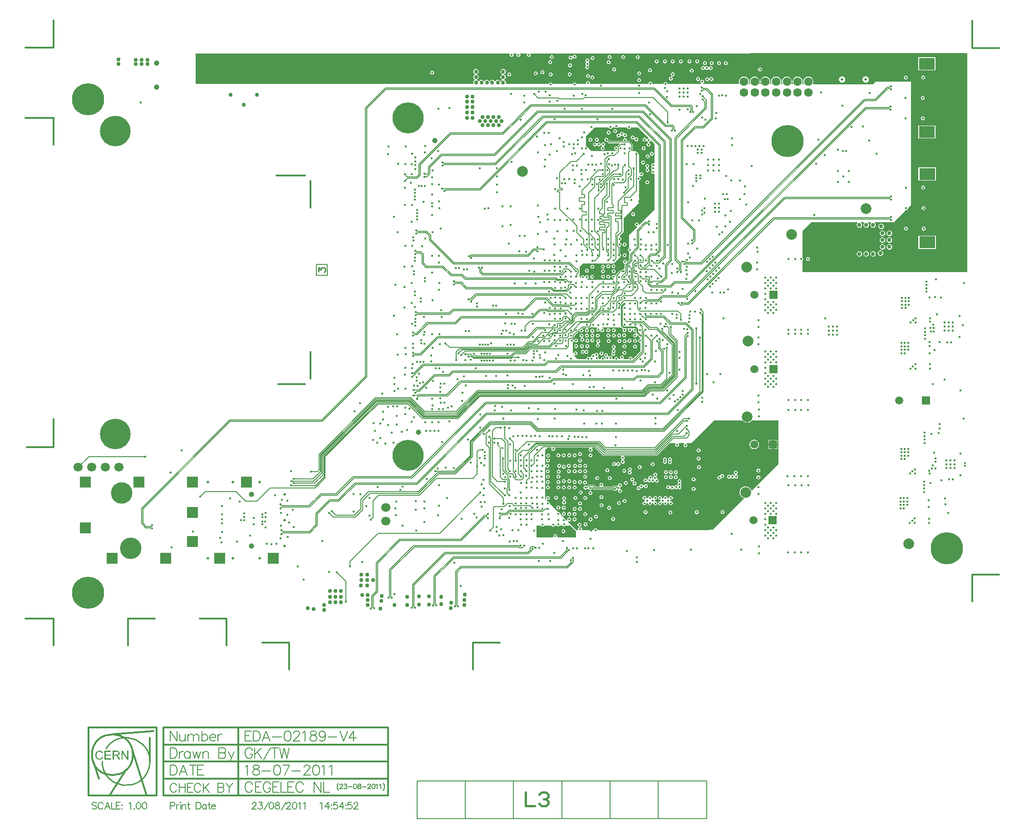
<source format=gbr>
%FSLAX24Y24*%
%MOIN*%
G70*
G01*
G75*
G04 Layer_Physical_Order=3*
G04 Layer_Color=33789*
%ADD10R,0.0787X0.0984*%
%ADD11R,0.0197X0.0906*%
%ADD12R,0.0787X0.0197*%
%ADD13R,0.0433X0.0236*%
%ADD14R,0.0236X0.0413*%
%ADD15R,0.0394X0.0394*%
%ADD16R,0.0394X0.0236*%
%ADD17R,0.0689X0.0984*%
%ADD18R,0.0335X0.0118*%
%ADD19R,0.0610X0.0236*%
%ADD20R,0.0236X0.0807*%
%ADD21C,0.0252*%
%ADD22O,0.0413X0.0138*%
%ADD23O,0.0138X0.0413*%
%ADD24R,0.1280X0.1280*%
%ADD25R,0.1398X0.1398*%
%ADD26O,0.0118X0.0354*%
%ADD27O,0.0354X0.0118*%
%ADD28R,0.1319X0.1319*%
%ADD29O,0.0413X0.0118*%
%ADD30O,0.0118X0.0413*%
%ADD31R,0.1004X0.1004*%
%ADD32R,0.0276X0.1575*%
%ADD33R,0.0276X0.1260*%
%ADD34R,0.0827X0.0551*%
%ADD35R,0.0709X0.0787*%
%ADD36R,0.0532X0.0492*%
%ADD37R,0.0669X0.0846*%
%ADD38R,0.0608X0.0512*%
%ADD39R,0.0354X0.0433*%
%ADD40R,0.0787X0.1063*%
%ADD41R,0.0354X0.0374*%
%ADD42C,0.0354*%
%ADD43R,0.1142X0.2126*%
%ADD44R,0.1500X0.1671*%
%ADD45R,0.1260X0.0965*%
%ADD46R,0.0453X0.1063*%
%ADD47C,0.0157*%
%ADD48C,0.0394*%
%ADD49C,0.0197*%
%ADD50C,0.0177*%
%ADD51R,0.0787X0.0354*%
%ADD52R,0.1671X0.1500*%
%ADD53R,0.0394X0.0354*%
%ADD54R,0.0394X0.0374*%
%ADD55R,0.0453X0.0709*%
%ADD56R,0.0709X0.0453*%
%ADD57R,0.1063X0.0453*%
%ADD58R,0.0244X0.0244*%
%ADD59R,0.0354X0.0394*%
%ADD60R,0.0374X0.0394*%
%ADD61R,0.0453X0.0571*%
%ADD62R,0.0571X0.0453*%
%ADD63R,0.0591X0.0177*%
%ADD64R,0.0236X0.0236*%
%ADD65P,0.0557X4X180.0*%
%ADD66R,0.0118X0.0335*%
%ADD67R,0.0984X0.0689*%
%ADD68R,0.0244X0.0244*%
%ADD69R,0.0236X0.0236*%
%ADD70R,0.0413X0.0236*%
%ADD71R,0.0236X0.0394*%
%ADD72C,0.0050*%
%ADD73C,0.0600*%
%ADD74C,0.0300*%
%ADD75C,0.0120*%
%ADD76C,0.0100*%
%ADD77C,0.0080*%
%ADD78C,0.0150*%
%ADD79C,0.0060*%
%ADD80C,0.0160*%
%ADD81C,0.0240*%
%ADD82C,0.0200*%
%ADD83C,0.0070*%
%ADD84C,0.0140*%
%ADD85C,0.0180*%
%ADD86C,0.0260*%
%ADD87C,0.0400*%
%ADD88C,0.0787*%
%ADD89R,0.0787X0.0787*%
%ADD90C,0.2362*%
%ADD91C,0.2244*%
%ADD92C,0.2283*%
%ADD93C,0.0630*%
%ADD94C,0.0669*%
%ADD95C,0.0591*%
%ADD96R,0.0591X0.0591*%
%ADD97R,0.1181X0.0866*%
%ADD98C,0.1575*%
%ADD99C,0.0295*%
G36*
X74135Y70325D02*
X74127Y70309D01*
X74073Y70298D01*
X74027Y70267D01*
X74013Y70247D01*
X73964Y70257D01*
X73961Y70274D01*
X73930Y70320D01*
X73884Y70351D01*
X73830Y70361D01*
X73776Y70351D01*
X73730Y70320D01*
X73699Y70274D01*
X73689Y70220D01*
X73699Y70166D01*
X73730Y70120D01*
X73776Y70089D01*
X73830Y70079D01*
X73884Y70089D01*
X73930Y70120D01*
X73944Y70141D01*
X73993Y70131D01*
X73996Y70113D01*
X74027Y70067D01*
X74073Y70037D01*
X74090Y70033D01*
Y69983D01*
X74063Y69978D01*
X74017Y69947D01*
X73986Y69901D01*
X73975Y69847D01*
X73986Y69793D01*
X74017Y69747D01*
X74063Y69717D01*
X74117Y69706D01*
X74171Y69717D01*
X74217Y69747D01*
X74247Y69793D01*
X74258Y69847D01*
X74247Y69901D01*
X74217Y69947D01*
X74171Y69978D01*
X74153Y69981D01*
Y70031D01*
X74181Y70037D01*
X74227Y70067D01*
X74257Y70113D01*
X74262Y70137D01*
X74310Y70151D01*
X74560Y69901D01*
Y68484D01*
X74516Y68460D01*
X74511Y68464D01*
X74457Y68475D01*
X74402Y68464D01*
X74357Y68433D01*
X74326Y68388D01*
X74315Y68333D01*
X74326Y68279D01*
X74357Y68234D01*
Y68208D01*
X74326Y68162D01*
X74315Y68108D01*
X74326Y68054D01*
X74357Y68008D01*
X74372Y67998D01*
Y67948D01*
X74357Y67938D01*
X74326Y67892D01*
X74315Y67838D01*
X74326Y67784D01*
X74357Y67738D01*
X74402Y67708D01*
X74457Y67697D01*
X74511Y67708D01*
X74516Y67711D01*
X74560Y67688D01*
Y65065D01*
X73450Y63955D01*
X73406Y63978D01*
X73408Y63988D01*
X73397Y64042D01*
X73366Y64088D01*
X73321Y64119D01*
X73267Y64130D01*
X73212Y64119D01*
X73167Y64088D01*
X73136Y64042D01*
X73125Y63988D01*
X73136Y63934D01*
X73167Y63888D01*
X73212Y63858D01*
X73267Y63847D01*
X73277Y63849D01*
X73300Y63805D01*
X72687Y63191D01*
Y62240D01*
X72648Y62214D01*
X72617Y62168D01*
X72607Y62114D01*
X72617Y62060D01*
X72648Y62014D01*
X72687Y61989D01*
Y61350D01*
X72573Y61237D01*
X72525Y61251D01*
X72517Y61292D01*
X72486Y61338D01*
X72441Y61369D01*
X72387Y61380D01*
X72332Y61369D01*
X72287Y61338D01*
X72256Y61292D01*
X72245Y61238D01*
X72256Y61184D01*
X72287Y61138D01*
X72332Y61108D01*
X72347Y61105D01*
X72387Y61065D01*
X72391Y61054D01*
X72377Y61033D01*
X72372Y61004D01*
X72372Y61004D01*
X72372D01*
X72372Y61004D01*
X72372D01*
Y60770D01*
X72265Y60664D01*
X72239Y60659D01*
X72193Y60628D01*
X72177Y60604D01*
X72080D01*
X72050Y60599D01*
X72026Y60582D01*
X71732Y60289D01*
X71716Y60264D01*
X71710Y60235D01*
D01*
X71710Y60235D01*
D01*
X71667Y60246D01*
Y60246D01*
D01*
X71667Y60246D01*
X71667Y60246D01*
X71621Y60276D01*
X71567Y60287D01*
X71513Y60276D01*
X71467Y60246D01*
X71436Y60200D01*
X71425Y60146D01*
X71436Y60092D01*
X71467Y60046D01*
X71513Y60015D01*
X71547Y60008D01*
X71562Y59960D01*
X71520Y59919D01*
X69621D01*
X69616Y59969D01*
X69652Y59976D01*
X69698Y60006D01*
X69729Y60052D01*
X69740Y60106D01*
X69729Y60160D01*
X69698Y60206D01*
X69652Y60237D01*
X69598Y60248D01*
X69544Y60237D01*
X69498Y60206D01*
X69468Y60160D01*
X69466Y60151D01*
X69416D01*
X69414Y60160D01*
X69383Y60206D01*
X69337Y60237D01*
X69283Y60248D01*
X69229Y60237D01*
X69183Y60206D01*
X69153Y60160D01*
X69142Y60106D01*
X69146Y60087D01*
X69102Y60064D01*
X69060Y60106D01*
Y60854D01*
X69296Y61090D01*
X71570D01*
X72020Y61540D01*
Y61594D01*
X72060Y61621D01*
X72091Y61666D01*
X72102Y61721D01*
X72091Y61775D01*
X72060Y61820D01*
X72037Y61836D01*
Y62291D01*
X72031Y62320D01*
X72020Y62337D01*
Y62373D01*
X72054Y62379D01*
X72100Y62410D01*
X72131Y62456D01*
X72141Y62510D01*
X72131Y62564D01*
X72100Y62610D01*
X72054Y62641D01*
X72020Y62647D01*
Y62785D01*
X72044Y62789D01*
X72090Y62820D01*
X72121Y62866D01*
X72131Y62920D01*
X72121Y62974D01*
X72090Y63020D01*
X72044Y63051D01*
X72020Y63055D01*
Y63176D01*
X72282Y63428D01*
X72288Y64407D01*
X73440Y65559D01*
Y67213D01*
X73461Y67217D01*
X73506Y67247D01*
X73537Y67293D01*
X73548Y67347D01*
X73537Y67401D01*
X73506Y67447D01*
X73461Y67478D01*
X73440Y67482D01*
Y67529D01*
X73478Y67554D01*
X73484Y67558D01*
X73529Y67527D01*
X73583Y67517D01*
X73637Y67527D01*
X73683Y67558D01*
X73714Y67604D01*
X73724Y67658D01*
X73714Y67712D01*
X73683Y67758D01*
X73637Y67789D01*
X73583Y67799D01*
X73529Y67789D01*
X73484Y67758D01*
X73478Y67762D01*
X73440Y67787D01*
Y69082D01*
X73364Y69158D01*
X73364Y69158D01*
X73354Y69212D01*
X73323Y69258D01*
X73277Y69289D01*
X73223Y69299D01*
X73223Y69299D01*
X73164Y69358D01*
X72907D01*
X72888Y69404D01*
X72934Y69451D01*
X72934Y69451D01*
X72951Y69475D01*
X72957Y69505D01*
X72957Y69505D01*
Y69835D01*
X72957Y69835D01*
X72951Y69864D01*
X72934Y69889D01*
X72934Y69889D01*
X72747Y70076D01*
X72722Y70093D01*
X72692Y70099D01*
X72560D01*
X72528Y70138D01*
X72538Y70187D01*
X72527Y70241D01*
X72497Y70287D01*
X72451Y70318D01*
X72397Y70329D01*
X72343Y70318D01*
X72297Y70287D01*
X72266Y70241D01*
X72255Y70187D01*
X72265Y70138D01*
X72234Y70099D01*
X71242D01*
X71164Y70177D01*
X71170Y70204D01*
X71159Y70258D01*
X71129Y70304D01*
X71083Y70335D01*
X71029Y70346D01*
X70975Y70335D01*
X70929Y70304D01*
X70898Y70258D01*
X70887Y70204D01*
X70898Y70150D01*
X70929Y70104D01*
X70975Y70074D01*
X71029Y70063D01*
X71056Y70069D01*
X71157Y69968D01*
X71181Y69952D01*
X71211Y69946D01*
X71992D01*
X72012Y69900D01*
X71841Y69729D01*
X71824Y69704D01*
X71824Y69704D01*
D01*
D01*
D01*
Y69704D01*
X71815Y69673D01*
X71787Y69692D01*
X71733Y69702D01*
X71679Y69692D01*
X71633Y69661D01*
X71602Y69615D01*
X71592Y69561D01*
X71602Y69507D01*
X71633Y69461D01*
X71679Y69431D01*
X71733Y69420D01*
X71779Y69429D01*
X71809Y69405D01*
X71792Y69358D01*
X69926D01*
X69657Y69627D01*
X69637Y69657D01*
X69606Y69678D01*
X69601Y69683D01*
X69599D01*
X69591Y69688D01*
X69537Y69699D01*
X69532Y69702D01*
Y70460D01*
X70162Y71090D01*
X71205D01*
X71206Y71083D01*
X71237Y71037D01*
X71283Y71007D01*
X71337Y70996D01*
X71391Y71007D01*
X71437Y71037D01*
X71467Y71083D01*
X71469Y71090D01*
X71698D01*
X71703Y71087D01*
X71757Y71076D01*
X71811Y71087D01*
X71816Y71090D01*
X72565D01*
X72566Y71084D01*
X72597Y71038D01*
X72642Y71008D01*
X72697Y70997D01*
X72751Y71008D01*
X72796Y71038D01*
X72827Y71084D01*
X72828Y71090D01*
X73371D01*
X74135Y70325D01*
D02*
G37*
G36*
X81433Y49408D02*
X81489Y49416D01*
X81597Y49460D01*
X81689Y49532D01*
X81733Y49588D01*
X83673D01*
Y46358D01*
X82098Y44790D01*
X82082Y44779D01*
X82071Y44763D01*
X81725Y44418D01*
X81676Y44427D01*
X81641Y44512D01*
X81569Y44604D01*
X81477Y44676D01*
X81369Y44720D01*
X81253Y44736D01*
X81137Y44720D01*
X81029Y44676D01*
X80937Y44604D01*
X80865Y44512D01*
X80821Y44404D01*
X80805Y44288D01*
X80821Y44172D01*
X80865Y44064D01*
X80937Y43972D01*
X81029Y43900D01*
X81112Y43866D01*
X81122Y43817D01*
X78823Y41528D01*
X78287Y41518D01*
X70374D01*
X70367Y41552D01*
X70336Y41598D01*
X70291Y41629D01*
X70237Y41640D01*
X70182Y41629D01*
X70137Y41598D01*
X70106Y41552D01*
X70099Y41518D01*
X69251D01*
X69220Y41557D01*
X69226Y41588D01*
X69215Y41643D01*
X69184Y41689D01*
X69138Y41720D01*
X69083Y41731D01*
X69028Y41720D01*
X68982Y41689D01*
X68951Y41643D01*
X68940Y41588D01*
X68946Y41557D01*
X68915Y41518D01*
X68810D01*
X68193Y42135D01*
X68225Y42174D01*
X68242Y42162D01*
X68296Y42152D01*
X68350Y42162D01*
X68396Y42193D01*
X68427Y42239D01*
X68437Y42293D01*
X68427Y42347D01*
X68396Y42393D01*
X68350Y42424D01*
X68296Y42434D01*
X68242Y42424D01*
X68196Y42393D01*
X68165Y42347D01*
X68155Y42293D01*
X68165Y42239D01*
X68177Y42222D01*
X68138Y42190D01*
X67642Y42687D01*
X67648Y42718D01*
X67637Y42772D01*
X67606Y42818D01*
X67561Y42849D01*
X67507Y42860D01*
X67475Y42853D01*
X66861Y43467D01*
X66862Y43474D01*
X66852Y43528D01*
X66821Y43574D01*
X66775Y43605D01*
X66721Y43615D01*
X66714Y43614D01*
X66618Y43710D01*
X66650Y43749D01*
X66667Y43737D01*
X66721Y43727D01*
X66775Y43737D01*
X66821Y43768D01*
X66852Y43814D01*
X66862Y43868D01*
X66852Y43922D01*
X66821Y43968D01*
X66775Y43998D01*
X66721Y44009D01*
X66667Y43998D01*
X66621Y43968D01*
X66591Y43922D01*
X66580Y43868D01*
X66591Y43814D01*
X66602Y43797D01*
X66563Y43765D01*
X66517Y43812D01*
Y46147D01*
X66564Y46162D01*
X66587Y46128D01*
X66632Y46098D01*
X66687Y46087D01*
X66741Y46098D01*
X66786Y46128D01*
X66817Y46174D01*
X66828Y46228D01*
X66817Y46282D01*
X66786Y46328D01*
X66741Y46359D01*
X66687Y46370D01*
X66632Y46359D01*
X66587Y46328D01*
X66564Y46295D01*
X66517Y46309D01*
Y47383D01*
X66705Y47572D01*
X66968D01*
X66992Y47527D01*
X66989Y47524D01*
X66979Y47470D01*
X66989Y47416D01*
X67020Y47370D01*
X67066Y47339D01*
X67120Y47329D01*
X67174Y47339D01*
X67220Y47370D01*
X67251Y47416D01*
X67261Y47470D01*
X67251Y47524D01*
X67220Y47570D01*
X67220Y47572D01*
X69775D01*
X69790Y47524D01*
X69771Y47511D01*
X69740Y47465D01*
X69729Y47411D01*
X69740Y47357D01*
X69771Y47311D01*
X69817Y47281D01*
X69871Y47270D01*
X69925Y47281D01*
X69971Y47311D01*
X70001Y47357D01*
X70012Y47411D01*
X70001Y47465D01*
X69971Y47511D01*
X69952Y47524D01*
X69966Y47572D01*
X70181D01*
X70769Y46984D01*
X70794Y46967D01*
X70823Y46962D01*
X72098D01*
X72122Y46917D01*
X72097Y46881D01*
X72087Y46827D01*
X72097Y46773D01*
X72128Y46727D01*
X72173Y46697D01*
Y46647D01*
X72136Y46622D01*
X72105Y46576D01*
X72095Y46522D01*
X72105Y46468D01*
X72136Y46422D01*
X72182Y46391D01*
X72236Y46381D01*
X72290Y46391D01*
X72336Y46422D01*
X72367Y46468D01*
X72377Y46522D01*
X72367Y46576D01*
X72336Y46622D01*
X72291Y46652D01*
Y46702D01*
X72328Y46727D01*
X72359Y46773D01*
X72369Y46827D01*
X72359Y46881D01*
X72328Y46927D01*
X72282Y46958D01*
D01*
X72282D01*
Y46958D01*
D01*
D01*
Y46958D01*
X72282Y46958D01*
D01*
D01*
D01*
D01*
X72282Y46962D01*
X74693D01*
X74722Y46967D01*
X74747Y46984D01*
X75676Y47913D01*
X76082D01*
X76112Y47869D01*
X76081Y47823D01*
X76070Y47768D01*
X76081Y47713D01*
X76112Y47667D01*
X76158Y47636D01*
X76213Y47625D01*
X76268Y47636D01*
X76314Y47667D01*
X76345Y47713D01*
X76356Y47768D01*
X76345Y47823D01*
X76314Y47869D01*
X76344Y47913D01*
X76732D01*
X76747Y47866D01*
X76722Y47849D01*
X76691Y47803D01*
X76680Y47748D01*
X76691Y47693D01*
X76722Y47647D01*
X76768Y47616D01*
X76823Y47605D01*
X76878Y47616D01*
X76924Y47647D01*
X76955Y47693D01*
X76966Y47748D01*
X76955Y47803D01*
X76924Y47849D01*
X76899Y47866D01*
X76914Y47913D01*
X77252D01*
X78926Y49588D01*
X81013D01*
X81057Y49532D01*
X81149Y49460D01*
X81257Y49416D01*
X81313Y49408D01*
Y49848D01*
X81433D01*
Y49408D01*
D02*
G37*
G36*
X72209Y56322D02*
X72209Y56322D01*
X72217Y56317D01*
X72227Y56268D01*
X72224Y56263D01*
X72213Y56209D01*
X72224Y56155D01*
X72254Y56109D01*
X72300Y56078D01*
X72354Y56067D01*
X72408Y56078D01*
X72454Y56109D01*
X72485Y56155D01*
X72495Y56209D01*
X72485Y56263D01*
X72499Y56289D01*
X72609D01*
X72641Y56251D01*
X72630Y56198D01*
X72641Y56143D01*
X72672Y56097D01*
X72718Y56066D01*
X72773Y56055D01*
X72828Y56066D01*
X72874Y56097D01*
X72905Y56143D01*
X72916Y56198D01*
X72905Y56253D01*
X72913Y56267D01*
X72962Y56272D01*
X72980Y56251D01*
X72972Y56208D01*
X72982Y56154D01*
X73013Y56108D01*
X73059Y56077D01*
X73113Y56067D01*
X73161Y56076D01*
X73199Y56044D01*
Y56023D01*
X73199Y56023D01*
X73207Y55986D01*
X73189Y55968D01*
X73165Y55952D01*
X73142Y55956D01*
X73088Y55946D01*
X73042Y55915D01*
X73011Y55869D01*
X73000Y55815D01*
X73011Y55761D01*
X73042Y55715D01*
X73088Y55684D01*
X73142Y55674D01*
X73196Y55684D01*
X73241Y55715D01*
X73272Y55761D01*
X73283Y55815D01*
X73280Y55828D01*
X73324Y55852D01*
X73379Y55797D01*
X73389Y55746D01*
X73420Y55700D01*
X73466Y55669D01*
X73513Y55660D01*
X73521Y55629D01*
Y55608D01*
X73501Y55591D01*
X73500Y55591D01*
X73446Y55581D01*
X73400Y55550D01*
X73369Y55504D01*
X73359Y55450D01*
X73369Y55396D01*
X73400Y55350D01*
X73446Y55319D01*
X73500Y55309D01*
X73501Y55309D01*
X73539Y55277D01*
Y54676D01*
X73342Y54479D01*
X72983Y54119D01*
X72935Y54134D01*
X72927Y54172D01*
X72896Y54218D01*
X72851Y54249D01*
X72797Y54260D01*
X72742Y54249D01*
X72697Y54218D01*
X72666Y54172D01*
X72655Y54118D01*
X72660Y54095D01*
X72628Y54056D01*
X72277D01*
X72263Y54104D01*
X72265Y54105D01*
X72296Y54151D01*
X72306Y54205D01*
X72296Y54259D01*
X72265Y54305D01*
X72219Y54336D01*
X72165Y54346D01*
X72111Y54336D01*
X72065Y54305D01*
X72034Y54259D01*
X72024Y54205D01*
X72034Y54151D01*
X72065Y54105D01*
X72067Y54104D01*
X72053Y54056D01*
X71935D01*
X71903Y54095D01*
X71908Y54118D01*
X71897Y54172D01*
X71866Y54218D01*
X71821Y54249D01*
X71767Y54260D01*
X71712Y54249D01*
X71667Y54218D01*
X71636Y54172D01*
X71625Y54118D01*
X71630Y54095D01*
X71598Y54056D01*
X71474D01*
X71451Y54100D01*
X71454Y54104D01*
X71464Y54158D01*
X71454Y54212D01*
X71423Y54258D01*
X71377Y54289D01*
X71323Y54299D01*
X71269Y54289D01*
X71223Y54258D01*
X71193Y54268D01*
Y54268D01*
X71147Y54299D01*
X71137Y54301D01*
X71127Y54324D01*
X71138Y54378D01*
X71127Y54432D01*
X71096Y54478D01*
X71051Y54509D01*
X70997Y54520D01*
X70942Y54509D01*
X70897Y54478D01*
X70866Y54432D01*
X70855Y54378D01*
X70866Y54324D01*
X70897Y54278D01*
X70942Y54248D01*
X70942Y54248D01*
X70942D01*
X70962Y54222D01*
D01*
X70962D01*
X70952Y54168D01*
X70962Y54114D01*
X70972Y54100D01*
X70962Y54082D01*
X70912Y54077D01*
X70906Y54085D01*
X70898Y54095D01*
X70901Y54110D01*
X70891Y54164D01*
X70860Y54210D01*
X70814Y54241D01*
X70760Y54251D01*
X70706Y54241D01*
X70660Y54210D01*
X70629Y54164D01*
X70619Y54110D01*
X70622Y54095D01*
X70590Y54056D01*
X70493D01*
X70461Y54095D01*
X70468Y54128D01*
X70457Y54182D01*
X70426Y54228D01*
X70381Y54259D01*
X70327Y54270D01*
D01*
D01*
D01*
X70328Y54271D01*
X70361Y54278D01*
X70406Y54308D01*
X70437Y54354D01*
X70448Y54408D01*
X70437Y54462D01*
X70406Y54508D01*
X70361Y54539D01*
X70307Y54550D01*
X70252Y54539D01*
X70207Y54508D01*
X70176Y54462D01*
X70175Y54460D01*
X70129Y54440D01*
X70114Y54451D01*
X70060Y54461D01*
X70006Y54451D01*
X69960Y54420D01*
X69929Y54374D01*
X69919Y54320D01*
X69921Y54306D01*
X69919Y54292D01*
X69895Y54257D01*
X69858Y54249D01*
X69811Y54218D01*
X69811Y54218D01*
Y54218D01*
X69790Y54211D01*
D01*
Y54211D01*
D01*
X69744Y54241D01*
X69690Y54252D01*
X69636Y54241D01*
X69590Y54211D01*
X69560Y54165D01*
X69549Y54111D01*
X69552Y54095D01*
X69521Y54056D01*
X68933D01*
X68746Y54243D01*
X68638Y54351D01*
X68669Y54390D01*
X68702Y54368D01*
X68757Y54357D01*
X68811Y54368D01*
X68856Y54398D01*
X68887Y54444D01*
X68898Y54498D01*
X68887Y54552D01*
X68856Y54598D01*
X68811Y54629D01*
X68757Y54640D01*
X68702Y54629D01*
X68657Y54598D01*
X68626Y54552D01*
X68619Y54515D01*
X68569Y54520D01*
Y55316D01*
X68590Y55330D01*
X68621Y55376D01*
X68625Y55398D01*
X68675D01*
X68679Y55376D01*
X68710Y55330D01*
X68756Y55299D01*
X68810Y55289D01*
X68864Y55299D01*
X68910Y55330D01*
X68941Y55376D01*
X68951Y55430D01*
X68941Y55484D01*
X68910Y55530D01*
X68864Y55561D01*
X68810Y55571D01*
X68756Y55561D01*
X68710Y55530D01*
X68679Y55484D01*
X68675Y55462D01*
X68625D01*
X68621Y55484D01*
X68590Y55530D01*
X68569Y55544D01*
Y55557D01*
X68646Y55634D01*
X68662Y55659D01*
X68668Y55688D01*
D01*
D01*
D01*
D01*
D01*
X68668D01*
D01*
D01*
D01*
D01*
Y55688D01*
X68668D01*
D01*
Y55688D01*
D01*
D01*
D01*
D01*
D01*
D01*
D01*
D01*
D01*
D01*
D01*
D01*
Y55688D01*
D01*
X68668D01*
D01*
D01*
D01*
D01*
X68668Y55688D01*
Y55740D01*
X68766Y55837D01*
X68766Y55837D01*
X68758Y55850D01*
X68843Y55934D01*
X68857Y55944D01*
X69037Y56123D01*
X69087Y56118D01*
X69107Y56088D01*
X69152Y56058D01*
X69207Y56047D01*
X69261Y56058D01*
X69306Y56088D01*
X69337Y56134D01*
X69348Y56188D01*
X69337Y56242D01*
X69306Y56288D01*
X69261Y56319D01*
X69253Y56344D01*
X69285Y56377D01*
X69514D01*
X69529Y56329D01*
X69498Y56309D01*
X69468Y56263D01*
X69457Y56209D01*
X69468Y56155D01*
X69498Y56109D01*
X69544Y56078D01*
X69598Y56067D01*
X69652Y56078D01*
X69698Y56109D01*
X69729Y56155D01*
X69740Y56209D01*
X69729Y56263D01*
X69698Y56309D01*
X69668Y56329D01*
X69682Y56377D01*
X69753D01*
X69783Y56383D01*
X69806Y56398D01*
X70328D01*
X70342Y56351D01*
X70323Y56338D01*
X70292Y56292D01*
X70282Y56238D01*
X70292Y56184D01*
X70323Y56138D01*
X70369Y56107D01*
X70423Y56097D01*
X70477Y56107D01*
X70523Y56138D01*
X70545Y56172D01*
X70594Y56162D01*
X70596Y56154D01*
X70627Y56108D01*
X70672Y56078D01*
X70727Y56067D01*
X70781Y56078D01*
X70826Y56108D01*
X70857Y56154D01*
X70868Y56208D01*
X70857Y56262D01*
X70826Y56308D01*
X70781Y56339D01*
X70731Y56349D01*
X70736Y56398D01*
X71161D01*
X71166Y56349D01*
X71166Y56349D01*
X71166D01*
X71119Y56339D01*
X71073Y56309D01*
X71043Y56263D01*
X71032Y56209D01*
X71043Y56155D01*
X71073Y56109D01*
X71119Y56078D01*
X71173Y56067D01*
X71227Y56078D01*
X71273Y56109D01*
X71304Y56155D01*
X71314Y56209D01*
X71304Y56263D01*
X71273Y56309D01*
X71227Y56339D01*
X71180Y56349D01*
X71184Y56389D01*
X71185Y56398D01*
X71567D01*
X71572Y56349D01*
X71572Y56349D01*
X71572D01*
X71522Y56339D01*
X71477Y56308D01*
X71446Y56262D01*
X71435Y56208D01*
X71446Y56154D01*
X71477Y56108D01*
X71522Y56078D01*
X71577Y56067D01*
X71631Y56078D01*
X71676Y56108D01*
X71707Y56154D01*
X71718Y56208D01*
X71707Y56262D01*
X71676Y56308D01*
X71631Y56339D01*
X71581Y56349D01*
X71586Y56398D01*
X72133D01*
X72209Y56322D01*
D02*
G37*
G36*
X68783Y41438D02*
Y40988D01*
X67443D01*
X67412Y41027D01*
X67418Y41058D01*
X67407Y41112D01*
X67376Y41158D01*
X67331Y41189D01*
X67277Y41200D01*
X67222Y41189D01*
X67177Y41158D01*
X67146Y41112D01*
X67135Y41058D01*
X67142Y41027D01*
X67110Y40988D01*
X65883D01*
Y41838D01*
X66202D01*
X66228Y41799D01*
X66273Y41769D01*
X66327Y41758D01*
X66382Y41769D01*
X66427Y41799D01*
X66453Y41838D01*
X66995D01*
X67022Y41797D01*
X67068Y41766D01*
X67123Y41755D01*
X67178Y41766D01*
X67224Y41797D01*
X67251Y41838D01*
X67380D01*
X67387Y41828D01*
X67432Y41798D01*
X67487Y41787D01*
X67541Y41798D01*
X67586Y41828D01*
X67593Y41838D01*
X67820D01*
X67827Y41828D01*
X67872Y41798D01*
X67927Y41787D01*
X67981Y41798D01*
X68026Y41828D01*
X68033Y41838D01*
X68383D01*
X68783Y41438D01*
D02*
G37*
G36*
X97530Y76536D02*
X97539Y60508D01*
X97504Y60472D01*
X85433D01*
Y61338D01*
X85464Y61384D01*
X85474Y61438D01*
X85464Y61492D01*
X85433Y61538D01*
Y63504D01*
X86063Y64134D01*
X89459D01*
X89474Y64086D01*
X89464Y64079D01*
X89420Y64014D01*
X89405Y63937D01*
X89420Y63860D01*
X89464Y63795D01*
X89529Y63751D01*
X89606Y63735D01*
X89683Y63751D01*
X89749Y63795D01*
X89792Y63860D01*
X89808Y63937D01*
X89792Y64014D01*
X89749Y64079D01*
X89689Y64119D01*
X89689Y64119D01*
X89689D01*
X89683Y64123D01*
Y64123D01*
X89684Y64134D01*
X89959D01*
X89974Y64086D01*
X89964Y64079D01*
X89920Y64014D01*
X89905Y63937D01*
X89920Y63860D01*
X89964Y63795D01*
X90029Y63751D01*
X90106Y63735D01*
X90183Y63751D01*
X90249Y63795D01*
X90292Y63860D01*
X90308Y63937D01*
X90292Y64014D01*
X90249Y64079D01*
X90189Y64119D01*
X90189Y64119D01*
X90189D01*
X90183Y64123D01*
Y64123D01*
X90184Y64134D01*
X90459D01*
X90474Y64086D01*
X90464Y64079D01*
X90420Y64014D01*
X90405Y63937D01*
X90420Y63860D01*
X90464Y63795D01*
X90529Y63751D01*
X90606Y63735D01*
X90683Y63751D01*
X90749Y63795D01*
X90792Y63860D01*
X90808Y63937D01*
X90792Y64014D01*
X90749Y64079D01*
X90689Y64119D01*
X90689Y64119D01*
X90689D01*
X90683Y64123D01*
Y64123D01*
X90684Y64134D01*
X92126D01*
X93023Y65031D01*
X93043Y65027D01*
X93097Y65037D01*
X93143Y65068D01*
X93174Y65114D01*
X93184Y65168D01*
X93180Y65188D01*
X93386Y65394D01*
X93383Y74488D01*
X90783D01*
X90583Y74288D01*
X86219Y74288D01*
X86191Y74330D01*
X86211Y74376D01*
X86223Y74472D01*
X86211Y74567D01*
X86174Y74656D01*
X86116Y74732D01*
X86039Y74790D01*
X85950Y74827D01*
X85855Y74840D01*
X85760Y74827D01*
X85671Y74790D01*
X85595Y74732D01*
X85536Y74656D01*
X85500Y74567D01*
X85487Y74472D01*
X85500Y74376D01*
X85519Y74330D01*
X85491Y74288D01*
X85432Y74288D01*
X85404Y74330D01*
X85423Y74376D01*
X85436Y74472D01*
X85423Y74567D01*
X85387Y74656D01*
X85328Y74732D01*
X85252Y74790D01*
X85163Y74827D01*
X85068Y74840D01*
X84973Y74827D01*
X84884Y74790D01*
X84808Y74732D01*
X84749Y74656D01*
X84712Y74567D01*
X84700Y74472D01*
X84712Y74376D01*
X84731Y74330D01*
X84704Y74288D01*
X84644Y74288D01*
X84617Y74330D01*
X84636Y74376D01*
X84649Y74472D01*
X84636Y74567D01*
X84599Y74656D01*
X84541Y74732D01*
X84464Y74790D01*
X84376Y74827D01*
X84280Y74840D01*
X84185Y74827D01*
X84096Y74790D01*
X84020Y74732D01*
X83962Y74656D01*
X83925Y74567D01*
X83912Y74472D01*
X83925Y74376D01*
X83944Y74330D01*
X83916Y74288D01*
X83857Y74288D01*
X83829Y74330D01*
X83849Y74376D01*
X83861Y74472D01*
X83849Y74567D01*
X83812Y74656D01*
X83753Y74732D01*
X83677Y74790D01*
X83588Y74827D01*
X83493Y74840D01*
X83398Y74827D01*
X83309Y74790D01*
X83233Y74732D01*
X83174Y74656D01*
X83137Y74567D01*
X83125Y74472D01*
X83137Y74376D01*
X83157Y74330D01*
X83129Y74289D01*
X83070Y74289D01*
X83042Y74330D01*
X83061Y74376D01*
X83074Y74472D01*
X83061Y74567D01*
X83024Y74656D01*
X82966Y74732D01*
X82890Y74790D01*
X82801Y74827D01*
X82706Y74840D01*
X82610Y74827D01*
X82522Y74790D01*
X82445Y74732D01*
X82387Y74656D01*
X82350Y74567D01*
X82337Y74472D01*
X82350Y74376D01*
X82369Y74330D01*
X82341Y74289D01*
X82282Y74289D01*
X82255Y74330D01*
X82274Y74376D01*
X82286Y74472D01*
X82274Y74567D01*
X82237Y74656D01*
X82178Y74732D01*
X82102Y74790D01*
X82013Y74827D01*
X81918Y74840D01*
X81823Y74827D01*
X81734Y74790D01*
X81658Y74732D01*
X81599Y74656D01*
X81563Y74567D01*
X81550Y74472D01*
X81563Y74376D01*
X81582Y74330D01*
X81554Y74289D01*
X81495Y74289D01*
X81467Y74330D01*
X81486Y74376D01*
X81499Y74472D01*
X81486Y74567D01*
X81450Y74656D01*
X81391Y74732D01*
X81315Y74790D01*
X81226Y74827D01*
X81131Y74840D01*
X81036Y74827D01*
X80947Y74790D01*
X80871Y74732D01*
X80812Y74656D01*
X80775Y74567D01*
X80763Y74472D01*
X80775Y74376D01*
X80794Y74330D01*
X80767Y74289D01*
X78101Y74289D01*
X78073Y74317D01*
X78127Y74327D01*
X78173Y74358D01*
X78204Y74404D01*
X78214Y74458D01*
X78204Y74512D01*
X78173Y74558D01*
X78127Y74589D01*
X78073Y74599D01*
X78019Y74589D01*
X77973Y74558D01*
X77942Y74512D01*
X77932Y74458D01*
X77942Y74404D01*
X77973Y74358D01*
X78005Y74337D01*
X77991Y74289D01*
X75518Y74289D01*
X75494Y74318D01*
X75484Y74372D01*
X75453Y74418D01*
X75407Y74449D01*
X75353Y74459D01*
X75299Y74449D01*
X75253Y74418D01*
X75222Y74372D01*
X75212Y74318D01*
X75188Y74289D01*
X74424Y74289D01*
X74392Y74328D01*
X74394Y74338D01*
X74384Y74392D01*
X74353Y74438D01*
X74307Y74469D01*
X74253Y74479D01*
X74199Y74469D01*
X74153Y74438D01*
X74122Y74392D01*
X74112Y74338D01*
X74114Y74328D01*
X74082Y74289D01*
X73506Y74289D01*
X73477Y74309D01*
X73423Y74319D01*
X73369Y74309D01*
X73340Y74289D01*
X70726Y74289D01*
X70697Y74309D01*
X70643Y74319D01*
X70589Y74309D01*
X70560Y74289D01*
X69827Y74289D01*
X69803Y74333D01*
X69804Y74334D01*
X69814Y74388D01*
X69804Y74442D01*
X69773Y74488D01*
X69727Y74519D01*
X69673Y74529D01*
X69619Y74519D01*
X69573Y74488D01*
X69542Y74442D01*
X69532Y74388D01*
X69542Y74334D01*
X69543Y74334D01*
X69519Y74289D01*
X68832Y74289D01*
X68824Y74332D01*
X68793Y74378D01*
X68747Y74409D01*
X68693Y74419D01*
X68639Y74409D01*
X68593Y74378D01*
X68562Y74332D01*
X68554Y74289D01*
X67068Y74290D01*
X67064Y74312D01*
X67033Y74358D01*
X66987Y74389D01*
X66933Y74399D01*
X66879Y74389D01*
X66833Y74358D01*
X66802Y74312D01*
X66798Y74290D01*
X63652Y74290D01*
X63629Y74332D01*
X63645Y74409D01*
X63629Y74487D01*
X63586Y74552D01*
X63520Y74596D01*
Y74623D01*
X63586Y74667D01*
X63629Y74732D01*
X63645Y74809D01*
X63629Y74887D01*
X63586Y74952D01*
X63520Y74996D01*
Y75023D01*
X63586Y75067D01*
X63629Y75132D01*
X63645Y75209D01*
X63629Y75287D01*
X63586Y75352D01*
X63520Y75396D01*
X63443Y75411D01*
X63366Y75396D01*
X63301Y75352D01*
X63257Y75287D01*
X63242Y75209D01*
X63257Y75132D01*
X63301Y75067D01*
X63349Y75034D01*
Y74984D01*
X63301Y74952D01*
X63257Y74887D01*
X63242Y74809D01*
X63257Y74732D01*
X63301Y74667D01*
X63349Y74634D01*
Y74584D01*
X63301Y74552D01*
X63270Y74506D01*
X63220D01*
X63189Y74552D01*
X63124Y74596D01*
X63047Y74611D01*
X62970Y74596D01*
X62904Y74552D01*
X62870Y74501D01*
X62820D01*
X62786Y74552D01*
X62720Y74596D01*
X62643Y74611D01*
X62566Y74596D01*
X62501Y74552D01*
X62470Y74506D01*
X62420D01*
X62389Y74552D01*
X62324Y74596D01*
X62247Y74611D01*
X62170Y74596D01*
X62104Y74552D01*
X62072Y74503D01*
X62022D01*
X61989Y74552D01*
X61924Y74596D01*
X61847Y74611D01*
X61770Y74596D01*
X61704Y74552D01*
X61673Y74506D01*
X61623D01*
X61592Y74552D01*
X61527Y74596D01*
Y74623D01*
X61592Y74667D01*
X61636Y74732D01*
X61651Y74809D01*
X61636Y74887D01*
X61592Y74952D01*
X61527Y74996D01*
Y75023D01*
X61592Y75067D01*
X61636Y75132D01*
X61651Y75209D01*
X61636Y75287D01*
X61592Y75352D01*
X61527Y75396D01*
X61450Y75411D01*
X61373Y75396D01*
X61307Y75352D01*
X61264Y75287D01*
X61248Y75209D01*
X61264Y75132D01*
X61307Y75067D01*
X61356Y75034D01*
Y74984D01*
X61307Y74952D01*
X61264Y74887D01*
X61248Y74809D01*
X61264Y74732D01*
X61307Y74667D01*
X61356Y74634D01*
Y74584D01*
X61307Y74552D01*
X61264Y74487D01*
X61248Y74409D01*
X61264Y74332D01*
X61241Y74290D01*
X40866Y74291D01*
Y76535D01*
X63928Y76550D01*
X63952Y76506D01*
X63942Y76492D01*
X63932Y76438D01*
X63942Y76384D01*
X63973Y76338D01*
X64019Y76307D01*
X64073Y76297D01*
X64127Y76307D01*
X64173Y76338D01*
X64204Y76384D01*
X64214Y76438D01*
X64204Y76492D01*
X64173Y76538D01*
X64177Y76550D01*
X64428Y76550D01*
X64452Y76506D01*
X64442Y76492D01*
X64432Y76438D01*
X64442Y76384D01*
X64473Y76338D01*
X64519Y76307D01*
X64573Y76297D01*
X64627Y76307D01*
X64673Y76338D01*
X64704Y76384D01*
X64714Y76438D01*
X64704Y76492D01*
X64673Y76538D01*
X64677Y76551D01*
X65191Y76551D01*
X65215Y76507D01*
X65202Y76488D01*
X65192Y76434D01*
X65202Y76380D01*
X65233Y76334D01*
X65279Y76304D01*
X65333Y76293D01*
X65387Y76304D01*
X65433Y76334D01*
X65464Y76380D01*
X65474Y76434D01*
X65464Y76488D01*
X65433Y76534D01*
X65438Y76551D01*
X97494Y76571D01*
X97530Y76536D01*
D02*
G37*
%LPC*%
G36*
X68707Y45980D02*
X68652Y45969D01*
X68607Y45938D01*
X68576Y45892D01*
X68565Y45838D01*
X68576Y45784D01*
X68607Y45738D01*
X68652Y45708D01*
X68707Y45697D01*
X68761Y45708D01*
X68806Y45738D01*
X68837Y45784D01*
X68848Y45838D01*
X68837Y45892D01*
X68806Y45938D01*
X68761Y45969D01*
X68707Y45980D01*
D02*
G37*
G36*
X66721Y45978D02*
X66667Y45967D01*
X66621Y45936D01*
X66591Y45890D01*
X66580Y45836D01*
X66591Y45782D01*
X66621Y45736D01*
X66667Y45706D01*
X66721Y45695D01*
X66775Y45706D01*
X66821Y45736D01*
X66852Y45782D01*
X66862Y45836D01*
X66852Y45890D01*
X66821Y45936D01*
X66775Y45967D01*
X66721Y45978D01*
D02*
G37*
G36*
X68277Y45980D02*
X68222Y45969D01*
X68177Y45938D01*
X68146Y45892D01*
X68135Y45838D01*
X68146Y45784D01*
X68177Y45738D01*
X68222Y45708D01*
X68277Y45697D01*
X68331Y45708D01*
X68376Y45738D01*
X68407Y45784D01*
X68418Y45838D01*
X68407Y45892D01*
X68376Y45938D01*
X68331Y45969D01*
X68277Y45980D01*
D02*
G37*
G36*
X69477Y45978D02*
X69423Y45967D01*
X69377Y45936D01*
X69347Y45890D01*
X69336Y45836D01*
X69347Y45782D01*
X69377Y45736D01*
X69423Y45706D01*
X69477Y45695D01*
X69531Y45706D01*
X69577Y45736D01*
X69608Y45782D01*
X69618Y45836D01*
X69608Y45890D01*
X69577Y45936D01*
X69531Y45967D01*
X69477Y45978D01*
D02*
G37*
G36*
X69083D02*
X69029Y45967D01*
X68983Y45936D01*
X68953Y45890D01*
X68942Y45836D01*
X68953Y45782D01*
X68983Y45736D01*
X69029Y45706D01*
X69083Y45695D01*
X69137Y45706D01*
X69183Y45736D01*
X69214Y45782D01*
X69225Y45836D01*
X69214Y45890D01*
X69183Y45936D01*
X69137Y45967D01*
X69083Y45978D01*
D02*
G37*
G36*
X73478Y46292D02*
X73423Y46281D01*
X73377Y46250D01*
X73346Y46204D01*
X73335Y46149D01*
X73346Y46094D01*
X73377Y46048D01*
X73423Y46017D01*
X73478Y46006D01*
X73533Y46017D01*
X73579Y46048D01*
X73610Y46094D01*
X73621Y46149D01*
X73610Y46204D01*
X73579Y46250D01*
X73533Y46281D01*
X73478Y46292D01*
D02*
G37*
G36*
X67897Y46300D02*
X67842Y46289D01*
X67797Y46258D01*
X67766Y46212D01*
X67755Y46158D01*
X67766Y46104D01*
X67797Y46058D01*
X67842Y46028D01*
X67897Y46017D01*
X67951Y46028D01*
X67996Y46058D01*
X68027Y46104D01*
X68038Y46158D01*
X68027Y46212D01*
X67996Y46258D01*
X67951Y46289D01*
X67897Y46300D01*
D02*
G37*
G36*
X67557Y46370D02*
X67502Y46359D01*
X67457Y46328D01*
X67426Y46282D01*
X67415Y46228D01*
X67426Y46174D01*
X67457Y46128D01*
X67502Y46098D01*
X67557Y46087D01*
X67611Y46098D01*
X67656Y46128D01*
X67687Y46174D01*
X67698Y46228D01*
X67687Y46282D01*
X67656Y46328D01*
X67611Y46359D01*
X67557Y46370D01*
D02*
G37*
G36*
X77823Y46281D02*
X77768Y46270D01*
X77722Y46239D01*
X77691Y46193D01*
X77680Y46138D01*
X77691Y46083D01*
X77722Y46037D01*
X77768Y46006D01*
X77823Y45995D01*
X77878Y46006D01*
X77924Y46037D01*
X77955Y46083D01*
X77966Y46138D01*
X77955Y46193D01*
X77924Y46239D01*
X77878Y46270D01*
X77823Y46281D01*
D02*
G37*
G36*
X72343Y45999D02*
X72289Y45989D01*
X72243Y45958D01*
X72212Y45912D01*
X72202Y45858D01*
X72212Y45804D01*
X72243Y45758D01*
X72289Y45727D01*
X72343Y45717D01*
X72397Y45727D01*
X72443Y45758D01*
X72474Y45804D01*
X72484Y45858D01*
X72474Y45912D01*
X72443Y45958D01*
X72397Y45989D01*
X72343Y45999D01*
D02*
G37*
G36*
X82183Y46031D02*
X82128Y46020D01*
X82082Y45989D01*
X82051Y45943D01*
X82040Y45888D01*
X82051Y45833D01*
X82082Y45787D01*
X82128Y45756D01*
X82183Y45745D01*
X82238Y45756D01*
X82284Y45787D01*
X82315Y45833D01*
X82326Y45888D01*
X82315Y45943D01*
X82284Y45989D01*
X82238Y46020D01*
X82183Y46031D01*
D02*
G37*
G36*
X71104Y46043D02*
X71050Y46032D01*
X71005Y46001D01*
X70974Y45955D01*
X70963Y45901D01*
X70974Y45847D01*
X71005Y45801D01*
X71050Y45771D01*
X71104Y45760D01*
X71159Y45771D01*
X71204Y45801D01*
X71235Y45847D01*
X71246Y45901D01*
X71235Y45955D01*
X71204Y46001D01*
X71159Y46032D01*
X71104Y46043D01*
D02*
G37*
G36*
X67527Y45960D02*
X67472Y45949D01*
X67427Y45918D01*
X67396Y45872D01*
X67385Y45818D01*
X67396Y45764D01*
X67427Y45718D01*
X67472Y45688D01*
X67527Y45677D01*
X67581Y45688D01*
X67626Y45718D01*
X67657Y45764D01*
X67668Y45818D01*
X67657Y45872D01*
X67626Y45918D01*
X67581Y45949D01*
X67527Y45960D01*
D02*
G37*
G36*
X66721Y45584D02*
X66667Y45573D01*
X66621Y45543D01*
X66591Y45497D01*
X66580Y45443D01*
X66591Y45389D01*
X66621Y45343D01*
X66667Y45312D01*
X66721Y45301D01*
X66775Y45312D01*
X66821Y45343D01*
X66852Y45389D01*
X66862Y45443D01*
X66852Y45497D01*
X66821Y45543D01*
X66775Y45573D01*
X66721Y45584D01*
D02*
G37*
G36*
X69477D02*
X69423Y45573D01*
X69377Y45543D01*
X69347Y45497D01*
X69336Y45443D01*
X69347Y45389D01*
X69377Y45343D01*
X69423Y45312D01*
X69477Y45301D01*
X69531Y45312D01*
X69577Y45343D01*
X69608Y45389D01*
X69618Y45443D01*
X69608Y45497D01*
X69577Y45543D01*
X69531Y45573D01*
X69477Y45584D01*
D02*
G37*
G36*
X67507Y45590D02*
X67452Y45579D01*
X67407Y45548D01*
X67376Y45502D01*
X67365Y45448D01*
X67376Y45394D01*
X67407Y45348D01*
X67452Y45318D01*
X67507Y45307D01*
X67561Y45318D01*
X67606Y45348D01*
X67637Y45394D01*
X67648Y45448D01*
X67637Y45502D01*
X67606Y45548D01*
X67561Y45579D01*
X67507Y45590D01*
D02*
G37*
G36*
X75753Y45550D02*
X75699Y45539D01*
X75653Y45508D01*
X75623Y45462D01*
X75612Y45408D01*
X75623Y45354D01*
X75653Y45308D01*
X75699Y45278D01*
X75753Y45267D01*
X75807Y45278D01*
X75853Y45308D01*
X75884Y45354D01*
X75895Y45408D01*
X75884Y45462D01*
X75853Y45508D01*
X75807Y45539D01*
X75753Y45550D01*
D02*
G37*
G36*
X76117D02*
X76062Y45539D01*
X76017Y45508D01*
X75986Y45462D01*
X75975Y45408D01*
X75986Y45354D01*
X76017Y45308D01*
X76062Y45278D01*
X76117Y45267D01*
X76171Y45278D01*
X76216Y45308D01*
X76247Y45354D01*
X76258Y45408D01*
X76247Y45462D01*
X76216Y45508D01*
X76171Y45539D01*
X76117Y45550D01*
D02*
G37*
G36*
X75400Y45551D02*
X75346Y45541D01*
X75300Y45510D01*
X75269Y45464D01*
X75259Y45410D01*
X75269Y45356D01*
X75300Y45310D01*
X75346Y45279D01*
X75400Y45269D01*
X75454Y45279D01*
X75500Y45310D01*
X75531Y45356D01*
X75541Y45410D01*
X75531Y45464D01*
X75500Y45510D01*
X75454Y45541D01*
X75400Y45551D01*
D02*
G37*
G36*
X74617Y45730D02*
X74562Y45719D01*
X74517Y45688D01*
X74486Y45642D01*
X74475Y45588D01*
X74486Y45534D01*
X74517Y45488D01*
X74517Y45488D01*
X74517D01*
X74517Y45488D01*
X74509Y45438D01*
X74493Y45428D01*
X74462Y45382D01*
X74452Y45328D01*
D01*
D01*
D01*
X74437Y45309D01*
X74410Y45306D01*
X74386Y45330D01*
X74396Y45378D01*
X74385Y45433D01*
X74354Y45479D01*
X74308Y45510D01*
X74253Y45521D01*
X74198Y45510D01*
X74152Y45479D01*
X74121Y45433D01*
X74110Y45378D01*
X74121Y45323D01*
X74135Y45303D01*
X74129Y45289D01*
X74083Y45258D01*
X74071Y45240D01*
X74021D01*
X74003Y45268D01*
X73957Y45299D01*
X73903Y45309D01*
X73849Y45299D01*
X73803Y45268D01*
X73772Y45222D01*
X73762Y45168D01*
X73772Y45114D01*
X73803Y45068D01*
X73849Y45037D01*
X73903Y45027D01*
X73957Y45037D01*
X74003Y45068D01*
X74015Y45086D01*
X74065D01*
X74083Y45058D01*
X74129Y45027D01*
X74183Y45017D01*
X74237Y45027D01*
X74283Y45058D01*
X74288Y45066D01*
X74338D01*
X74343Y45058D01*
X74389Y45027D01*
X74443Y45017D01*
X74497Y45027D01*
X74543Y45058D01*
X74561Y45085D01*
X74564Y45086D01*
X74612D01*
X74637Y45048D01*
X74682Y45018D01*
X74737Y45007D01*
X74791Y45018D01*
X74836Y45048D01*
X74867Y45094D01*
X74878Y45148D01*
X74867Y45202D01*
X74836Y45248D01*
X74791Y45279D01*
X74737Y45290D01*
X74728Y45298D01*
X74734Y45328D01*
X74724Y45382D01*
X74693Y45428D01*
X74668Y45445D01*
X74671Y45458D01*
X74716Y45488D01*
X74747Y45534D01*
X74758Y45588D01*
X74747Y45642D01*
X74716Y45688D01*
X74671Y45719D01*
X74617Y45730D01*
D02*
G37*
G36*
X75407Y45900D02*
X75352Y45889D01*
X75307Y45858D01*
X75276Y45812D01*
X75265Y45758D01*
X75276Y45704D01*
X75307Y45658D01*
X75352Y45628D01*
X75407Y45617D01*
X75461Y45628D01*
X75506Y45658D01*
X75537Y45704D01*
X75548Y45758D01*
X75537Y45812D01*
X75506Y45858D01*
X75461Y45889D01*
X75407Y45900D01*
D02*
G37*
G36*
X75763D02*
X75709Y45889D01*
X75663Y45858D01*
X75633Y45812D01*
X75622Y45758D01*
X75633Y45704D01*
X75663Y45658D01*
X75709Y45628D01*
X75763Y45617D01*
X75817Y45628D01*
X75863Y45658D01*
X75894Y45704D01*
X75905Y45758D01*
X75894Y45812D01*
X75863Y45858D01*
X75817Y45889D01*
X75763Y45900D01*
D02*
G37*
G36*
X76120D02*
X76066Y45889D01*
X76020Y45858D01*
X75989Y45812D01*
X75979Y45758D01*
X75989Y45704D01*
X76020Y45658D01*
X76066Y45628D01*
X76120Y45617D01*
X76174Y45628D01*
X76220Y45658D01*
X76251Y45704D01*
X76261Y45758D01*
X76251Y45812D01*
X76220Y45858D01*
X76174Y45889D01*
X76120Y45900D01*
D02*
G37*
G36*
X79523Y45631D02*
X79468Y45620D01*
X79422Y45589D01*
X79391Y45543D01*
X79391Y45541D01*
X79349Y45514D01*
X79313Y45521D01*
X79258Y45510D01*
X79212Y45479D01*
X79181Y45433D01*
X79170Y45378D01*
X79181Y45323D01*
X79212Y45277D01*
X79258Y45246D01*
X79313Y45235D01*
X79368Y45246D01*
X79414Y45277D01*
X79445Y45323D01*
X79445Y45325D01*
X79487Y45352D01*
X79523Y45345D01*
X79578Y45356D01*
X79624Y45387D01*
X79655Y45433D01*
X79666Y45488D01*
X79655Y45543D01*
X79624Y45589D01*
X79578Y45620D01*
X79523Y45631D01*
D02*
G37*
G36*
X80543Y45871D02*
X80488Y45860D01*
X80442Y45829D01*
X80411Y45783D01*
X80400Y45728D01*
X80411Y45673D01*
X80442Y45627D01*
X80481Y45601D01*
Y45557D01*
X80479Y45550D01*
X80462Y45539D01*
X80461Y45538D01*
X80411Y45538D01*
X80404Y45549D01*
X80358Y45580D01*
X80303Y45591D01*
X80248Y45580D01*
X80202Y45549D01*
X80192Y45534D01*
X80144Y45529D01*
X80144Y45529D01*
Y45529D01*
X80144D01*
X80144D01*
X80098Y45560D01*
X80043Y45571D01*
X79988Y45560D01*
X79942Y45529D01*
X79911Y45483D01*
X79900Y45428D01*
X79911Y45373D01*
X79942Y45327D01*
X79988Y45296D01*
X80043Y45285D01*
X80098Y45296D01*
X80144Y45327D01*
X80154Y45342D01*
X80202Y45347D01*
X80202Y45347D01*
Y45347D01*
X80202D01*
X80202D01*
X80248Y45316D01*
X80303Y45305D01*
X80358Y45316D01*
X80404Y45347D01*
X80405Y45348D01*
X80455Y45348D01*
X80462Y45337D01*
X80508Y45306D01*
X80563Y45295D01*
X80618Y45306D01*
X80664Y45337D01*
X80695Y45383D01*
X80706Y45438D01*
X80695Y45493D01*
X80664Y45539D01*
X80625Y45565D01*
Y45609D01*
X80627Y45616D01*
X80644Y45627D01*
X80675Y45673D01*
X80686Y45728D01*
X80675Y45783D01*
X80644Y45829D01*
X80598Y45860D01*
X80543Y45871D01*
D02*
G37*
G36*
X72753Y46119D02*
X72699Y46109D01*
X72653Y46078D01*
X72622Y46032D01*
X72612Y45978D01*
X72622Y45924D01*
X72653Y45878D01*
D01*
X72643Y45838D01*
D01*
X72612Y45792D01*
X72602Y45738D01*
X72612Y45684D01*
X72643Y45638D01*
X72689Y45607D01*
X72743Y45597D01*
X72797Y45607D01*
X72843Y45638D01*
X72874Y45684D01*
X72884Y45738D01*
X72874Y45792D01*
X72843Y45838D01*
Y45871D01*
X72853Y45878D01*
X72884Y45924D01*
X72894Y45978D01*
X72884Y46032D01*
X72853Y46078D01*
X72807Y46109D01*
X72753Y46119D01*
D02*
G37*
G36*
X68267Y46370D02*
X68212Y46359D01*
X68167Y46328D01*
X68136Y46282D01*
X68125Y46228D01*
X68136Y46174D01*
X68167Y46128D01*
X68212Y46098D01*
X68267Y46087D01*
X68321Y46098D01*
X68366Y46128D01*
X68397Y46174D01*
X68408Y46228D01*
X68397Y46282D01*
X68366Y46328D01*
X68321Y46359D01*
X68267Y46370D01*
D02*
G37*
G36*
X77803Y47511D02*
X77748Y47500D01*
X77702Y47469D01*
X77671Y47423D01*
X77660Y47368D01*
X77671Y47313D01*
X77702Y47267D01*
X77748Y47236D01*
X77803Y47225D01*
X77858Y47236D01*
X77904Y47267D01*
X77935Y47313D01*
X77946Y47368D01*
X77935Y47423D01*
X77904Y47469D01*
X77858Y47500D01*
X77803Y47511D01*
D02*
G37*
G36*
X81884Y48156D02*
X81794Y48144D01*
X81710Y48110D01*
X81638Y48054D01*
X81582Y47982D01*
X81548Y47898D01*
X81536Y47808D01*
X81548Y47718D01*
X81582Y47634D01*
X81638Y47562D01*
X81710Y47506D01*
X81794Y47472D01*
X81884Y47460D01*
X81974Y47472D01*
X82058Y47506D01*
X82130Y47562D01*
X82186Y47634D01*
X82220Y47718D01*
X82232Y47808D01*
X82220Y47898D01*
X82186Y47982D01*
X82130Y48054D01*
X82058Y48110D01*
X81974Y48144D01*
X81884Y48156D01*
D02*
G37*
G36*
X83202Y47748D02*
X82917D01*
Y47463D01*
X83202D01*
Y47748D01*
D02*
G37*
G36*
X68296Y47159D02*
X68242Y47148D01*
X68196Y47117D01*
X68165Y47071D01*
X68155Y47017D01*
X68165Y46963D01*
X68196Y46917D01*
X68242Y46887D01*
X68296Y46876D01*
X68350Y46887D01*
X68396Y46917D01*
X68427Y46963D01*
X68437Y47017D01*
X68427Y47071D01*
X68396Y47117D01*
X68350Y47148D01*
X68296Y47159D01*
D02*
G37*
G36*
X68690D02*
X68636Y47148D01*
X68590Y47117D01*
X68559Y47071D01*
X68548Y47017D01*
X68559Y46963D01*
X68590Y46917D01*
X68636Y46887D01*
X68690Y46876D01*
X68744Y46887D01*
X68790Y46917D01*
X68820Y46963D01*
X68831Y47017D01*
X68820Y47071D01*
X68790Y47117D01*
X68744Y47148D01*
X68690Y47159D01*
D02*
G37*
G36*
X69087Y47240D02*
X69032Y47229D01*
X68987Y47198D01*
X68956Y47152D01*
X68945Y47098D01*
X68956Y47044D01*
X68987Y46998D01*
X69032Y46968D01*
X69087Y46957D01*
X69141Y46968D01*
X69186Y46998D01*
X69217Y47044D01*
X69228Y47098D01*
X69217Y47152D01*
X69186Y47198D01*
X69141Y47229D01*
X69087Y47240D01*
D02*
G37*
G36*
X83607Y47748D02*
X83322D01*
Y47463D01*
X83607D01*
Y47748D01*
D02*
G37*
G36*
X70664Y54631D02*
X70610Y54621D01*
X70564Y54590D01*
X70533Y54544D01*
X70523Y54490D01*
X70533Y54436D01*
X70564Y54390D01*
X70610Y54359D01*
X70664Y54349D01*
X70718Y54359D01*
X70764Y54390D01*
X70795Y54436D01*
X70805Y54490D01*
X70795Y54544D01*
X70764Y54590D01*
X70718Y54621D01*
X70664Y54631D01*
D02*
G37*
G36*
X72353Y54691D02*
X72298Y54680D01*
X72252Y54649D01*
X72221Y54603D01*
X72210Y54548D01*
X72221Y54493D01*
X72252Y54447D01*
X72298Y54416D01*
X72353Y54405D01*
X72408Y54416D01*
X72454Y54447D01*
X72485Y54493D01*
X72496Y54548D01*
X72485Y54603D01*
X72454Y54649D01*
X72408Y54680D01*
X72353Y54691D01*
D02*
G37*
G36*
X69287Y54758D02*
X69233Y54748D01*
X69187Y54717D01*
X69156Y54671D01*
X69146Y54617D01*
X69156Y54563D01*
X69187Y54517D01*
X69233Y54486D01*
X69287Y54476D01*
X69341Y54486D01*
X69387Y54517D01*
X69398Y54534D01*
X69448D01*
X69460Y54516D01*
X69506Y54485D01*
X69560Y54475D01*
X69614Y54485D01*
X69660Y54516D01*
X69691Y54562D01*
X69701Y54616D01*
X69691Y54670D01*
X69660Y54716D01*
X69614Y54747D01*
X69560Y54757D01*
X69506Y54747D01*
X69460Y54716D01*
X69449Y54699D01*
X69399D01*
X69387Y54717D01*
X69341Y54748D01*
X69287Y54758D01*
D02*
G37*
G36*
X83202Y48153D02*
X82917D01*
Y47868D01*
X83202D01*
Y48153D01*
D02*
G37*
G36*
X83607D02*
X83322D01*
Y47868D01*
X83607D01*
Y48153D01*
D02*
G37*
G36*
X71573Y55124D02*
X71519Y55114D01*
X71473Y55083D01*
X71442Y55037D01*
X71432Y54983D01*
X71442Y54929D01*
X71473Y54883D01*
X71490Y54872D01*
X71502Y54809D01*
X71457Y54778D01*
X71426Y54732D01*
X71415Y54678D01*
X71426Y54624D01*
X71457Y54578D01*
X71428Y54558D01*
X71428Y54558D01*
X71397Y54512D01*
X71387Y54458D01*
X71397Y54404D01*
X71428Y54358D01*
X71474Y54327D01*
X71528Y54317D01*
X71582Y54327D01*
X71628Y54358D01*
X71659Y54404D01*
X71669Y54458D01*
X71659Y54512D01*
X71628Y54558D01*
Y54559D01*
X71656Y54578D01*
X71687Y54624D01*
X71698Y54678D01*
X71687Y54732D01*
X71656Y54778D01*
X71640Y54790D01*
X71627Y54852D01*
X71673Y54883D01*
X71704Y54929D01*
X71714Y54983D01*
X71704Y55037D01*
X71673Y55083D01*
X71627Y55114D01*
X71573Y55124D01*
D02*
G37*
G36*
X67902Y47159D02*
X67848Y47148D01*
X67802Y47117D01*
X67772Y47071D01*
X67761Y47017D01*
X67772Y46963D01*
X67802Y46917D01*
X67848Y46887D01*
X67902Y46876D01*
X67956Y46887D01*
X68002Y46917D01*
X68033Y46963D01*
X68044Y47017D01*
X68033Y47071D01*
X68002Y47117D01*
X67956Y47148D01*
X67902Y47159D01*
D02*
G37*
G36*
X74414Y46495D02*
X74360Y46485D01*
X74314Y46454D01*
X74283Y46408D01*
X74273Y46354D01*
X74283Y46300D01*
X74314Y46254D01*
X74360Y46223D01*
X74414Y46213D01*
X74468Y46223D01*
X74514Y46254D01*
X74545Y46300D01*
X74555Y46354D01*
X74545Y46408D01*
X74514Y46454D01*
X74468Y46485D01*
X74414Y46495D01*
D02*
G37*
G36*
X71598Y46508D02*
X71543Y46497D01*
X71497Y46466D01*
X71466Y46420D01*
X71455Y46365D01*
X71466Y46310D01*
X71497Y46264D01*
X71543Y46233D01*
X71598Y46222D01*
X71653Y46233D01*
X71699Y46264D01*
X71730Y46310D01*
X71730Y46310D01*
Y46310D01*
X71733Y46314D01*
X71776Y46304D01*
X71807Y46258D01*
X71853Y46227D01*
X71907Y46217D01*
X71961Y46227D01*
X72007Y46258D01*
X72038Y46304D01*
X72048Y46358D01*
X72038Y46412D01*
X72007Y46458D01*
X71961Y46489D01*
X71907Y46499D01*
X71853Y46489D01*
X71807Y46458D01*
X71776Y46412D01*
X71776Y46412D01*
Y46412D01*
X71774Y46409D01*
X71730Y46420D01*
X71699Y46466D01*
X71653Y46497D01*
X71598Y46508D01*
D02*
G37*
G36*
X75703Y46859D02*
X75649Y46849D01*
X75603Y46818D01*
X75572Y46772D01*
X75562Y46718D01*
X75572Y46664D01*
X75598Y46626D01*
X75597Y46618D01*
X75597Y46618D01*
X75597D01*
X75566Y46572D01*
X75555Y46518D01*
X75566Y46464D01*
X75597Y46418D01*
X75642Y46388D01*
X75697Y46377D01*
X75751Y46388D01*
X75796Y46418D01*
X75827Y46464D01*
X75838Y46518D01*
X75827Y46572D01*
X75799Y46615D01*
X75803Y46618D01*
X75834Y46664D01*
X75844Y46718D01*
X75834Y46772D01*
X75803Y46818D01*
X75757Y46849D01*
X75703Y46859D01*
D02*
G37*
G36*
X68717Y46370D02*
X68662Y46359D01*
X68617Y46328D01*
X68586Y46282D01*
X68575Y46228D01*
X68586Y46174D01*
X68617Y46128D01*
X68662Y46098D01*
X68717Y46087D01*
X68771Y46098D01*
X68816Y46128D01*
X68847Y46174D01*
X68858Y46228D01*
X68847Y46282D01*
X68816Y46328D01*
X68771Y46359D01*
X68717Y46370D01*
D02*
G37*
G36*
X69083Y46371D02*
X69029Y46361D01*
X68983Y46330D01*
X68953Y46284D01*
X68942Y46230D01*
X68953Y46176D01*
X68983Y46130D01*
X69029Y46099D01*
X69083Y46089D01*
X69137Y46099D01*
X69183Y46130D01*
X69214Y46176D01*
X69225Y46230D01*
X69214Y46284D01*
X69183Y46330D01*
X69137Y46361D01*
X69083Y46371D01*
D02*
G37*
G36*
X69477D02*
X69423Y46361D01*
X69377Y46330D01*
X69347Y46284D01*
X69336Y46230D01*
X69347Y46176D01*
X69377Y46130D01*
X69423Y46099D01*
X69477Y46089D01*
X69531Y46099D01*
X69577Y46130D01*
X69608Y46176D01*
X69618Y46230D01*
X69608Y46284D01*
X69577Y46330D01*
X69531Y46361D01*
X69477Y46371D01*
D02*
G37*
G36*
X75333Y46859D02*
X75279Y46849D01*
X75233Y46818D01*
X75202Y46772D01*
X75192Y46718D01*
X75202Y46664D01*
X75230Y46623D01*
X75202Y46582D01*
X75192Y46528D01*
X75202Y46474D01*
X75233Y46428D01*
X75279Y46397D01*
X75333Y46387D01*
X75387Y46397D01*
X75433Y46428D01*
X75464Y46474D01*
X75474Y46528D01*
X75464Y46582D01*
X75436Y46623D01*
X75464Y46664D01*
X75474Y46718D01*
X75464Y46772D01*
X75433Y46818D01*
X75387Y46849D01*
X75333Y46859D01*
D02*
G37*
G36*
X66747Y47130D02*
X66692Y47119D01*
X66647Y47088D01*
X66616Y47042D01*
X66605Y46988D01*
X66616Y46934D01*
X66647Y46888D01*
X66692Y46858D01*
X66747Y46847D01*
X66801Y46858D01*
X66846Y46888D01*
X66877Y46934D01*
X66888Y46988D01*
X66877Y47042D01*
X66846Y47088D01*
X66801Y47119D01*
X66747Y47130D01*
D02*
G37*
G36*
X69870Y47151D02*
X69816Y47141D01*
X69770Y47110D01*
X69739Y47064D01*
X69729Y47010D01*
X69739Y46956D01*
X69770Y46910D01*
X69816Y46879D01*
X69870Y46869D01*
X69924Y46879D01*
X69970Y46910D01*
X70001Y46956D01*
X70011Y47010D01*
X70001Y47064D01*
X69970Y47110D01*
X69924Y47141D01*
X69870Y47151D01*
D02*
G37*
G36*
X67509Y47159D02*
X67455Y47148D01*
X67409Y47117D01*
X67378Y47071D01*
X67367Y47017D01*
X67378Y46963D01*
X67409Y46917D01*
X67455Y46887D01*
X67509Y46876D01*
X67563Y46887D01*
X67608Y46917D01*
X67639Y46963D01*
X67650Y47017D01*
X67639Y47071D01*
X67608Y47117D01*
X67563Y47148D01*
X67509Y47159D01*
D02*
G37*
G36*
X66721Y46765D02*
X66667Y46754D01*
X66621Y46724D01*
X66591Y46678D01*
X66580Y46624D01*
X66591Y46570D01*
X66621Y46524D01*
X66667Y46493D01*
X66721Y46482D01*
X66775Y46493D01*
X66821Y46524D01*
X66852Y46570D01*
X66862Y46624D01*
X66852Y46678D01*
X66821Y46724D01*
X66775Y46754D01*
X66721Y46765D01*
D02*
G37*
G36*
X69083D02*
X69029Y46754D01*
X68983Y46724D01*
X68953Y46678D01*
X68942Y46624D01*
X68953Y46570D01*
X68983Y46524D01*
X69029Y46493D01*
X69083Y46482D01*
X69137Y46493D01*
X69183Y46524D01*
X69214Y46570D01*
X69225Y46624D01*
X69214Y46678D01*
X69183Y46724D01*
X69137Y46754D01*
X69083Y46765D01*
D02*
G37*
G36*
X77803Y46901D02*
X77748Y46890D01*
X77702Y46859D01*
X77671Y46813D01*
X77660Y46758D01*
X77671Y46703D01*
X77702Y46657D01*
X77748Y46626D01*
X77803Y46615D01*
X77858Y46626D01*
X77904Y46657D01*
X77935Y46703D01*
X77946Y46758D01*
X77935Y46813D01*
X77904Y46859D01*
X77858Y46890D01*
X77803Y46901D01*
D02*
G37*
G36*
X67897Y43300D02*
X67842Y43289D01*
X67797Y43258D01*
X67766Y43212D01*
X67755Y43158D01*
X67766Y43104D01*
X67797Y43058D01*
X67842Y43028D01*
X67897Y43017D01*
X67951Y43028D01*
X67996Y43058D01*
X68027Y43104D01*
X68038Y43158D01*
X68027Y43212D01*
X67996Y43258D01*
X67951Y43289D01*
X67897Y43300D01*
D02*
G37*
G36*
X67507Y43310D02*
X67452Y43299D01*
X67407Y43268D01*
X67376Y43222D01*
X67365Y43168D01*
X67376Y43114D01*
X67407Y43068D01*
X67452Y43038D01*
X67507Y43027D01*
X67561Y43038D01*
X67606Y43068D01*
X67637Y43114D01*
X67648Y43168D01*
X67637Y43222D01*
X67606Y43268D01*
X67561Y43299D01*
X67507Y43310D01*
D02*
G37*
G36*
X70677Y43485D02*
X70622Y43474D01*
X70577Y43443D01*
X70546Y43397D01*
X70535Y43343D01*
X70546Y43289D01*
X70577Y43243D01*
X70622Y43213D01*
X70677Y43202D01*
X70731Y43213D01*
X70776Y43243D01*
X70807Y43289D01*
X70818Y43343D01*
X70807Y43397D01*
X70776Y43443D01*
X70731Y43474D01*
X70677Y43485D01*
D02*
G37*
G36*
X71233Y43291D02*
X71178Y43280D01*
X71132Y43249D01*
X71101Y43203D01*
X71090Y43148D01*
X71101Y43093D01*
X71132Y43047D01*
X71178Y43016D01*
X71233Y43005D01*
X71288Y43016D01*
X71334Y43047D01*
X71365Y43093D01*
X71376Y43148D01*
X71365Y43203D01*
X71334Y43249D01*
X71288Y43280D01*
X71233Y43291D01*
D02*
G37*
G36*
X79563Y42981D02*
X79508Y42970D01*
X79462Y42939D01*
X79431Y42893D01*
X79420Y42838D01*
X79431Y42783D01*
X79462Y42737D01*
X79508Y42706D01*
X79563Y42695D01*
X79618Y42706D01*
X79664Y42737D01*
X79695Y42783D01*
X79706Y42838D01*
X79695Y42893D01*
X79664Y42939D01*
X79618Y42970D01*
X79563Y42981D01*
D02*
G37*
G36*
X68693Y43221D02*
X68638Y43210D01*
X68592Y43179D01*
X68561Y43133D01*
X68550Y43078D01*
X68561Y43023D01*
X68592Y42977D01*
X68638Y42946D01*
X68693Y42935D01*
X68748Y42946D01*
X68794Y42977D01*
X68825Y43023D01*
X68836Y43078D01*
X68825Y43133D01*
X68794Y43179D01*
X68748Y43210D01*
X68693Y43221D01*
D02*
G37*
G36*
X69083Y43222D02*
X69029Y43211D01*
X68983Y43180D01*
X68953Y43134D01*
X68942Y43080D01*
X68953Y43026D01*
X68983Y42980D01*
X69029Y42950D01*
X69083Y42939D01*
X69137Y42950D01*
X69183Y42980D01*
X69214Y43026D01*
X69225Y43080D01*
X69214Y43134D01*
X69183Y43180D01*
X69137Y43211D01*
X69083Y43222D01*
D02*
G37*
G36*
X69477Y44009D02*
X69423Y43998D01*
X69377Y43968D01*
X69347Y43922D01*
X69336Y43868D01*
X69347Y43814D01*
X69377Y43768D01*
X69423Y43737D01*
X69477Y43727D01*
X69531Y43737D01*
X69577Y43768D01*
X69608Y43814D01*
X69618Y43868D01*
X69608Y43922D01*
X69577Y43968D01*
X69531Y43998D01*
X69477Y44009D01*
D02*
G37*
G36*
X68747Y44020D02*
X68692Y44009D01*
X68647Y43978D01*
X68616Y43932D01*
X68605Y43878D01*
X68616Y43824D01*
X68647Y43778D01*
X68692Y43748D01*
X68747Y43737D01*
X68801Y43748D01*
X68846Y43778D01*
X68877Y43824D01*
X68888Y43878D01*
X68877Y43932D01*
X68846Y43978D01*
X68801Y44009D01*
X68747Y44020D01*
D02*
G37*
G36*
X67341Y44031D02*
X67287Y44020D01*
X67241Y43989D01*
X67211Y43944D01*
X67200Y43890D01*
X67211Y43835D01*
X67241Y43790D01*
X67287Y43759D01*
X67341Y43748D01*
X67395Y43759D01*
X67441Y43790D01*
X67472Y43835D01*
X67483Y43890D01*
X67472Y43944D01*
X67441Y43989D01*
X67395Y44020D01*
X67341Y44031D01*
D02*
G37*
G36*
X72350Y43796D02*
X72295Y43785D01*
X72250Y43754D01*
X72219Y43708D01*
X72208Y43654D01*
X72219Y43600D01*
X72250Y43554D01*
X72295Y43524D01*
X72350Y43513D01*
X72404Y43524D01*
X72449Y43554D01*
X72480Y43600D01*
X72491Y43654D01*
X72480Y43708D01*
X72449Y43754D01*
X72404Y43785D01*
X72350Y43796D01*
D02*
G37*
G36*
X69083Y43615D02*
X69029Y43605D01*
X68983Y43574D01*
X68953Y43528D01*
X68942Y43474D01*
X68953Y43420D01*
X68983Y43374D01*
X69029Y43344D01*
X69083Y43333D01*
X69137Y43344D01*
X69183Y43374D01*
X69214Y43420D01*
X69225Y43474D01*
X69214Y43528D01*
X69183Y43574D01*
X69137Y43605D01*
X69083Y43615D01*
D02*
G37*
G36*
X71947Y43640D02*
X71892Y43629D01*
X71847Y43598D01*
X71816Y43552D01*
X71805Y43498D01*
X71816Y43444D01*
X71847Y43398D01*
X71892Y43368D01*
X71947Y43357D01*
X72001Y43368D01*
X72046Y43398D01*
X72077Y43444D01*
X72088Y43498D01*
X72077Y43552D01*
X72046Y43598D01*
X72001Y43629D01*
X71947Y43640D01*
D02*
G37*
G36*
X67918Y43994D02*
X67864Y43983D01*
X67818Y43952D01*
X67787Y43906D01*
X67776Y43852D01*
X67787Y43798D01*
X67818Y43752D01*
X67864Y43722D01*
X67866Y43721D01*
Y43671D01*
X67858Y43670D01*
X67812Y43639D01*
X67781Y43593D01*
X67770Y43538D01*
X67781Y43483D01*
X67812Y43437D01*
X67858Y43406D01*
X67913Y43395D01*
X67968Y43406D01*
X68014Y43437D01*
X68045Y43483D01*
X68056Y43538D01*
X68045Y43593D01*
X68014Y43639D01*
X67968Y43670D01*
X67965Y43670D01*
Y43720D01*
X67972Y43722D01*
X68018Y43752D01*
X68048Y43798D01*
X68059Y43852D01*
X68048Y43906D01*
X68018Y43952D01*
X67972Y43983D01*
X67918Y43994D01*
D02*
G37*
G36*
X69871Y42434D02*
X69817Y42424D01*
X69771Y42393D01*
X69740Y42347D01*
X69729Y42293D01*
X69740Y42239D01*
X69771Y42193D01*
X69817Y42162D01*
X69871Y42152D01*
X69925Y42162D01*
X69971Y42193D01*
X70001Y42239D01*
X70012Y42293D01*
X70001Y42347D01*
X69971Y42393D01*
X69925Y42424D01*
X69871Y42434D01*
D02*
G37*
G36*
X71513Y42471D02*
X71458Y42460D01*
X71412Y42429D01*
X71381Y42383D01*
X71370Y42328D01*
X71381Y42273D01*
X71412Y42227D01*
X71458Y42196D01*
X71513Y42185D01*
X71568Y42196D01*
X71614Y42227D01*
X71645Y42273D01*
X71656Y42328D01*
X71645Y42383D01*
X71614Y42429D01*
X71568Y42460D01*
X71513Y42471D01*
D02*
G37*
G36*
X70267Y42640D02*
X70212Y42629D01*
X70167Y42598D01*
X70136Y42552D01*
X70125Y42498D01*
X70136Y42444D01*
X70167Y42398D01*
X70212Y42368D01*
X70267Y42357D01*
X70321Y42368D01*
X70366Y42398D01*
X70397Y42444D01*
X70408Y42498D01*
X70397Y42552D01*
X70366Y42598D01*
X70321Y42629D01*
X70267Y42640D01*
D02*
G37*
G36*
X68690Y42434D02*
X68636Y42424D01*
X68590Y42393D01*
X68559Y42347D01*
X68548Y42293D01*
X68559Y42239D01*
X68590Y42193D01*
X68636Y42162D01*
X68690Y42152D01*
X68744Y42162D01*
X68790Y42193D01*
X68820Y42239D01*
X68831Y42293D01*
X68820Y42347D01*
X68790Y42393D01*
X68744Y42424D01*
X68690Y42434D01*
D02*
G37*
G36*
X67877Y41570D02*
X67822Y41559D01*
X67777Y41528D01*
X67746Y41482D01*
X67735Y41428D01*
X67746Y41374D01*
X67777Y41328D01*
X67822Y41298D01*
X67877Y41287D01*
X67931Y41298D01*
X67976Y41328D01*
X68007Y41374D01*
X68018Y41428D01*
X68007Y41482D01*
X67976Y41528D01*
X67931Y41559D01*
X67877Y41570D01*
D02*
G37*
G36*
X69047Y42060D02*
X68992Y42049D01*
X68947Y42018D01*
X68916Y41972D01*
X68905Y41918D01*
X68916Y41864D01*
X68947Y41818D01*
X68992Y41788D01*
X69047Y41777D01*
X69101Y41788D01*
X69146Y41818D01*
X69177Y41864D01*
X69188Y41918D01*
X69177Y41972D01*
X69146Y42018D01*
X69101Y42049D01*
X69047Y42060D01*
D02*
G37*
G36*
X69487Y42070D02*
X69432Y42059D01*
X69387Y42028D01*
X69356Y41982D01*
X69345Y41928D01*
X69356Y41874D01*
X69387Y41828D01*
X69432Y41798D01*
X69487Y41787D01*
X69541Y41798D01*
X69586Y41828D01*
X69617Y41874D01*
X69628Y41928D01*
X69617Y41982D01*
X69586Y42028D01*
X69541Y42059D01*
X69487Y42070D01*
D02*
G37*
G36*
X75723Y42961D02*
X75668Y42950D01*
X75622Y42919D01*
X75591Y42873D01*
X75580Y42818D01*
X75591Y42763D01*
X75622Y42717D01*
X75668Y42686D01*
X75723Y42675D01*
X75778Y42686D01*
X75824Y42717D01*
X75855Y42763D01*
X75866Y42818D01*
X75855Y42873D01*
X75824Y42919D01*
X75778Y42950D01*
X75723Y42961D01*
D02*
G37*
G36*
X73903Y42971D02*
X73848Y42960D01*
X73802Y42929D01*
X73771Y42883D01*
X73760Y42828D01*
X73771Y42773D01*
X73802Y42727D01*
X73848Y42696D01*
X73903Y42685D01*
X73958Y42696D01*
X74004Y42727D01*
X74035Y42773D01*
X74046Y42828D01*
X74035Y42883D01*
X74004Y42929D01*
X73958Y42960D01*
X73903Y42971D01*
D02*
G37*
G36*
X77663D02*
X77608Y42960D01*
X77562Y42929D01*
X77531Y42883D01*
X77520Y42828D01*
X77531Y42773D01*
X77562Y42727D01*
X77608Y42696D01*
X77663Y42685D01*
X77718Y42696D01*
X77764Y42727D01*
X77795Y42773D01*
X77806Y42828D01*
X77795Y42883D01*
X77764Y42929D01*
X77718Y42960D01*
X77663Y42971D01*
D02*
G37*
G36*
X67897Y42860D02*
X67842Y42849D01*
X67797Y42818D01*
X67766Y42772D01*
X67755Y42718D01*
X67766Y42664D01*
X67797Y42618D01*
X67842Y42588D01*
X67897Y42577D01*
X67951Y42588D01*
X67996Y42618D01*
X68027Y42664D01*
X68038Y42718D01*
X68027Y42772D01*
X67996Y42818D01*
X67951Y42849D01*
X67897Y42860D01*
D02*
G37*
G36*
X68293Y42831D02*
X68238Y42820D01*
X68192Y42789D01*
X68161Y42743D01*
X68150Y42688D01*
X68161Y42633D01*
X68192Y42587D01*
X68238Y42556D01*
X68293Y42545D01*
X68348Y42556D01*
X68394Y42587D01*
X68425Y42633D01*
X68436Y42688D01*
X68425Y42743D01*
X68394Y42789D01*
X68348Y42820D01*
X68293Y42831D01*
D02*
G37*
G36*
X68683D02*
X68628Y42820D01*
X68582Y42789D01*
X68551Y42743D01*
X68540Y42688D01*
X68551Y42633D01*
X68582Y42587D01*
X68628Y42556D01*
X68683Y42545D01*
X68738Y42556D01*
X68784Y42587D01*
X68815Y42633D01*
X68826Y42688D01*
X68815Y42743D01*
X68784Y42789D01*
X68738Y42820D01*
X68683Y42831D01*
D02*
G37*
G36*
X69477Y42828D02*
X69423Y42817D01*
X69377Y42787D01*
X69347Y42741D01*
X69336Y42687D01*
X69347Y42633D01*
X69377Y42587D01*
X69423Y42556D01*
X69477Y42545D01*
X69531Y42556D01*
X69577Y42587D01*
X69608Y42633D01*
X69618Y42687D01*
X69608Y42741D01*
X69577Y42787D01*
X69531Y42817D01*
X69477Y42828D01*
D02*
G37*
G36*
X67509Y45190D02*
X67455Y45179D01*
X67409Y45149D01*
X67378Y45103D01*
X67367Y45049D01*
X67378Y44995D01*
X67409Y44949D01*
X67455Y44918D01*
X67509Y44908D01*
X67563Y44918D01*
X67608Y44949D01*
X67639Y44995D01*
X67650Y45049D01*
X67639Y45103D01*
X67608Y45149D01*
X67563Y45179D01*
X67509Y45190D01*
D02*
G37*
G36*
X68690D02*
X68636Y45179D01*
X68590Y45149D01*
X68559Y45103D01*
X68548Y45049D01*
X68559Y44995D01*
X68590Y44949D01*
X68636Y44918D01*
X68690Y44908D01*
X68744Y44918D01*
X68790Y44949D01*
X68820Y44995D01*
X68831Y45049D01*
X68820Y45103D01*
X68790Y45149D01*
X68744Y45179D01*
X68690Y45190D01*
D02*
G37*
G36*
X69083D02*
X69029Y45179D01*
X68983Y45149D01*
X68953Y45103D01*
X68942Y45049D01*
X68953Y44995D01*
X68983Y44949D01*
X69029Y44918D01*
X69083Y44908D01*
X69137Y44918D01*
X69183Y44949D01*
X69214Y44995D01*
X69225Y45049D01*
X69214Y45103D01*
X69183Y45149D01*
X69137Y45179D01*
X69083Y45190D01*
D02*
G37*
G36*
X66721D02*
X66667Y45179D01*
X66621Y45149D01*
X66591Y45103D01*
X66580Y45049D01*
X66591Y44995D01*
X66621Y44949D01*
X66667Y44918D01*
X66721Y44908D01*
X66775Y44918D01*
X66821Y44949D01*
X66852Y44995D01*
X66862Y45049D01*
X66852Y45103D01*
X66821Y45149D01*
X66775Y45179D01*
X66721Y45190D01*
D02*
G37*
G36*
X73913Y44891D02*
X73858Y44880D01*
X73812Y44849D01*
X73782Y44804D01*
X73732Y44804D01*
X73703Y44848D01*
X73657Y44879D01*
X73603Y44889D01*
X73549Y44879D01*
X73503Y44848D01*
X73472Y44802D01*
X73462Y44748D01*
X73439Y44722D01*
X73385Y44732D01*
X73331Y44722D01*
X73285Y44691D01*
X73254Y44645D01*
X73244Y44591D01*
X73254Y44537D01*
X73285Y44491D01*
X73331Y44460D01*
X73385Y44450D01*
X73439Y44460D01*
X73485Y44491D01*
X73516Y44537D01*
X73526Y44591D01*
X73549Y44617D01*
X73549Y44617D01*
Y44617D01*
D01*
X73603Y44607D01*
X73657Y44617D01*
X73703Y44648D01*
X73732Y44692D01*
X73782Y44692D01*
X73812Y44647D01*
X73858Y44616D01*
X73913Y44605D01*
X73968Y44616D01*
X74014Y44647D01*
X74045Y44693D01*
X74056Y44748D01*
X74045Y44803D01*
X74014Y44849D01*
X73968Y44880D01*
X73913Y44891D01*
D02*
G37*
G36*
X72447Y45120D02*
X72392Y45109D01*
X72347Y45078D01*
X72316Y45032D01*
X72305Y44978D01*
X72316Y44924D01*
X72347Y44878D01*
X72392Y44848D01*
X72447Y44837D01*
X72501Y44848D01*
X72546Y44878D01*
X72577Y44924D01*
X72588Y44978D01*
X72577Y45032D01*
X72546Y45078D01*
X72501Y45109D01*
X72447Y45120D01*
D02*
G37*
G36*
X69447Y45162D02*
X69392Y45151D01*
X69346Y45120D01*
X69315Y45074D01*
X69304Y45019D01*
X69315Y44964D01*
X69346Y44918D01*
X69392Y44887D01*
X69447Y44876D01*
X69502Y44887D01*
X69548Y44918D01*
X69579Y44964D01*
X69590Y45019D01*
X69579Y45074D01*
X69548Y45120D01*
X69502Y45151D01*
X69447Y45162D01*
D02*
G37*
G36*
X70347Y45480D02*
X70292Y45469D01*
X70247Y45438D01*
X70216Y45392D01*
X70205Y45338D01*
X70216Y45284D01*
X70247Y45238D01*
X70292Y45208D01*
X70347Y45197D01*
X70401Y45208D01*
X70446Y45238D01*
X70477Y45284D01*
X70488Y45338D01*
X70477Y45392D01*
X70446Y45438D01*
X70401Y45469D01*
X70347Y45480D01*
D02*
G37*
G36*
X71277D02*
X71222Y45469D01*
X71177Y45438D01*
X71146Y45392D01*
X71135Y45338D01*
X71146Y45284D01*
X71177Y45238D01*
X71222Y45208D01*
X71277Y45197D01*
X71331Y45208D01*
X71376Y45238D01*
X71407Y45284D01*
X71418Y45338D01*
X71407Y45392D01*
X71376Y45438D01*
X71331Y45469D01*
X71277Y45480D01*
D02*
G37*
G36*
X82183Y45531D02*
X82128Y45520D01*
X82082Y45489D01*
X82051Y45443D01*
X82040Y45388D01*
X82051Y45333D01*
X82082Y45287D01*
X82128Y45256D01*
X82183Y45245D01*
X82238Y45256D01*
X82284Y45287D01*
X82315Y45333D01*
X82326Y45388D01*
X82315Y45443D01*
X82284Y45489D01*
X82238Y45520D01*
X82183Y45531D01*
D02*
G37*
G36*
X77443Y45381D02*
X77388Y45370D01*
X77342Y45339D01*
X77311Y45293D01*
X77300Y45238D01*
X77311Y45183D01*
X77342Y45137D01*
X77388Y45106D01*
X77443Y45095D01*
X77498Y45106D01*
X77544Y45137D01*
X77575Y45183D01*
X77586Y45238D01*
X77575Y45293D01*
X77544Y45339D01*
X77498Y45370D01*
X77443Y45381D01*
D02*
G37*
G36*
X67907Y45260D02*
X67852Y45249D01*
X67807Y45218D01*
X67776Y45172D01*
X67765Y45118D01*
X67776Y45064D01*
X67807Y45018D01*
X67852Y44988D01*
X67907Y44977D01*
X67961Y44988D01*
X68006Y45018D01*
X68037Y45064D01*
X68048Y45118D01*
X68037Y45172D01*
X68006Y45218D01*
X67961Y45249D01*
X67907Y45260D01*
D02*
G37*
G36*
X68297D02*
X68242Y45249D01*
X68197Y45218D01*
X68166Y45172D01*
X68155Y45118D01*
X68166Y45064D01*
X68197Y45018D01*
X68242Y44988D01*
X68297Y44977D01*
X68351Y44988D01*
X68396Y45018D01*
X68427Y45064D01*
X68438Y45118D01*
X68427Y45172D01*
X68396Y45218D01*
X68351Y45249D01*
X68297Y45260D01*
D02*
G37*
G36*
X72927Y45370D02*
X72872Y45359D01*
X72827Y45328D01*
X72796Y45282D01*
X72785Y45228D01*
X72796Y45174D01*
X72827Y45128D01*
X72872Y45098D01*
X72927Y45087D01*
X72981Y45098D01*
X73026Y45128D01*
X73057Y45174D01*
X73068Y45228D01*
X73057Y45282D01*
X73026Y45328D01*
X72981Y45359D01*
X72927Y45370D01*
D02*
G37*
G36*
X69144Y44426D02*
X69090Y44416D01*
X69045Y44385D01*
X69014Y44339D01*
X69003Y44285D01*
X69014Y44231D01*
X69045Y44185D01*
X69090Y44154D01*
X69144Y44144D01*
X69199Y44154D01*
X69244Y44185D01*
X69275Y44231D01*
X69286Y44285D01*
X69275Y44339D01*
X69244Y44385D01*
X69199Y44416D01*
X69144Y44426D01*
D02*
G37*
G36*
X77443Y44681D02*
X77388Y44670D01*
X77342Y44639D01*
X77311Y44593D01*
X77300Y44538D01*
X77311Y44483D01*
X77342Y44437D01*
X77388Y44406D01*
X77443Y44395D01*
X77498Y44406D01*
X77544Y44437D01*
X77575Y44483D01*
X77586Y44538D01*
X77575Y44593D01*
X77544Y44639D01*
X77498Y44670D01*
X77443Y44681D01*
D02*
G37*
G36*
X66721Y44796D02*
X66667Y44786D01*
X66621Y44755D01*
X66591Y44709D01*
X66580Y44655D01*
X66591Y44601D01*
X66621Y44555D01*
X66667Y44525D01*
X66721Y44514D01*
X66775Y44525D01*
X66821Y44555D01*
X66852Y44601D01*
X66862Y44655D01*
X66852Y44709D01*
X66821Y44755D01*
X66775Y44786D01*
X66721Y44796D01*
D02*
G37*
G36*
X69861Y44393D02*
X69806Y44383D01*
X69760Y44352D01*
X69729Y44305D01*
X69718Y44251D01*
X69729Y44196D01*
X69760Y44150D01*
X69806Y44119D01*
X69861Y44108D01*
X69915Y44119D01*
X69962Y44150D01*
X69993Y44196D01*
X70003Y44251D01*
X69993Y44305D01*
X69962Y44352D01*
X69915Y44383D01*
X69861Y44393D01*
D02*
G37*
G36*
X70660Y44081D02*
X70606Y44071D01*
X70560Y44040D01*
X70529Y43994D01*
X70519Y43940D01*
X70529Y43886D01*
X70560Y43840D01*
X70606Y43809D01*
X70660Y43799D01*
X70714Y43809D01*
X70760Y43840D01*
X70791Y43886D01*
X70801Y43940D01*
X70791Y43994D01*
X70760Y44040D01*
X70714Y44071D01*
X70660Y44081D01*
D02*
G37*
G36*
X74613Y44029D02*
X74559Y44019D01*
X74513Y43988D01*
X74482Y43942D01*
X74472Y43888D01*
X74478Y43859D01*
X74442Y43823D01*
X74413Y43829D01*
X74384Y43823D01*
X74349Y43859D01*
X74354Y43888D01*
X74344Y43942D01*
X74313Y43988D01*
X74267Y44019D01*
X74213Y44029D01*
X74159Y44019D01*
X74113Y43988D01*
X74082Y43942D01*
X74072Y43888D01*
X74078Y43859D01*
X74042Y43823D01*
X74013Y43829D01*
X73984Y43823D01*
X73948Y43859D01*
X73954Y43888D01*
X73944Y43942D01*
X73913Y43988D01*
X73867Y44019D01*
X73813Y44029D01*
X73759Y44019D01*
X73713Y43988D01*
X73682Y43942D01*
X73672Y43888D01*
X73682Y43834D01*
X73713Y43788D01*
X73759Y43757D01*
X73813Y43747D01*
X73842Y43752D01*
X73878Y43717D01*
X73872Y43688D01*
X73878Y43659D01*
X73842Y43623D01*
X73813Y43629D01*
X73759Y43619D01*
X73713Y43588D01*
X73682Y43542D01*
X73672Y43488D01*
X73682Y43434D01*
X73713Y43388D01*
X73759Y43357D01*
X73813Y43347D01*
X73867Y43357D01*
X73913Y43388D01*
X73944Y43434D01*
X73954Y43488D01*
X73948Y43517D01*
X73984Y43552D01*
X74013Y43547D01*
X74042Y43552D01*
X74078Y43517D01*
X74072Y43488D01*
X74082Y43434D01*
X74113Y43388D01*
X74159Y43357D01*
X74213Y43347D01*
X74267Y43357D01*
X74313Y43388D01*
X74344Y43434D01*
X74354Y43488D01*
X74349Y43517D01*
X74384Y43552D01*
X74413Y43547D01*
X74442Y43552D01*
X74478Y43517D01*
X74472Y43488D01*
X74482Y43434D01*
X74513Y43388D01*
X74559Y43357D01*
X74613Y43347D01*
X74667Y43357D01*
X74713Y43388D01*
X74744Y43434D01*
X74754Y43488D01*
X74744Y43542D01*
X74713Y43588D01*
X74667Y43619D01*
X74613Y43629D01*
X74584Y43623D01*
X74549Y43659D01*
X74554Y43688D01*
X74549Y43717D01*
X74584Y43752D01*
X74613Y43747D01*
X74667Y43757D01*
X74713Y43788D01*
X74744Y43834D01*
X74754Y43888D01*
X74744Y43942D01*
X74713Y43988D01*
X74667Y44019D01*
X74613Y44029D01*
D02*
G37*
G36*
X75773D02*
X75719Y44019D01*
X75673Y43988D01*
X75642Y43942D01*
X75632Y43888D01*
X75637Y43859D01*
X75602Y43823D01*
X75573Y43829D01*
X75544Y43823D01*
X75508Y43859D01*
X75514Y43888D01*
X75504Y43942D01*
X75473Y43988D01*
X75427Y44019D01*
X75373Y44029D01*
X75319Y44019D01*
X75273Y43988D01*
X75242Y43942D01*
X75232Y43888D01*
X75237Y43859D01*
X75202Y43823D01*
X75173Y43829D01*
X75144Y43823D01*
X75108Y43859D01*
X75114Y43888D01*
X75104Y43942D01*
X75073Y43988D01*
X75027Y44019D01*
X74973Y44029D01*
X74919Y44019D01*
X74873Y43988D01*
X74842Y43942D01*
X74832Y43888D01*
X74842Y43834D01*
X74873Y43788D01*
X74919Y43757D01*
X74973Y43747D01*
X75002Y43752D01*
X75037Y43717D01*
X75032Y43688D01*
X75037Y43659D01*
X75002Y43623D01*
X74973Y43629D01*
X74919Y43619D01*
X74873Y43588D01*
X74842Y43542D01*
X74832Y43488D01*
X74842Y43434D01*
X74873Y43388D01*
X74919Y43357D01*
X74973Y43347D01*
X75027Y43357D01*
X75073Y43388D01*
X75104Y43434D01*
X75114Y43488D01*
X75108Y43517D01*
X75144Y43552D01*
X75173Y43547D01*
X75202Y43552D01*
X75237Y43517D01*
X75232Y43488D01*
X75242Y43434D01*
X75273Y43388D01*
X75319Y43357D01*
X75373Y43347D01*
X75427Y43357D01*
X75473Y43388D01*
X75504Y43434D01*
X75514Y43488D01*
X75508Y43517D01*
X75544Y43552D01*
X75573Y43547D01*
X75602Y43552D01*
X75637Y43517D01*
X75632Y43488D01*
X75642Y43434D01*
X75673Y43388D01*
X75719Y43357D01*
X75773Y43347D01*
X75827Y43357D01*
X75873Y43388D01*
X75904Y43434D01*
X75914Y43488D01*
X75904Y43542D01*
X75873Y43588D01*
X75827Y43619D01*
X75773Y43629D01*
X75744Y43623D01*
X75708Y43659D01*
X75714Y43688D01*
X75708Y43717D01*
X75744Y43752D01*
X75773Y43747D01*
X75827Y43757D01*
X75873Y43788D01*
X75904Y43834D01*
X75914Y43888D01*
X75904Y43942D01*
X75873Y43988D01*
X75827Y44019D01*
X75773Y44029D01*
D02*
G37*
G36*
X70660Y44981D02*
X70606Y44971D01*
X70560Y44940D01*
X70529Y44894D01*
X70519Y44840D01*
X70529Y44786D01*
X70548Y44759D01*
X70524Y44715D01*
X70230D01*
X70117Y44827D01*
X70092Y44844D01*
X70063Y44850D01*
X69758D01*
X69758Y44850D01*
X69729Y44844D01*
X69704Y44827D01*
X69600Y44723D01*
X69582Y44725D01*
X69536Y44756D01*
X69482Y44766D01*
X69428Y44756D01*
X69382Y44725D01*
X69351Y44679D01*
X69341Y44625D01*
X69351Y44571D01*
X69382Y44525D01*
X69428Y44495D01*
X69482Y44484D01*
X69536Y44495D01*
X69582Y44525D01*
X69597Y44549D01*
X69610D01*
X69639Y44555D01*
X69649Y44561D01*
X69698Y44551D01*
X69727Y44508D01*
X69772Y44478D01*
X69827Y44467D01*
X69881Y44478D01*
X69926Y44508D01*
X69942Y44532D01*
X70055D01*
X70102Y44484D01*
X70127Y44468D01*
X70157Y44462D01*
X71551D01*
X71567Y44438D01*
X71612Y44408D01*
X71667Y44397D01*
X71721Y44408D01*
X71766Y44438D01*
X71792Y44476D01*
X71841Y44486D01*
X71847Y44482D01*
X71902Y44471D01*
D01*
D01*
X71906Y44442D01*
X71906Y44442D01*
X71906Y44442D01*
X71895Y44388D01*
X71906Y44334D01*
X71937Y44288D01*
X71982Y44258D01*
X72037Y44247D01*
X72091Y44258D01*
X72136Y44288D01*
X72167Y44334D01*
X72178Y44388D01*
X72167Y44442D01*
X72136Y44488D01*
X72091Y44519D01*
X72037Y44530D01*
X72025Y44547D01*
X72032Y44558D01*
X72043Y44612D01*
X72032Y44666D01*
X72034Y44670D01*
X72071Y44678D01*
X72116Y44708D01*
X72147Y44754D01*
X72158Y44808D01*
X72147Y44862D01*
X72116Y44908D01*
X72071Y44939D01*
X72017Y44950D01*
X71962Y44939D01*
X71917Y44908D01*
X71886Y44862D01*
X71875Y44808D01*
X71880Y44785D01*
X71852Y44744D01*
X71847Y44743D01*
X71821Y44725D01*
X71789Y44757D01*
X71764Y44774D01*
X71735Y44780D01*
X71598D01*
X71569Y44774D01*
X71544Y44757D01*
X71502Y44715D01*
X70796D01*
X70772Y44759D01*
X70791Y44786D01*
X70801Y44840D01*
X70791Y44894D01*
X70760Y44940D01*
X70714Y44971D01*
X70660Y44981D01*
D02*
G37*
G36*
X76403Y45259D02*
X76349Y45249D01*
X76303Y45218D01*
X76272Y45172D01*
X76262Y45118D01*
X76272Y45064D01*
X76303Y45018D01*
Y44988D01*
X76272Y44942D01*
X76262Y44888D01*
X76272Y44834D01*
X76294Y44802D01*
X76277Y44770D01*
X76259Y44761D01*
X76217Y44789D01*
X76163Y44799D01*
X76109Y44789D01*
X76063Y44758D01*
X76032Y44712D01*
X75974Y44724D01*
X75964Y44739D01*
X75918Y44770D01*
X75863Y44781D01*
X75808Y44770D01*
X75762Y44739D01*
X75758Y44733D01*
X75719Y44725D01*
X75703D01*
X75674Y44769D01*
X75628Y44800D01*
X75573Y44811D01*
X75518Y44800D01*
X75472Y44769D01*
X75441Y44723D01*
X75430Y44668D01*
X75441Y44613D01*
X75472Y44567D01*
X75518Y44536D01*
X75573Y44525D01*
X75628Y44536D01*
X75674Y44567D01*
X75678Y44573D01*
X75717Y44581D01*
X75733D01*
X75762Y44537D01*
X75808Y44506D01*
X75863Y44495D01*
X75918Y44506D01*
X75964Y44537D01*
X75995Y44583D01*
X76054Y44572D01*
X76063Y44558D01*
X76109Y44527D01*
X76163Y44517D01*
X76217Y44527D01*
X76263Y44558D01*
X76303D01*
X76349Y44527D01*
X76403Y44517D01*
X76457Y44527D01*
X76503Y44558D01*
X76534Y44604D01*
X76544Y44658D01*
X76534Y44712D01*
X76503Y44758D01*
Y44788D01*
X76534Y44834D01*
X76544Y44888D01*
X76534Y44942D01*
X76503Y44988D01*
Y45018D01*
X76534Y45064D01*
X76544Y45118D01*
X76534Y45172D01*
X76503Y45218D01*
X76457Y45249D01*
X76403Y45259D01*
D02*
G37*
G36*
X73097Y45080D02*
X73042Y45069D01*
X72997Y45038D01*
X72966Y44992D01*
X72955Y44938D01*
X72966Y44884D01*
X72997Y44838D01*
X73042Y44808D01*
X73097Y44797D01*
X73151Y44808D01*
X73196Y44838D01*
X73227Y44884D01*
X73238Y44938D01*
X73227Y44992D01*
X73196Y45038D01*
X73151Y45069D01*
X73097Y45080D01*
D02*
G37*
G36*
X68690Y44796D02*
X68636Y44786D01*
X68590Y44755D01*
X68559Y44709D01*
X68548Y44655D01*
X68559Y44601D01*
X68590Y44555D01*
X68636Y44525D01*
X68690Y44514D01*
X68744Y44525D01*
X68790Y44555D01*
X68820Y44601D01*
X68831Y44655D01*
X68820Y44709D01*
X68790Y44755D01*
X68744Y44786D01*
X68690Y44796D01*
D02*
G37*
G36*
X67509D02*
X67455Y44786D01*
X67409Y44755D01*
X67378Y44709D01*
X67367Y44655D01*
X67378Y44601D01*
X67409Y44555D01*
X67455Y44525D01*
X67509Y44514D01*
X67563Y44525D01*
X67608Y44555D01*
X67639Y44601D01*
X67650Y44655D01*
X67639Y44709D01*
X67608Y44755D01*
X67563Y44786D01*
X67509Y44796D01*
D02*
G37*
G36*
X67902D02*
X67848Y44786D01*
X67802Y44755D01*
X67772Y44709D01*
X67761Y44655D01*
X67772Y44601D01*
X67802Y44555D01*
X67848Y44525D01*
X67902Y44514D01*
X67956Y44525D01*
X68002Y44555D01*
X68033Y44601D01*
X68044Y44655D01*
X68033Y44709D01*
X68002Y44755D01*
X67956Y44786D01*
X67902Y44796D01*
D02*
G37*
G36*
X68296D02*
X68242Y44786D01*
X68196Y44755D01*
X68165Y44709D01*
X68155Y44655D01*
X68165Y44601D01*
X68196Y44555D01*
X68242Y44525D01*
X68296Y44514D01*
X68350Y44525D01*
X68396Y44555D01*
X68427Y44601D01*
X68437Y44655D01*
X68427Y44709D01*
X68396Y44755D01*
X68350Y44786D01*
X68296Y44796D01*
D02*
G37*
G36*
X73133Y55149D02*
X73079Y55139D01*
X73033Y55108D01*
X73002Y55062D01*
X72992Y55008D01*
X73002Y54954D01*
X73033Y54908D01*
X73079Y54877D01*
X73133Y54867D01*
X73187Y54877D01*
X73233Y54908D01*
X73264Y54954D01*
X73274Y55008D01*
X73264Y55062D01*
X73233Y55108D01*
X73187Y55139D01*
X73133Y55149D01*
D02*
G37*
G36*
X70003Y74929D02*
X69949Y74919D01*
X69903Y74888D01*
X69872Y74842D01*
X69862Y74788D01*
X69872Y74734D01*
X69903Y74688D01*
X69949Y74657D01*
X70003Y74647D01*
X70057Y74657D01*
X70103Y74688D01*
X70134Y74734D01*
X70144Y74788D01*
X70134Y74842D01*
X70103Y74888D01*
X70057Y74919D01*
X70003Y74929D01*
D02*
G37*
G36*
X94293D02*
X94239Y74919D01*
X94193Y74888D01*
X94162Y74842D01*
X94152Y74788D01*
X94162Y74734D01*
X94193Y74688D01*
X94239Y74657D01*
X94293Y74647D01*
X94347Y74657D01*
X94393Y74688D01*
X94424Y74734D01*
X94434Y74788D01*
X94424Y74842D01*
X94393Y74888D01*
X94347Y74919D01*
X94293Y74929D01*
D02*
G37*
G36*
X78743Y74799D02*
X78689Y74789D01*
X78643Y74758D01*
X78612Y74712D01*
X78563Y74702D01*
X78533Y74748D01*
X78487Y74779D01*
X78433Y74789D01*
X78379Y74779D01*
X78333Y74748D01*
X78302Y74702D01*
X78292Y74648D01*
X78302Y74594D01*
X78333Y74548D01*
X78379Y74517D01*
X78433Y74507D01*
X78487Y74517D01*
X78533Y74548D01*
X78564Y74594D01*
X78613Y74604D01*
X78643Y74558D01*
X78689Y74527D01*
X78743Y74517D01*
X78797Y74527D01*
X78843Y74558D01*
X78874Y74604D01*
X78884Y74658D01*
X78874Y74712D01*
X78843Y74758D01*
X78797Y74789D01*
X78743Y74799D01*
D02*
G37*
G36*
X93013Y74909D02*
X92959Y74899D01*
X92913Y74868D01*
X92882Y74822D01*
X92872Y74768D01*
X92882Y74714D01*
X92913Y74668D01*
X92959Y74637D01*
X93013Y74627D01*
X93067Y74637D01*
X93113Y74668D01*
X93144Y74714D01*
X93154Y74768D01*
X93144Y74822D01*
X93113Y74868D01*
X93067Y74899D01*
X93013Y74909D01*
D02*
G37*
G36*
X73433Y74729D02*
X73379Y74719D01*
X73333Y74688D01*
X73302Y74642D01*
X73292Y74588D01*
X73302Y74534D01*
X73333Y74488D01*
X73379Y74457D01*
X73433Y74447D01*
X73487Y74457D01*
X73533Y74488D01*
X73564Y74534D01*
X73574Y74588D01*
X73564Y74642D01*
X73533Y74688D01*
X73487Y74719D01*
X73433Y74729D01*
D02*
G37*
G36*
X77765Y74800D02*
X77711Y74789D01*
X77665Y74759D01*
X77634Y74713D01*
X77623Y74659D01*
X77634Y74605D01*
X77665Y74559D01*
X77711Y74528D01*
X77765Y74517D01*
X77819Y74528D01*
X77865Y74559D01*
X77895Y74605D01*
X77906Y74659D01*
X77895Y74713D01*
X77865Y74759D01*
X77819Y74789D01*
X77765Y74800D01*
D02*
G37*
G36*
X75753Y74835D02*
X75699Y74824D01*
X75653Y74794D01*
X75622Y74748D01*
X75611Y74694D01*
X75622Y74640D01*
X75653Y74594D01*
X75699Y74563D01*
X75753Y74552D01*
X75807Y74563D01*
X75853Y74594D01*
X75883Y74640D01*
X75894Y74694D01*
X75883Y74748D01*
X75853Y74794D01*
X75807Y74824D01*
X75753Y74835D01*
D02*
G37*
G36*
X75893Y75159D02*
X75839Y75149D01*
X75793Y75118D01*
X75762Y75072D01*
X75752Y75018D01*
X75762Y74964D01*
X75793Y74918D01*
X75839Y74887D01*
X75893Y74877D01*
X75947Y74887D01*
X75993Y74918D01*
X76024Y74964D01*
X76034Y75018D01*
X76024Y75072D01*
X75993Y75118D01*
X75947Y75149D01*
X75893Y75159D01*
D02*
G37*
G36*
X65843Y75229D02*
X65789Y75219D01*
X65743Y75188D01*
X65712Y75142D01*
X65702Y75088D01*
X65712Y75034D01*
X65743Y74988D01*
X65789Y74957D01*
X65843Y74947D01*
X65897Y74957D01*
X65943Y74988D01*
X65974Y75034D01*
X65984Y75088D01*
X65974Y75142D01*
X65943Y75188D01*
X65897Y75219D01*
X65843Y75229D01*
D02*
G37*
G36*
X73433D02*
X73379Y75219D01*
X73333Y75188D01*
X73302Y75142D01*
X73292Y75088D01*
X73302Y75034D01*
X73333Y74988D01*
X73379Y74957D01*
X73433Y74947D01*
X73487Y74957D01*
X73533Y74988D01*
X73564Y75034D01*
X73574Y75088D01*
X73564Y75142D01*
X73533Y75188D01*
X73487Y75219D01*
X73433Y75229D01*
D02*
G37*
G36*
X68323Y75159D02*
X68269Y75149D01*
X68223Y75118D01*
X68192Y75072D01*
X68182Y75018D01*
X68192Y74964D01*
X68223Y74918D01*
X68269Y74887D01*
X68323Y74877D01*
X68377Y74887D01*
X68423Y74918D01*
X68454Y74964D01*
X68464Y75018D01*
X68454Y75072D01*
X68423Y75118D01*
X68377Y75149D01*
X68323Y75159D01*
D02*
G37*
G36*
X69673Y75029D02*
X69619Y75019D01*
X69573Y74988D01*
X69542Y74942D01*
X69532Y74888D01*
X69542Y74834D01*
X69573Y74788D01*
X69619Y74757D01*
X69673Y74747D01*
X69727Y74757D01*
X69773Y74788D01*
X69804Y74834D01*
X69814Y74888D01*
X69804Y74942D01*
X69773Y74988D01*
X69727Y75019D01*
X69673Y75029D01*
D02*
G37*
G36*
X63893Y75139D02*
X63839Y75129D01*
X63793Y75098D01*
X63762Y75052D01*
X63752Y74998D01*
X63762Y74944D01*
X63793Y74898D01*
X63839Y74867D01*
X63893Y74857D01*
X63947Y74867D01*
X63993Y74898D01*
X64024Y74944D01*
X64034Y74998D01*
X64024Y75052D01*
X63993Y75098D01*
X63947Y75129D01*
X63893Y75139D01*
D02*
G37*
G36*
X66943Y75149D02*
X66889Y75139D01*
X66843Y75108D01*
X66812Y75062D01*
X66802Y75008D01*
X66812Y74954D01*
X66843Y74908D01*
X66889Y74877D01*
X66943Y74867D01*
X66997Y74877D01*
X67043Y74908D01*
X67074Y74954D01*
X67084Y75008D01*
X67074Y75062D01*
X67043Y75108D01*
X66997Y75139D01*
X66943Y75149D01*
D02*
G37*
G36*
X70337Y70339D02*
X70283Y70328D01*
X70237Y70297D01*
X70206Y70251D01*
X70195Y70197D01*
X70206Y70143D01*
X70237Y70097D01*
X70283Y70067D01*
X70337Y70056D01*
X70391Y70067D01*
X70437Y70097D01*
X70467Y70143D01*
X70478Y70197D01*
X70467Y70251D01*
X70437Y70297D01*
X70391Y70328D01*
X70337Y70339D01*
D02*
G37*
G36*
X72955Y70521D02*
X72901Y70510D01*
X72855Y70479D01*
X72824Y70433D01*
X72813Y70379D01*
X72824Y70325D01*
X72855Y70279D01*
X72901Y70249D01*
X72955Y70238D01*
X73009Y70249D01*
X73055Y70279D01*
X73098Y70250D01*
X73093Y70227D01*
X73104Y70173D01*
X73135Y70127D01*
X73181Y70097D01*
X73235Y70086D01*
X73289Y70097D01*
X73335Y70127D01*
X73365Y70173D01*
X73376Y70227D01*
X73365Y70281D01*
X73335Y70327D01*
X73289Y70358D01*
X73235Y70369D01*
X73181Y70358D01*
X73135Y70327D01*
X73091Y70356D01*
X73096Y70379D01*
X73085Y70433D01*
X73055Y70479D01*
X73009Y70510D01*
X72955Y70521D01*
D02*
G37*
G36*
X95204Y71255D02*
X93922D01*
Y70289D01*
X95204D01*
Y71255D01*
D02*
G37*
G36*
X69857Y70339D02*
X69803Y70328D01*
X69757Y70297D01*
X69726Y70251D01*
X69715Y70197D01*
X69726Y70143D01*
X69757Y70097D01*
X69803Y70067D01*
X69857Y70056D01*
X69911Y70067D01*
X69957Y70097D01*
X69987Y70143D01*
X69998Y70197D01*
X69987Y70251D01*
X69957Y70297D01*
X69911Y70328D01*
X69857Y70339D01*
D02*
G37*
G36*
X74355Y69301D02*
X74301Y69291D01*
X74255Y69260D01*
X74224Y69214D01*
X74214Y69160D01*
X74224Y69106D01*
X74255Y69060D01*
X74301Y69029D01*
X74355Y69019D01*
X74409Y69029D01*
X74455Y69060D01*
X74486Y69106D01*
X74496Y69160D01*
X74486Y69214D01*
X74455Y69260D01*
X74409Y69291D01*
X74355Y69301D01*
D02*
G37*
G36*
X73767Y69709D02*
X73713Y69698D01*
X73667Y69667D01*
X73636Y69621D01*
X73625Y69567D01*
X73636Y69513D01*
X73667Y69467D01*
X73713Y69437D01*
X73767Y69426D01*
X73821Y69437D01*
X73867Y69467D01*
X73897Y69513D01*
X73908Y69567D01*
X73897Y69621D01*
X73867Y69667D01*
X73821Y69698D01*
X73767Y69709D01*
D02*
G37*
G36*
X70797Y70009D02*
X70743Y69998D01*
X70697Y69967D01*
X70666Y69921D01*
X70656Y69869D01*
X70652D01*
X70625D01*
X70602Y69888D01*
X70597Y69911D01*
X70567Y69957D01*
X70521Y69988D01*
X70467Y69999D01*
X70413Y69988D01*
X70367Y69957D01*
X70347Y69927D01*
X70297D01*
X70276Y69957D01*
X70231Y69988D01*
X70177Y69999D01*
X70122Y69988D01*
X70077Y69957D01*
X70046Y69911D01*
X70035Y69857D01*
X70046Y69803D01*
X70077Y69757D01*
X70122Y69727D01*
X70177Y69716D01*
X70231Y69727D01*
X70276Y69757D01*
X70297Y69788D01*
X70347D01*
X70367Y69757D01*
X70413Y69727D01*
X70467Y69716D01*
X70521Y69727D01*
X70567Y69757D01*
X70597Y69803D01*
X70608Y69856D01*
X70612D01*
X70639D01*
X70661Y69837D01*
X70666Y69813D01*
X70697Y69767D01*
X70710Y69759D01*
X70700Y69710D01*
X70693Y69708D01*
X70647Y69677D01*
X70616Y69631D01*
X70605Y69577D01*
X70616Y69523D01*
X70647Y69477D01*
X70693Y69447D01*
X70747Y69436D01*
X70801Y69447D01*
X70847Y69477D01*
X70877Y69523D01*
X70888Y69577D01*
X70877Y69631D01*
X70847Y69677D01*
X70833Y69686D01*
X70843Y69735D01*
X70851Y69737D01*
X70897Y69767D01*
X70927Y69813D01*
X70938Y69867D01*
X70927Y69921D01*
X70897Y69967D01*
X70851Y69998D01*
X70797Y70009D01*
D02*
G37*
G36*
X94263Y73419D02*
X94209Y73409D01*
X94163Y73378D01*
X94132Y73332D01*
X94122Y73278D01*
X94132Y73224D01*
X94163Y73178D01*
X94209Y73147D01*
X94263Y73137D01*
X94317Y73147D01*
X94363Y73178D01*
X94394Y73224D01*
X94404Y73278D01*
X94394Y73332D01*
X94363Y73378D01*
X94317Y73409D01*
X94263Y73419D01*
D02*
G37*
G36*
X88337Y74863D02*
X88248Y74846D01*
X88173Y74795D01*
X88123Y74720D01*
X88105Y74632D01*
X88123Y74543D01*
X88173Y74468D01*
X88248Y74418D01*
X88337Y74400D01*
X88425Y74418D01*
X88501Y74468D01*
X88551Y74543D01*
X88568Y74632D01*
X88551Y74720D01*
X88501Y74795D01*
X88425Y74846D01*
X88337Y74863D01*
D02*
G37*
G36*
X90069D02*
X89981Y74846D01*
X89905Y74795D01*
X89855Y74720D01*
X89838Y74632D01*
X89855Y74543D01*
X89905Y74468D01*
X89981Y74418D01*
X90069Y74400D01*
X90158Y74418D01*
X90233Y74468D01*
X90283Y74543D01*
X90301Y74632D01*
X90283Y74720D01*
X90233Y74795D01*
X90158Y74846D01*
X90069Y74863D01*
D02*
G37*
G36*
X94263Y71919D02*
X94209Y71909D01*
X94163Y71878D01*
X94132Y71832D01*
X94122Y71778D01*
X94132Y71724D01*
X94163Y71678D01*
X94209Y71647D01*
X94263Y71637D01*
X94317Y71647D01*
X94363Y71678D01*
X94394Y71724D01*
X94404Y71778D01*
X94394Y71832D01*
X94363Y71878D01*
X94317Y71909D01*
X94263Y71919D01*
D02*
G37*
G36*
X71187Y70869D02*
X71133Y70858D01*
X71087Y70827D01*
X71056Y70781D01*
X71045Y70727D01*
X71056Y70673D01*
X71087Y70627D01*
X71133Y70597D01*
X71187Y70586D01*
X71241Y70597D01*
X71287Y70627D01*
X71317Y70673D01*
X71328Y70727D01*
X71317Y70781D01*
X71287Y70827D01*
X71241Y70858D01*
X71187Y70869D01*
D02*
G37*
G36*
X72167Y70779D02*
X72113Y70768D01*
X72067Y70737D01*
X72036Y70691D01*
X72028Y70650D01*
X71982Y70631D01*
X71971Y70638D01*
X71917Y70649D01*
X71863Y70638D01*
X71817Y70607D01*
X71786Y70561D01*
X71775Y70507D01*
X71786Y70453D01*
X71817Y70407D01*
X71863Y70377D01*
X71917Y70366D01*
X71971Y70377D01*
X72017Y70407D01*
X72047Y70453D01*
X72055Y70495D01*
X72102Y70514D01*
X72113Y70507D01*
X72167Y70496D01*
X72221Y70507D01*
X72264Y70489D01*
X72266Y70477D01*
X72297Y70431D01*
X72343Y70401D01*
X72397Y70390D01*
X72451Y70401D01*
X72497Y70431D01*
X72527Y70477D01*
X72538Y70531D01*
X72527Y70585D01*
X72497Y70631D01*
X72451Y70662D01*
X72397Y70673D01*
X72343Y70662D01*
X72300Y70680D01*
X72297Y70691D01*
X72267Y70737D01*
X72221Y70768D01*
X72167Y70779D01*
D02*
G37*
G36*
X71677Y70979D02*
X71623Y70968D01*
X71577Y70937D01*
X71546Y70891D01*
X71535Y70837D01*
X71546Y70783D01*
X71577Y70737D01*
X71623Y70707D01*
X71677Y70696D01*
X71731Y70707D01*
X71777Y70737D01*
X71807Y70783D01*
X71818Y70837D01*
X71807Y70891D01*
X71777Y70937D01*
X71731Y70968D01*
X71677Y70979D01*
D02*
G37*
G36*
X75896Y76098D02*
X75842Y76087D01*
X75796Y76056D01*
X75766Y76010D01*
X75755Y75956D01*
X75766Y75902D01*
X75796Y75856D01*
X75842Y75826D01*
X75896Y75815D01*
X75950Y75826D01*
X75996Y75856D01*
X76027Y75902D01*
X76038Y75956D01*
X76027Y76010D01*
X75996Y76056D01*
X75950Y76087D01*
X75896Y76098D01*
D02*
G37*
G36*
X76496D02*
X76442Y76087D01*
X76396Y76056D01*
X76366Y76010D01*
X76355Y75956D01*
X76366Y75902D01*
X76396Y75856D01*
X76442Y75826D01*
X76496Y75815D01*
X76550Y75826D01*
X76596Y75856D01*
X76627Y75902D01*
X76638Y75956D01*
X76627Y76010D01*
X76596Y76056D01*
X76550Y76087D01*
X76496Y76098D01*
D02*
G37*
G36*
X77126D02*
X77072Y76087D01*
X77026Y76056D01*
X76996Y76010D01*
X76985Y75956D01*
X76996Y75902D01*
X77026Y75856D01*
X77072Y75826D01*
X77126Y75815D01*
X77180Y75826D01*
X77226Y75856D01*
X77257Y75902D01*
X77268Y75956D01*
X77257Y76010D01*
X77226Y76056D01*
X77180Y76087D01*
X77126Y76098D01*
D02*
G37*
G36*
X75326D02*
X75272Y76087D01*
X75226Y76056D01*
X75196Y76010D01*
X75185Y75956D01*
X75196Y75902D01*
X75226Y75856D01*
X75272Y75826D01*
X75326Y75815D01*
X75380Y75826D01*
X75426Y75856D01*
X75457Y75902D01*
X75468Y75956D01*
X75457Y76010D01*
X75426Y76056D01*
X75380Y76087D01*
X75326Y76098D01*
D02*
G37*
G36*
X71203Y76049D02*
X71149Y76039D01*
X71103Y76008D01*
X71072Y75962D01*
X71062Y75908D01*
X71072Y75854D01*
X71103Y75808D01*
X71149Y75777D01*
X71203Y75767D01*
X71257Y75777D01*
X71303Y75808D01*
X71334Y75854D01*
X71344Y75908D01*
X71334Y75962D01*
X71303Y76008D01*
X71257Y76039D01*
X71203Y76049D01*
D02*
G37*
G36*
X66903Y76059D02*
X66849Y76049D01*
X66803Y76018D01*
X66772Y75972D01*
X66762Y75918D01*
X66772Y75864D01*
X66803Y75818D01*
X66849Y75787D01*
X66903Y75777D01*
X66957Y75787D01*
X67003Y75818D01*
X67034Y75864D01*
X67044Y75918D01*
X67034Y75972D01*
X67003Y76018D01*
X66957Y76049D01*
X66903Y76059D01*
D02*
G37*
G36*
X74716Y76098D02*
X74662Y76087D01*
X74616Y76056D01*
X74586Y76010D01*
X74575Y75956D01*
X74586Y75902D01*
X74616Y75856D01*
X74662Y75826D01*
X74716Y75815D01*
X74770Y75826D01*
X74816Y75856D01*
X74847Y75902D01*
X74858Y75956D01*
X74847Y76010D01*
X74816Y76056D01*
X74770Y76087D01*
X74716Y76098D01*
D02*
G37*
G36*
X71263Y76429D02*
X71209Y76419D01*
X71163Y76388D01*
X71132Y76342D01*
X71122Y76288D01*
X71132Y76234D01*
X71163Y76188D01*
X71209Y76157D01*
X71263Y76147D01*
X71317Y76157D01*
X71363Y76188D01*
X71394Y76234D01*
X71404Y76288D01*
X71394Y76342D01*
X71363Y76388D01*
X71317Y76419D01*
X71263Y76429D01*
D02*
G37*
G36*
X72253D02*
X72199Y76419D01*
X72153Y76388D01*
X72122Y76342D01*
X72112Y76288D01*
X72122Y76234D01*
X72153Y76188D01*
X72199Y76157D01*
X72253Y76147D01*
X72307Y76157D01*
X72353Y76188D01*
X72384Y76234D01*
X72394Y76288D01*
X72384Y76342D01*
X72353Y76388D01*
X72307Y76419D01*
X72253Y76429D01*
D02*
G37*
G36*
X68683Y76439D02*
X68629Y76429D01*
X68583Y76398D01*
X68552Y76352D01*
X68549Y76337D01*
X68500Y76327D01*
X68493Y76338D01*
X68447Y76369D01*
X68393Y76379D01*
X68339Y76369D01*
X68293Y76338D01*
X68262Y76292D01*
X68252Y76238D01*
X68262Y76184D01*
X68293Y76138D01*
X68339Y76107D01*
X68393Y76097D01*
X68447Y76107D01*
X68493Y76138D01*
X68524Y76184D01*
X68527Y76199D01*
X68576Y76209D01*
X68583Y76198D01*
X68629Y76167D01*
X68683Y76157D01*
X68737Y76167D01*
X68783Y76198D01*
X68814Y76244D01*
X68824Y76298D01*
X68814Y76352D01*
X68783Y76398D01*
X68737Y76429D01*
X68683Y76439D01*
D02*
G37*
G36*
X67013Y76429D02*
X66959Y76419D01*
X66913Y76388D01*
X66882Y76342D01*
X66872Y76288D01*
X66882Y76234D01*
X66913Y76188D01*
X66959Y76157D01*
X67013Y76147D01*
X67067Y76157D01*
X67113Y76188D01*
X67144Y76234D01*
X67154Y76288D01*
X67144Y76342D01*
X67113Y76388D01*
X67067Y76419D01*
X67013Y76429D01*
D02*
G37*
G36*
X77686Y76098D02*
X77632Y76087D01*
X77586Y76056D01*
X77556Y76010D01*
X77545Y75956D01*
X77556Y75902D01*
X77586Y75856D01*
X77632Y75826D01*
X77686Y75815D01*
X77740Y75826D01*
X77786Y75856D01*
X77817Y75902D01*
X77828Y75956D01*
X77817Y76010D01*
X77786Y76056D01*
X77740Y76087D01*
X77686Y76098D01*
D02*
G37*
G36*
X70013Y76339D02*
X69959Y76329D01*
X69913Y76298D01*
X69882Y76252D01*
X69872Y76198D01*
X69882Y76144D01*
X69913Y76098D01*
X69959Y76067D01*
X70013Y76057D01*
X70067Y76067D01*
X70113Y76098D01*
X70144Y76144D01*
X70154Y76198D01*
X70144Y76252D01*
X70113Y76298D01*
X70067Y76329D01*
X70013Y76339D01*
D02*
G37*
G36*
X73333Y76419D02*
X73279Y76409D01*
X73233Y76378D01*
X73202Y76332D01*
X73192Y76278D01*
X73202Y76224D01*
X73233Y76178D01*
X73279Y76147D01*
X73333Y76137D01*
X73387Y76147D01*
X73433Y76178D01*
X73464Y76224D01*
X73474Y76278D01*
X73464Y76332D01*
X73433Y76378D01*
X73387Y76409D01*
X73333Y76419D01*
D02*
G37*
G36*
X71603Y75509D02*
X71549Y75499D01*
X71503Y75468D01*
X71472Y75422D01*
X71462Y75368D01*
X71472Y75314D01*
X71503Y75268D01*
X71549Y75237D01*
X71603Y75227D01*
X71657Y75237D01*
X71703Y75268D01*
X71734Y75314D01*
X71744Y75368D01*
X71734Y75422D01*
X71703Y75468D01*
X71657Y75499D01*
X71603Y75509D01*
D02*
G37*
G36*
X82313D02*
X82259Y75499D01*
X82213Y75468D01*
X82182Y75422D01*
X82172Y75368D01*
X82182Y75314D01*
X82213Y75268D01*
X82259Y75237D01*
X82313Y75227D01*
X82367Y75237D01*
X82413Y75268D01*
X82444Y75314D01*
X82454Y75368D01*
X82444Y75422D01*
X82413Y75468D01*
X82367Y75499D01*
X82313Y75509D01*
D02*
G37*
G36*
X95204Y76271D02*
X93922D01*
Y75305D01*
X95204D01*
Y76271D01*
D02*
G37*
G36*
X74233Y75439D02*
X74179Y75429D01*
X74133Y75398D01*
X74102Y75352D01*
X74092Y75298D01*
X74102Y75244D01*
X74133Y75198D01*
X74179Y75167D01*
X74233Y75157D01*
X74287Y75167D01*
X74333Y75198D01*
X74364Y75244D01*
X74374Y75298D01*
X74364Y75352D01*
X74333Y75398D01*
X74287Y75429D01*
X74233Y75439D01*
D02*
G37*
G36*
X58233Y75279D02*
X58179Y75269D01*
X58133Y75238D01*
X58102Y75192D01*
X58092Y75138D01*
X58102Y75084D01*
X58133Y75038D01*
X58179Y75007D01*
X58233Y74997D01*
X58287Y75007D01*
X58333Y75038D01*
X58364Y75084D01*
X58374Y75138D01*
X58364Y75192D01*
X58333Y75238D01*
X58287Y75269D01*
X58233Y75279D01*
D02*
G37*
G36*
X66333Y75309D02*
X66279Y75299D01*
X66233Y75268D01*
X66202Y75222D01*
X66192Y75168D01*
X66202Y75114D01*
X66233Y75068D01*
X66279Y75037D01*
X66333Y75027D01*
X66387Y75037D01*
X66433Y75068D01*
X66464Y75114D01*
X66474Y75168D01*
X66464Y75222D01*
X66433Y75268D01*
X66387Y75299D01*
X66333Y75309D01*
D02*
G37*
G36*
X77283Y75429D02*
X77229Y75419D01*
X77183Y75388D01*
X77152Y75342D01*
X77142Y75288D01*
X77152Y75234D01*
X77183Y75188D01*
X77229Y75157D01*
X77283Y75147D01*
X77337Y75157D01*
X77383Y75188D01*
X77414Y75234D01*
X77424Y75288D01*
X77414Y75342D01*
X77383Y75388D01*
X77337Y75419D01*
X77283Y75429D01*
D02*
G37*
G36*
X78753Y75979D02*
X78699Y75969D01*
X78653Y75938D01*
X78622Y75892D01*
X78612Y75838D01*
X78622Y75784D01*
X78653Y75738D01*
X78699Y75707D01*
X78753Y75697D01*
X78807Y75707D01*
X78853Y75738D01*
X78884Y75784D01*
X78894Y75838D01*
X78884Y75892D01*
X78853Y75938D01*
X78807Y75969D01*
X78753Y75979D01*
D02*
G37*
G36*
X79303D02*
X79249Y75969D01*
X79203Y75938D01*
X79172Y75892D01*
X79162Y75838D01*
X79172Y75784D01*
X79203Y75738D01*
X79249Y75707D01*
X79303Y75697D01*
X79357Y75707D01*
X79403Y75738D01*
X79434Y75784D01*
X79444Y75838D01*
X79434Y75892D01*
X79403Y75938D01*
X79357Y75969D01*
X79303Y75979D01*
D02*
G37*
G36*
X79803D02*
X79749Y75969D01*
X79703Y75938D01*
X79672Y75892D01*
X79662Y75838D01*
X79672Y75784D01*
X79703Y75738D01*
X79749Y75707D01*
X79803Y75697D01*
X79857Y75707D01*
X79903Y75738D01*
X79934Y75784D01*
X79944Y75838D01*
X79934Y75892D01*
X79903Y75938D01*
X79857Y75969D01*
X79803Y75979D01*
D02*
G37*
G36*
X78253D02*
X78199Y75969D01*
X78153Y75938D01*
X78122Y75892D01*
X78112Y75838D01*
X78122Y75784D01*
X78153Y75738D01*
X78199Y75707D01*
X78253Y75697D01*
X78307Y75707D01*
X78353Y75738D01*
X78384Y75784D01*
X78394Y75838D01*
X78384Y75892D01*
X78353Y75938D01*
X78307Y75969D01*
X78253Y75979D01*
D02*
G37*
G36*
X69633Y76179D02*
X69579Y76169D01*
X69533Y76138D01*
X69502Y76092D01*
X69492Y76038D01*
X69502Y75984D01*
X69533Y75938D01*
X69533Y75938D01*
Y75888D01*
X69533Y75888D01*
X69502Y75842D01*
X69492Y75788D01*
X69502Y75734D01*
X69533Y75688D01*
X69533Y75688D01*
X69533D01*
X69534Y75687D01*
X69527Y75637D01*
X69513Y75628D01*
X69482Y75582D01*
X69472Y75528D01*
X69482Y75474D01*
X69513Y75428D01*
X69559Y75397D01*
X69613Y75387D01*
X69667Y75397D01*
X69713Y75428D01*
X69744Y75474D01*
X69754Y75528D01*
X69744Y75582D01*
X69713Y75628D01*
X69685Y75647D01*
X69687Y75657D01*
X69733Y75688D01*
X69764Y75734D01*
X69774Y75788D01*
X69764Y75842D01*
X69733Y75888D01*
X69733Y75888D01*
Y75938D01*
X69733Y75938D01*
X69764Y75984D01*
X69774Y76038D01*
X69764Y76092D01*
X69733Y76138D01*
X69687Y76169D01*
X69633Y76179D01*
D02*
G37*
G36*
X68353Y75799D02*
X68299Y75789D01*
X68253Y75758D01*
X68222Y75712D01*
X68212Y75658D01*
X68222Y75604D01*
X68253Y75558D01*
X68299Y75527D01*
X68353Y75517D01*
X68407Y75527D01*
X68453Y75558D01*
X68484Y75604D01*
X68494Y75658D01*
X68484Y75712D01*
X68453Y75758D01*
X68407Y75789D01*
X68353Y75799D01*
D02*
G37*
G36*
X78683Y75619D02*
X78629Y75609D01*
X78583Y75578D01*
X78563Y75548D01*
X78513D01*
X78493Y75578D01*
X78447Y75609D01*
X78393Y75619D01*
X78339Y75609D01*
X78293Y75578D01*
X78280Y75558D01*
X78230D01*
X78223Y75568D01*
X78177Y75599D01*
X78123Y75609D01*
X78069Y75599D01*
X78023Y75568D01*
X77992Y75522D01*
X77982Y75468D01*
X77992Y75414D01*
X78023Y75368D01*
X78069Y75337D01*
X78123Y75327D01*
X78177Y75337D01*
X78223Y75368D01*
X78236Y75388D01*
X78286D01*
X78293Y75378D01*
X78339Y75347D01*
X78393Y75337D01*
X78447Y75347D01*
X78493Y75378D01*
X78513Y75408D01*
X78563D01*
X78583Y75378D01*
X78629Y75347D01*
X78683Y75337D01*
X78737Y75347D01*
X78783Y75378D01*
X78814Y75424D01*
X78824Y75478D01*
X78814Y75532D01*
X78783Y75578D01*
X78737Y75609D01*
X78683Y75619D01*
D02*
G37*
G36*
X71577Y55960D02*
X71522Y55949D01*
X71477Y55918D01*
X71446Y55872D01*
X71435Y55818D01*
X71446Y55764D01*
X71477Y55718D01*
X71522Y55688D01*
X71577Y55677D01*
X71631Y55688D01*
X71676Y55718D01*
X71707Y55764D01*
X71718Y55818D01*
X71707Y55872D01*
X71676Y55918D01*
X71631Y55949D01*
X71577Y55960D01*
D02*
G37*
G36*
X72343Y55971D02*
X72288Y55960D01*
X72242Y55929D01*
X72211Y55883D01*
X72200Y55828D01*
X72211Y55773D01*
X72242Y55727D01*
X72288Y55696D01*
X72343Y55685D01*
X72398Y55696D01*
X72444Y55727D01*
X72475Y55773D01*
X72486Y55828D01*
X72475Y55883D01*
X72444Y55929D01*
X72398Y55960D01*
X72343Y55971D01*
D02*
G37*
G36*
X69993Y56301D02*
X69938Y56290D01*
X69892Y56259D01*
X69861Y56213D01*
X69850Y56158D01*
X69861Y56103D01*
X69892Y56057D01*
X69938Y56026D01*
X69993Y56015D01*
X70048Y56026D01*
X70094Y56057D01*
X70125Y56103D01*
X70136Y56158D01*
X70125Y56213D01*
X70094Y56259D01*
X70048Y56290D01*
X69993Y56301D01*
D02*
G37*
G36*
X71960Y55956D02*
X71906Y55946D01*
X71861Y55915D01*
X71830Y55869D01*
X71819Y55815D01*
X71830Y55761D01*
X71861Y55715D01*
X71906Y55684D01*
X71960Y55674D01*
X72015Y55684D01*
X72060Y55715D01*
X72091Y55761D01*
X72102Y55815D01*
X72091Y55869D01*
X72060Y55915D01*
X72015Y55946D01*
X71960Y55956D01*
D02*
G37*
G36*
X69598D02*
X69544Y55946D01*
X69498Y55915D01*
X69468Y55869D01*
X69457Y55815D01*
X69468Y55761D01*
X69498Y55715D01*
X69544Y55684D01*
X69598Y55674D01*
X69652Y55684D01*
X69698Y55715D01*
X69729Y55761D01*
X69740Y55815D01*
X69729Y55869D01*
X69698Y55915D01*
X69652Y55946D01*
X69598Y55956D01*
D02*
G37*
G36*
X69992D02*
X69938Y55946D01*
X69892Y55915D01*
X69861Y55869D01*
X69851Y55815D01*
X69861Y55761D01*
X69892Y55715D01*
X69938Y55684D01*
X69992Y55674D01*
X70046Y55684D01*
X70092Y55715D01*
X70123Y55761D01*
X70133Y55815D01*
X70123Y55869D01*
X70092Y55915D01*
X70046Y55946D01*
X69992Y55956D01*
D02*
G37*
G36*
X71173D02*
X71119Y55946D01*
X71073Y55915D01*
X71043Y55869D01*
X71032Y55815D01*
X71043Y55761D01*
X71073Y55715D01*
X71119Y55684D01*
X71173Y55674D01*
X71227Y55684D01*
X71273Y55715D01*
X71304Y55761D01*
X71314Y55815D01*
X71304Y55869D01*
X71273Y55915D01*
X71227Y55946D01*
X71173Y55956D01*
D02*
G37*
G36*
X71567Y60681D02*
X71513Y60670D01*
X71467Y60639D01*
X71436Y60594D01*
X71425Y60539D01*
X71436Y60485D01*
X71467Y60440D01*
X71513Y60409D01*
X71567Y60398D01*
X71621Y60409D01*
X71667Y60440D01*
X71697Y60485D01*
X71708Y60539D01*
X71697Y60594D01*
X71667Y60639D01*
X71621Y60670D01*
X71567Y60681D01*
D02*
G37*
G36*
X69598Y60720D02*
X69544Y60709D01*
X69498Y60679D01*
X69468Y60633D01*
X69457Y60579D01*
X69468Y60525D01*
X69498Y60479D01*
X69544Y60448D01*
X69598Y60438D01*
X69652Y60448D01*
X69698Y60479D01*
X69729Y60525D01*
X69740Y60579D01*
X69729Y60633D01*
X69698Y60679D01*
X69652Y60709D01*
X69598Y60720D01*
D02*
G37*
G36*
X69997Y61020D02*
X69942Y61009D01*
X69897Y60978D01*
X69866Y60932D01*
X69855Y60878D01*
X69866Y60824D01*
X69897Y60778D01*
X69942Y60748D01*
X69997Y60737D01*
X70051Y60748D01*
X70096Y60778D01*
X70127Y60824D01*
X70138Y60878D01*
X70127Y60932D01*
X70096Y60978D01*
X70051Y61009D01*
X69997Y61020D01*
D02*
G37*
G36*
X70779Y60681D02*
X70725Y60670D01*
X70679Y60639D01*
X70649Y60594D01*
X70638Y60539D01*
X70649Y60485D01*
X70679Y60440D01*
X70725Y60409D01*
X70779Y60398D01*
X70833Y60409D01*
X70879Y60440D01*
X70910Y60485D01*
X70921Y60539D01*
X70910Y60594D01*
X70879Y60639D01*
X70833Y60670D01*
X70779Y60681D01*
D02*
G37*
G36*
X69981Y60271D02*
X69927Y60260D01*
X69881Y60229D01*
X69850Y60184D01*
X69840Y60129D01*
X69850Y60075D01*
X69881Y60030D01*
X69927Y59999D01*
X69981Y59988D01*
X70035Y59999D01*
X70081Y60030D01*
X70111Y60075D01*
X70122Y60129D01*
X70111Y60184D01*
X70081Y60229D01*
X70035Y60260D01*
X69981Y60271D01*
D02*
G37*
G36*
X70779Y60287D02*
X70725Y60276D01*
X70679Y60246D01*
X70649Y60200D01*
X70638Y60146D01*
X70649Y60092D01*
X70679Y60046D01*
X70725Y60015D01*
X70779Y60004D01*
X70833Y60015D01*
X70879Y60046D01*
X70910Y60092D01*
X70921Y60146D01*
X70910Y60200D01*
X70879Y60246D01*
X70833Y60276D01*
X70779Y60287D01*
D02*
G37*
G36*
X71173D02*
X71119Y60276D01*
X71073Y60246D01*
X71043Y60200D01*
X71032Y60146D01*
X71043Y60092D01*
X71073Y60046D01*
X71119Y60015D01*
X71173Y60004D01*
X71227Y60015D01*
X71273Y60046D01*
X71304Y60092D01*
X71314Y60146D01*
X71304Y60200D01*
X71273Y60246D01*
X71227Y60276D01*
X71173Y60287D01*
D02*
G37*
G36*
X70440Y55541D02*
X70386Y55531D01*
X70340Y55500D01*
X70309Y55454D01*
X70299Y55400D01*
X70309Y55346D01*
X70340Y55300D01*
X70378Y55275D01*
X70368Y55226D01*
X70332Y55219D01*
X70287Y55188D01*
X70256Y55142D01*
X70245Y55088D01*
X70256Y55034D01*
X70287Y54988D01*
X70332Y54958D01*
X70387Y54947D01*
X70441Y54958D01*
X70486Y54988D01*
X70517Y55034D01*
X70528Y55088D01*
X70517Y55142D01*
X70486Y55188D01*
X70449Y55213D01*
X70459Y55262D01*
X70494Y55269D01*
X70540Y55300D01*
X70571Y55346D01*
X70581Y55400D01*
X70571Y55454D01*
X70540Y55500D01*
X70494Y55531D01*
X70440Y55541D01*
D02*
G37*
G36*
X72377Y55541D02*
X72322Y55530D01*
X72276Y55499D01*
X72245Y55453D01*
X72234Y55398D01*
X72245Y55344D01*
X72276Y55297D01*
X72322Y55266D01*
X72377Y55256D01*
X72431Y55266D01*
X72477Y55297D01*
X72508Y55344D01*
X72519Y55398D01*
X72508Y55453D01*
X72477Y55499D01*
X72431Y55530D01*
X72377Y55541D01*
D02*
G37*
G36*
X71983Y55559D02*
X71929Y55549D01*
X71883Y55518D01*
X71852Y55472D01*
X71842Y55418D01*
X71852Y55364D01*
X71883Y55318D01*
X71929Y55287D01*
X71983Y55277D01*
X72037Y55287D01*
X72083Y55318D01*
X72114Y55364D01*
X72124Y55418D01*
X72114Y55472D01*
X72083Y55518D01*
X72037Y55549D01*
X71983Y55559D01*
D02*
G37*
G36*
X69627Y55170D02*
X69572Y55159D01*
X69527Y55128D01*
X69496Y55082D01*
X69485Y55028D01*
X69496Y54974D01*
X69527Y54928D01*
X69572Y54898D01*
X69627Y54887D01*
X69681Y54898D01*
X69726Y54928D01*
X69757Y54974D01*
X69768Y55028D01*
X69757Y55082D01*
X69726Y55128D01*
X69681Y55159D01*
X69627Y55170D01*
D02*
G37*
G36*
X72350Y55161D02*
X72296Y55151D01*
X72250Y55120D01*
X72219Y55074D01*
X72209Y55020D01*
X72219Y54966D01*
X72250Y54920D01*
X72296Y54889D01*
X72350Y54879D01*
X72404Y54889D01*
X72450Y54920D01*
X72481Y54966D01*
X72491Y55020D01*
X72481Y55074D01*
X72450Y55120D01*
X72404Y55151D01*
X72350Y55161D01*
D02*
G37*
G36*
X68811Y55169D02*
X68757Y55158D01*
X68711Y55128D01*
X68680Y55082D01*
X68670Y55028D01*
X68680Y54974D01*
X68711Y54928D01*
X68757Y54897D01*
X68811Y54886D01*
X68865Y54897D01*
X68911Y54928D01*
X68941Y54974D01*
X68952Y55028D01*
X68941Y55082D01*
X68911Y55128D01*
X68865Y55158D01*
X68811Y55169D01*
D02*
G37*
G36*
X69227Y55170D02*
X69172Y55159D01*
X69127Y55128D01*
X69096Y55082D01*
X69085Y55028D01*
X69096Y54974D01*
X69127Y54928D01*
X69172Y54898D01*
X69227Y54887D01*
X69281Y54898D01*
X69326Y54928D01*
X69357Y54974D01*
X69368Y55028D01*
X69357Y55082D01*
X69326Y55128D01*
X69281Y55159D01*
X69227Y55170D01*
D02*
G37*
G36*
X69982Y55599D02*
X69928Y55589D01*
X69882Y55558D01*
X69851Y55512D01*
X69841Y55458D01*
X69851Y55404D01*
X69882Y55358D01*
X69928Y55327D01*
X69982Y55317D01*
X70036Y55327D01*
X70082Y55358D01*
X70113Y55404D01*
X70123Y55458D01*
X70113Y55512D01*
X70082Y55558D01*
X70036Y55589D01*
X69982Y55599D01*
D02*
G37*
G36*
X69203Y55949D02*
X69149Y55939D01*
X69103Y55908D01*
X69072Y55862D01*
X69062Y55808D01*
X69072Y55754D01*
X69103Y55708D01*
X69149Y55677D01*
X69182Y55671D01*
X69192Y55622D01*
X69157Y55598D01*
X69126Y55552D01*
X69115Y55498D01*
X69126Y55444D01*
X69157Y55398D01*
X69202Y55368D01*
X69257Y55357D01*
X69311Y55368D01*
X69356Y55398D01*
X69387Y55444D01*
X69398Y55498D01*
X69387Y55552D01*
X69356Y55598D01*
X69311Y55629D01*
X69277Y55635D01*
X69268Y55685D01*
X69303Y55708D01*
X69334Y55754D01*
X69344Y55808D01*
X69334Y55862D01*
X69303Y55908D01*
X69257Y55939D01*
X69203Y55949D01*
D02*
G37*
G36*
X70390Y55951D02*
X70336Y55941D01*
X70290Y55910D01*
X70259Y55864D01*
X70249Y55810D01*
X70259Y55756D01*
X70290Y55710D01*
X70336Y55679D01*
X70390Y55669D01*
X70444Y55679D01*
X70490Y55710D01*
X70521Y55756D01*
X70531Y55810D01*
X70521Y55864D01*
X70490Y55910D01*
X70444Y55941D01*
X70390Y55951D01*
D02*
G37*
G36*
X69627Y55570D02*
X69572Y55559D01*
X69527Y55528D01*
X69496Y55482D01*
X69485Y55428D01*
X69496Y55374D01*
X69527Y55328D01*
X69572Y55298D01*
X69627Y55287D01*
X69681Y55298D01*
X69726Y55328D01*
X69757Y55374D01*
X69768Y55428D01*
X69757Y55482D01*
X69726Y55528D01*
X69681Y55559D01*
X69627Y55570D01*
D02*
G37*
G36*
X71187Y55560D02*
X71132Y55549D01*
X71087Y55518D01*
X71056Y55472D01*
X71045Y55418D01*
X71056Y55364D01*
X71087Y55318D01*
X71132Y55288D01*
X71187Y55277D01*
X71241Y55288D01*
X71286Y55318D01*
X71317Y55364D01*
X71328Y55418D01*
X71317Y55472D01*
X71286Y55518D01*
X71241Y55549D01*
X71187Y55560D01*
D02*
G37*
G36*
X73142Y55563D02*
X73088Y55552D01*
X73042Y55521D01*
X73011Y55475D01*
X73000Y55421D01*
X73011Y55367D01*
X73042Y55321D01*
X73088Y55291D01*
X73142Y55280D01*
X73196Y55291D01*
X73241Y55321D01*
X73272Y55367D01*
X73283Y55421D01*
X73272Y55475D01*
X73241Y55521D01*
X73196Y55552D01*
X73142Y55563D01*
D02*
G37*
G36*
X72713Y55571D02*
X72658Y55560D01*
X72612Y55529D01*
X72581Y55483D01*
X72570Y55428D01*
X72581Y55373D01*
X72612Y55327D01*
X72658Y55296D01*
X72713Y55285D01*
X72768Y55296D01*
X72814Y55327D01*
X72845Y55373D01*
X72856Y55428D01*
X72845Y55483D01*
X72814Y55529D01*
X72768Y55560D01*
X72713Y55571D01*
D02*
G37*
G36*
X93033Y63819D02*
X92979Y63809D01*
X92933Y63778D01*
X92902Y63732D01*
X92892Y63678D01*
X92902Y63624D01*
X92933Y63578D01*
X92979Y63547D01*
X93033Y63537D01*
X93087Y63547D01*
X93133Y63578D01*
X93164Y63624D01*
X93174Y63678D01*
X93164Y63732D01*
X93133Y63778D01*
X93087Y63809D01*
X93033Y63819D01*
D02*
G37*
G36*
X91210Y64032D02*
X91133Y64016D01*
X91068Y63972D01*
X91024Y63907D01*
X91008Y63830D01*
X91024Y63753D01*
X91068Y63688D01*
X91133Y63644D01*
X91210Y63628D01*
X91287Y63644D01*
X91352Y63688D01*
X91396Y63753D01*
X91412Y63830D01*
X91396Y63907D01*
X91352Y63972D01*
X91287Y64016D01*
X91210Y64032D01*
D02*
G37*
G36*
X72997Y64869D02*
X72943Y64858D01*
X72897Y64827D01*
X72866Y64781D01*
X72855Y64727D01*
X72866Y64673D01*
X72897Y64627D01*
X72943Y64597D01*
X72997Y64586D01*
X73051Y64597D01*
X73097Y64627D01*
X73127Y64673D01*
X73138Y64727D01*
X73127Y64781D01*
X73097Y64827D01*
X73051Y64858D01*
X72997Y64869D01*
D02*
G37*
G36*
X94323Y63799D02*
X94269Y63789D01*
X94223Y63758D01*
X94192Y63712D01*
X94182Y63658D01*
X94192Y63604D01*
X94223Y63558D01*
X94269Y63527D01*
X94323Y63517D01*
X94377Y63527D01*
X94423Y63558D01*
X94454Y63604D01*
X94464Y63658D01*
X94454Y63712D01*
X94423Y63758D01*
X94377Y63789D01*
X94323Y63799D01*
D02*
G37*
G36*
X91811Y63024D02*
X91734Y63009D01*
X91669Y62965D01*
X91625Y62900D01*
X91610Y62823D01*
X91625Y62746D01*
X91669Y62680D01*
X91734Y62637D01*
X91811Y62621D01*
X91888Y62637D01*
X91954Y62680D01*
X91997Y62746D01*
X92013Y62823D01*
X91997Y62900D01*
X91954Y62965D01*
X91888Y63009D01*
X91811Y63024D01*
D02*
G37*
G36*
X91299Y63524D02*
X91222Y63509D01*
X91157Y63465D01*
X91113Y63400D01*
X91098Y63323D01*
X91113Y63246D01*
X91157Y63180D01*
X91222Y63137D01*
X91299Y63121D01*
X91376Y63137D01*
X91442Y63180D01*
X91485Y63246D01*
X91501Y63323D01*
X91485Y63400D01*
X91442Y63465D01*
X91376Y63509D01*
X91299Y63524D01*
D02*
G37*
G36*
X91811D02*
X91734Y63509D01*
X91669Y63465D01*
X91625Y63400D01*
X91610Y63323D01*
X91625Y63246D01*
X91669Y63180D01*
X91734Y63137D01*
X91811Y63121D01*
X91888Y63137D01*
X91954Y63180D01*
X91997Y63246D01*
X92013Y63323D01*
X91997Y63400D01*
X91954Y63465D01*
X91888Y63509D01*
X91811Y63524D01*
D02*
G37*
G36*
X74033Y68419D02*
X73979Y68409D01*
X73933Y68378D01*
X73902Y68332D01*
X73892Y68278D01*
X73902Y68224D01*
X73933Y68178D01*
X73979Y68147D01*
X74006Y68142D01*
Y68092D01*
X73989Y68089D01*
X73943Y68058D01*
X73912Y68012D01*
X73902Y67958D01*
X73912Y67904D01*
X73943Y67858D01*
X73989Y67827D01*
X74043Y67817D01*
X74097Y67827D01*
X74143Y67858D01*
X74174Y67904D01*
X74184Y67958D01*
X74174Y68012D01*
X74143Y68058D01*
X74097Y68089D01*
X74070Y68094D01*
Y68144D01*
X74087Y68147D01*
X74133Y68178D01*
X74164Y68224D01*
X74174Y68278D01*
X74164Y68332D01*
X74133Y68378D01*
X74087Y68409D01*
X74033Y68419D01*
D02*
G37*
G36*
X73713Y68667D02*
X73659Y68657D01*
X73613Y68626D01*
X73582Y68580D01*
X73572Y68526D01*
X73582Y68472D01*
X73613Y68426D01*
X73659Y68395D01*
X73713Y68385D01*
X73767Y68395D01*
X73813Y68426D01*
X73844Y68472D01*
X73854Y68526D01*
X73844Y68580D01*
X73813Y68626D01*
X73767Y68657D01*
X73713Y68667D01*
D02*
G37*
G36*
X74057Y69129D02*
X74003Y69118D01*
X73957Y69087D01*
X73926Y69041D01*
X73915Y68987D01*
X73926Y68933D01*
X73957Y68887D01*
X74003Y68857D01*
X74057Y68846D01*
X74111Y68857D01*
X74157Y68887D01*
X74187Y68933D01*
X74198Y68987D01*
X74187Y69041D01*
X74157Y69087D01*
X74111Y69118D01*
X74057Y69129D01*
D02*
G37*
G36*
X95224Y68161D02*
X93942D01*
Y67195D01*
X95224D01*
Y68161D01*
D02*
G37*
G36*
X94313Y65329D02*
X94259Y65319D01*
X94213Y65288D01*
X94182Y65242D01*
X94172Y65188D01*
X94182Y65134D01*
X94213Y65088D01*
X94259Y65057D01*
X94313Y65047D01*
X94367Y65057D01*
X94413Y65088D01*
X94444Y65134D01*
X94454Y65188D01*
X94444Y65242D01*
X94413Y65288D01*
X94367Y65319D01*
X94313Y65329D01*
D02*
G37*
G36*
X94293Y66829D02*
X94239Y66819D01*
X94193Y66788D01*
X94162Y66742D01*
X94152Y66688D01*
X94162Y66634D01*
X94193Y66588D01*
X94239Y66557D01*
X94293Y66547D01*
X94347Y66557D01*
X94393Y66588D01*
X94424Y66634D01*
X94434Y66688D01*
X94424Y66742D01*
X94393Y66788D01*
X94347Y66819D01*
X94293Y66829D01*
D02*
G37*
G36*
X74033Y67219D02*
X73979Y67209D01*
X73933Y67178D01*
X73902Y67132D01*
X73892Y67078D01*
X73902Y67024D01*
X73933Y66978D01*
X73979Y66947D01*
X74033Y66937D01*
X74087Y66947D01*
X74133Y66978D01*
X74164Y67024D01*
X74174Y67078D01*
X74164Y67132D01*
X74133Y67178D01*
X74087Y67209D01*
X74033Y67219D01*
D02*
G37*
G36*
X72367Y61860D02*
X72312Y61849D01*
X72267Y61818D01*
X72236Y61772D01*
X72225Y61718D01*
X72236Y61664D01*
X72267Y61618D01*
X72312Y61588D01*
X72367Y61577D01*
X72421Y61588D01*
X72466Y61618D01*
X72497Y61664D01*
X72508Y61718D01*
X72497Y61772D01*
X72466Y61818D01*
X72421Y61849D01*
X72367Y61860D01*
D02*
G37*
G36*
X89606Y62013D02*
X89529Y61997D01*
X89464Y61954D01*
X89420Y61888D01*
X89405Y61811D01*
X89420Y61734D01*
X89464Y61669D01*
X89529Y61625D01*
X89606Y61610D01*
X89683Y61625D01*
X89749Y61669D01*
X89792Y61734D01*
X89808Y61811D01*
X89792Y61888D01*
X89749Y61954D01*
X89683Y61997D01*
X89606Y62013D01*
D02*
G37*
G36*
X90106D02*
X90029Y61997D01*
X89964Y61954D01*
X89920Y61888D01*
X89905Y61811D01*
X89920Y61734D01*
X89964Y61669D01*
X90029Y61625D01*
X90106Y61610D01*
X90183Y61625D01*
X90249Y61669D01*
X90292Y61734D01*
X90308Y61811D01*
X90292Y61888D01*
X90249Y61954D01*
X90183Y61997D01*
X90106Y62013D01*
D02*
G37*
G36*
X85833Y61579D02*
X85779Y61569D01*
X85733Y61538D01*
X85702Y61492D01*
X85692Y61438D01*
X85702Y61384D01*
X85733Y61338D01*
X85779Y61307D01*
X85833Y61297D01*
X85887Y61307D01*
X85933Y61338D01*
X85964Y61384D01*
X85974Y61438D01*
X85964Y61492D01*
X85933Y61538D01*
X85887Y61569D01*
X85833Y61579D01*
D02*
G37*
G36*
X70777Y61020D02*
X70722Y61009D01*
X70677Y60978D01*
X70646Y60932D01*
X70635Y60878D01*
X70646Y60824D01*
X70677Y60778D01*
X70722Y60748D01*
X70777Y60737D01*
X70831Y60748D01*
X70876Y60778D01*
X70907Y60824D01*
X70918Y60878D01*
X70907Y60932D01*
X70876Y60978D01*
X70831Y61009D01*
X70777Y61020D01*
D02*
G37*
G36*
X71167Y61040D02*
X71112Y61029D01*
X71067Y60998D01*
X71036Y60952D01*
X71025Y60898D01*
X71036Y60844D01*
X71067Y60798D01*
X71112Y60768D01*
X71167Y60757D01*
X71221Y60768D01*
X71266Y60798D01*
X71297Y60844D01*
X71308Y60898D01*
X71297Y60952D01*
X71266Y60998D01*
X71221Y61029D01*
X71167Y61040D01*
D02*
G37*
G36*
X71547D02*
X71492Y61029D01*
X71447Y60998D01*
X71416Y60952D01*
X71405Y60898D01*
X71416Y60844D01*
X71447Y60798D01*
X71492Y60768D01*
X71547Y60757D01*
X71601Y60768D01*
X71646Y60798D01*
X71677Y60844D01*
X71688Y60898D01*
X71677Y60952D01*
X71646Y60998D01*
X71601Y61029D01*
X71547Y61040D01*
D02*
G37*
G36*
X95224Y63145D02*
X93942D01*
Y62179D01*
X95224D01*
Y63145D01*
D02*
G37*
G36*
X72354Y62649D02*
X72300Y62638D01*
X72254Y62608D01*
X72224Y62562D01*
X72213Y62508D01*
X72224Y62454D01*
X72254Y62408D01*
X72300Y62377D01*
X72354Y62367D01*
X72408Y62377D01*
X72454Y62408D01*
X72485Y62454D01*
X72495Y62508D01*
X72485Y62562D01*
X72454Y62608D01*
X72408Y62638D01*
X72354Y62649D01*
D02*
G37*
G36*
X91299Y63024D02*
X91222Y63009D01*
X91157Y62965D01*
X91113Y62900D01*
X91098Y62823D01*
X91113Y62746D01*
X91157Y62680D01*
X91222Y62637D01*
X91299Y62621D01*
X91376Y62637D01*
X91442Y62680D01*
X91485Y62746D01*
X91501Y62823D01*
X91485Y62900D01*
X91442Y62965D01*
X91376Y63009D01*
X91299Y63024D01*
D02*
G37*
G36*
X91811Y62524D02*
X91734Y62509D01*
X91669Y62465D01*
X91625Y62400D01*
X91610Y62323D01*
X91625Y62246D01*
X91669Y62180D01*
X91734Y62137D01*
X91811Y62121D01*
X91888Y62137D01*
X91954Y62180D01*
X91997Y62246D01*
X92013Y62323D01*
X91997Y62400D01*
X91954Y62465D01*
X91888Y62509D01*
X91811Y62524D01*
D02*
G37*
G36*
X90606Y62013D02*
X90529Y61997D01*
X90464Y61954D01*
X90420Y61888D01*
X90405Y61811D01*
X90420Y61734D01*
X90464Y61669D01*
X90529Y61625D01*
X90606Y61610D01*
X90683Y61625D01*
X90749Y61669D01*
X90792Y61734D01*
X90808Y61811D01*
X90792Y61888D01*
X90749Y61954D01*
X90683Y61997D01*
X90606Y62013D01*
D02*
G37*
G36*
X91160Y62072D02*
X91083Y62056D01*
X91018Y62012D01*
X90974Y61947D01*
X90958Y61870D01*
X90974Y61793D01*
X91018Y61728D01*
X91083Y61684D01*
X91160Y61668D01*
X91237Y61684D01*
X91302Y61728D01*
X91346Y61793D01*
X91362Y61870D01*
X91346Y61947D01*
X91302Y62012D01*
X91237Y62056D01*
X91160Y62072D01*
D02*
G37*
G36*
X91299Y62524D02*
X91222Y62509D01*
X91157Y62465D01*
X91113Y62400D01*
X91098Y62323D01*
X91113Y62246D01*
X91157Y62180D01*
X91222Y62137D01*
X91299Y62121D01*
X91376Y62137D01*
X91442Y62180D01*
X91485Y62246D01*
X91501Y62323D01*
X91485Y62400D01*
X91442Y62465D01*
X91376Y62509D01*
X91299Y62524D01*
D02*
G37*
%LPD*%
G36*
X35074Y25290D02*
X35082D01*
X35102Y25289D01*
X35122Y25287D01*
X35144Y25283D01*
X35164Y25279D01*
X35174Y25276D01*
X35183Y25273D01*
X35184D01*
X35185Y25272D01*
X35190Y25271D01*
X35198Y25266D01*
X35208Y25259D01*
X35220Y25251D01*
X35231Y25240D01*
X35243Y25228D01*
X35254Y25212D01*
X35255Y25210D01*
X35258Y25204D01*
X35263Y25195D01*
X35267Y25184D01*
X35272Y25169D01*
X35277Y25152D01*
X35280Y25135D01*
X35281Y25115D01*
Y25114D01*
Y25112D01*
Y25108D01*
X35280Y25104D01*
Y25098D01*
X35279Y25091D01*
X35275Y25075D01*
X35270Y25057D01*
X35263Y25038D01*
X35251Y25019D01*
X35244Y25009D01*
X35236Y25000D01*
X35234Y24998D01*
X35231Y24996D01*
X35228Y24992D01*
X35224Y24989D01*
X35218Y24985D01*
X35211Y24981D01*
X35203Y24976D01*
X35194Y24971D01*
X35184Y24966D01*
X35173Y24961D01*
X35160Y24956D01*
X35147Y24951D01*
X35133Y24947D01*
X35117Y24945D01*
X35101Y24942D01*
X35103Y24941D01*
X35106Y24939D01*
X35112Y24936D01*
X35119Y24932D01*
X35136Y24921D01*
X35144Y24915D01*
X35151Y24909D01*
X35153Y24907D01*
X35158Y24904D01*
X35165Y24896D01*
X35174Y24886D01*
X35185Y24873D01*
X35196Y24859D01*
X35209Y24842D01*
X35222Y24824D01*
X35333Y24650D01*
X35226D01*
X35142Y24783D01*
Y24783D01*
X35140Y24785D01*
X35138Y24788D01*
X35136Y24792D01*
X35129Y24802D01*
X35120Y24815D01*
X35110Y24829D01*
X35100Y24844D01*
X35090Y24858D01*
X35080Y24870D01*
X35079Y24871D01*
X35076Y24875D01*
X35071Y24881D01*
X35066Y24888D01*
X35052Y24902D01*
X35045Y24908D01*
X35037Y24913D01*
X35036Y24914D01*
X35034Y24915D01*
X35030Y24917D01*
X35025Y24920D01*
X35014Y24926D01*
X34999Y24931D01*
X34998D01*
X34996Y24932D01*
X34992D01*
X34987Y24933D01*
X34981Y24934D01*
X34973D01*
X34963Y24935D01*
X34854D01*
Y24650D01*
X34769D01*
Y25291D01*
X35066D01*
X35074Y25290D01*
D02*
G37*
G36*
X34636Y25216D02*
X34257D01*
Y25019D01*
X34612D01*
Y24944D01*
X34257D01*
Y24725D01*
X34651D01*
Y24650D01*
X34172D01*
Y25291D01*
X34636D01*
Y25216D01*
D02*
G37*
G36*
X35917Y24650D02*
X35831D01*
X35494Y25153D01*
Y24650D01*
X35413D01*
Y25291D01*
X35499D01*
X35836Y24787D01*
Y25291D01*
X35917D01*
Y24650D01*
D02*
G37*
G36*
X33818Y25301D02*
X33826Y25300D01*
X33836Y25299D01*
X33846Y25298D01*
X33858Y25296D01*
X33884Y25290D01*
X33911Y25281D01*
X33924Y25275D01*
X33938Y25269D01*
X33951Y25261D01*
X33964Y25252D01*
X33965Y25251D01*
X33966Y25250D01*
X33969Y25247D01*
X33974Y25243D01*
X33979Y25238D01*
X33986Y25231D01*
X33993Y25225D01*
X34000Y25217D01*
X34007Y25207D01*
X34014Y25197D01*
X34022Y25186D01*
X34030Y25173D01*
X34037Y25160D01*
X34044Y25146D01*
X34055Y25114D01*
X33971Y25095D01*
Y25096D01*
X33970Y25098D01*
X33969Y25102D01*
X33967Y25107D01*
X33965Y25112D01*
X33962Y25119D01*
X33955Y25134D01*
X33946Y25150D01*
X33934Y25168D01*
X33922Y25184D01*
X33906Y25197D01*
X33904Y25198D01*
X33898Y25202D01*
X33889Y25207D01*
X33877Y25214D01*
X33862Y25220D01*
X33843Y25225D01*
X33823Y25229D01*
X33800Y25230D01*
X33793D01*
X33788Y25229D01*
X33781D01*
X33774Y25228D01*
X33757Y25225D01*
X33737Y25221D01*
X33717Y25214D01*
X33696Y25205D01*
X33677Y25193D01*
X33676D01*
X33675Y25191D01*
X33669Y25187D01*
X33660Y25179D01*
X33649Y25168D01*
X33639Y25154D01*
X33627Y25139D01*
X33616Y25119D01*
X33607Y25098D01*
Y25097D01*
X33606Y25095D01*
X33605Y25092D01*
X33604Y25087D01*
X33602Y25082D01*
X33601Y25075D01*
X33598Y25060D01*
X33594Y25041D01*
X33591Y25021D01*
X33589Y24998D01*
X33588Y24975D01*
Y24974D01*
Y24971D01*
Y24967D01*
Y24961D01*
X33589Y24954D01*
Y24945D01*
X33590Y24937D01*
X33591Y24927D01*
X33594Y24905D01*
X33598Y24880D01*
X33603Y24856D01*
X33611Y24832D01*
Y24831D01*
X33612Y24829D01*
X33614Y24826D01*
X33616Y24823D01*
X33621Y24811D01*
X33629Y24798D01*
X33640Y24783D01*
X33652Y24768D01*
X33667Y24753D01*
X33684Y24741D01*
X33685D01*
X33686Y24740D01*
X33689Y24738D01*
X33693Y24736D01*
X33704Y24732D01*
X33718Y24726D01*
X33733Y24721D01*
X33752Y24716D01*
X33772Y24712D01*
X33794Y24711D01*
X33801D01*
X33805Y24712D01*
X33811D01*
X33819Y24713D01*
X33836Y24716D01*
X33854Y24721D01*
X33875Y24729D01*
X33894Y24739D01*
X33914Y24752D01*
X33915Y24753D01*
X33916Y24754D01*
X33922Y24760D01*
X33930Y24770D01*
X33941Y24783D01*
X33952Y24800D01*
X33964Y24821D01*
X33973Y24846D01*
X33981Y24874D01*
X34066Y24853D01*
Y24852D01*
X34065Y24848D01*
X34063Y24843D01*
X34061Y24835D01*
X34057Y24827D01*
X34053Y24817D01*
X34049Y24806D01*
X34044Y24794D01*
X34031Y24768D01*
X34013Y24742D01*
X33994Y24716D01*
X33982Y24704D01*
X33969Y24694D01*
X33968Y24693D01*
X33966Y24692D01*
X33963Y24689D01*
X33957Y24685D01*
X33950Y24681D01*
X33942Y24676D01*
X33933Y24671D01*
X33923Y24666D01*
X33911Y24661D01*
X33898Y24657D01*
X33884Y24652D01*
X33869Y24648D01*
X33837Y24641D01*
X33819Y24640D01*
X33801Y24639D01*
X33791D01*
X33783Y24640D01*
X33774D01*
X33764Y24641D01*
X33753Y24643D01*
X33741Y24644D01*
X33714Y24650D01*
X33685Y24657D01*
X33658Y24667D01*
X33644Y24673D01*
X33632Y24681D01*
X33631Y24682D01*
X33629Y24683D01*
X33626Y24686D01*
X33621Y24689D01*
X33609Y24699D01*
X33596Y24712D01*
X33579Y24729D01*
X33563Y24750D01*
X33547Y24775D01*
X33533Y24803D01*
Y24804D01*
X33532Y24807D01*
X33530Y24811D01*
X33528Y24817D01*
X33525Y24824D01*
X33522Y24833D01*
X33519Y24843D01*
X33517Y24855D01*
X33514Y24866D01*
X33511Y24880D01*
X33505Y24909D01*
X33501Y24941D01*
X33500Y24975D01*
Y24976D01*
Y24980D01*
Y24985D01*
X33501Y24991D01*
Y25000D01*
X33502Y25011D01*
X33503Y25022D01*
X33505Y25034D01*
X33510Y25062D01*
X33516Y25091D01*
X33525Y25121D01*
X33538Y25149D01*
Y25150D01*
X33540Y25152D01*
X33542Y25156D01*
X33545Y25162D01*
X33549Y25168D01*
X33554Y25175D01*
X33566Y25191D01*
X33581Y25210D01*
X33599Y25229D01*
X33622Y25247D01*
X33646Y25263D01*
X33647D01*
X33649Y25265D01*
X33653Y25267D01*
X33659Y25269D01*
X33665Y25271D01*
X33673Y25275D01*
X33682Y25278D01*
X33692Y25282D01*
X33703Y25286D01*
X33715Y25289D01*
X33741Y25296D01*
X33770Y25300D01*
X33802Y25302D01*
X33811D01*
X33818Y25301D01*
D02*
G37*
%LPC*%
G36*
X35056Y25220D02*
X34854D01*
Y25008D01*
X35045D01*
X35056Y25009D01*
X35068Y25010D01*
X35083Y25011D01*
X35099Y25013D01*
X35113Y25016D01*
X35126Y25020D01*
X35128Y25021D01*
X35132Y25022D01*
X35138Y25025D01*
X35144Y25028D01*
X35152Y25034D01*
X35161Y25041D01*
X35169Y25049D01*
X35176Y25058D01*
X35177Y25059D01*
X35179Y25063D01*
X35182Y25068D01*
X35185Y25075D01*
X35187Y25083D01*
X35190Y25093D01*
X35192Y25104D01*
X35193Y25115D01*
Y25116D01*
Y25117D01*
Y25123D01*
X35191Y25131D01*
X35189Y25142D01*
X35185Y25153D01*
X35180Y25166D01*
X35171Y25179D01*
X35160Y25190D01*
X35158Y25191D01*
X35154Y25195D01*
X35145Y25200D01*
X35135Y25205D01*
X35120Y25211D01*
X35103Y25215D01*
X35081Y25219D01*
X35056Y25220D01*
D02*
G37*
%LPD*%
D48*
X44961Y40343D02*
D03*
Y44122D02*
D03*
X58439Y70128D02*
D03*
X57238Y48718D02*
D03*
X38002Y75846D02*
D03*
Y74075D02*
D03*
D49*
X47402Y40343D02*
D03*
Y42232D02*
D03*
Y44122D02*
D03*
X41746Y39435D02*
D03*
X43596D02*
D03*
X45565D02*
D03*
Y45045D02*
D03*
X43596D02*
D03*
X41746D02*
D03*
X88337Y74632D02*
D03*
X90069D02*
D03*
D50*
X56994Y56531D02*
D03*
X55423Y57270D02*
D03*
X56972Y57894D02*
D03*
X55533Y59553D02*
D03*
X57486Y62386D02*
D03*
X55430Y64540D02*
D03*
X57579Y65629D02*
D03*
X97290Y59660D02*
D03*
X95220Y59950D02*
D03*
X95491Y49315D02*
D03*
X97260Y49720D02*
D03*
X95850Y52580D02*
D03*
X63752Y54479D02*
D03*
X63999Y53960D02*
D03*
X87107Y57087D02*
D03*
X85833Y56238D02*
D03*
X85333D02*
D03*
X85833Y55938D02*
D03*
X64033Y73588D02*
D03*
X64733Y71688D02*
D03*
X59483Y72538D02*
D03*
X58683Y72488D02*
D03*
X58233Y75138D02*
D03*
X88833Y67108D02*
D03*
X88033D02*
D03*
X88433Y67508D02*
D03*
X88833Y67908D02*
D03*
X88033D02*
D03*
X89873Y71178D02*
D03*
X90313Y70128D02*
D03*
X89043Y71148D02*
D03*
X88633Y69358D02*
D03*
X88403D02*
D03*
X86593Y70218D02*
D03*
X87053Y69078D02*
D03*
X88033Y69478D02*
D03*
X86413Y68438D02*
D03*
X69953Y63478D02*
D03*
X74943Y55568D02*
D03*
X75153Y55458D02*
D03*
X76713Y56298D02*
D03*
X77002Y55768D02*
D03*
X76993Y55998D02*
D03*
X76393Y53318D02*
D03*
X77043Y61848D02*
D03*
X78073Y50928D02*
D03*
X76933Y49538D02*
D03*
X76453Y51288D02*
D03*
X77103Y49718D02*
D03*
X78073Y51238D02*
D03*
X59817Y59573D02*
D03*
X61898Y60798D02*
D03*
X61668D02*
D03*
X56893Y60538D02*
D03*
Y60308D02*
D03*
X82683Y54638D02*
D03*
Y54238D02*
D03*
X83493Y58098D02*
D03*
Y57698D02*
D03*
X83283Y57468D02*
D03*
X70773Y67988D02*
D03*
Y67678D02*
D03*
X69683Y68368D02*
D03*
X70407Y63477D02*
D03*
X70477Y66467D02*
D03*
X71203Y68758D02*
D03*
X71143Y69198D02*
D03*
X70907Y69148D02*
D03*
X71217Y68419D02*
D03*
X71427Y68317D02*
D03*
X71663Y68368D02*
D03*
X71893D02*
D03*
X71447Y69216D02*
D03*
X69963Y68998D02*
D03*
X72377Y69217D02*
D03*
X73223Y69158D02*
D03*
X70637Y66707D02*
D03*
X70633Y66938D02*
D03*
X69980Y66920D02*
D03*
X70161Y67967D02*
D03*
X71053Y66988D02*
D03*
X70517Y67287D02*
D03*
X70323Y66928D02*
D03*
X70005Y67315D02*
D03*
X69677Y67317D02*
D03*
X72383Y68338D02*
D03*
X72841Y67301D02*
D03*
X71903Y67308D02*
D03*
X71581Y67310D02*
D03*
X69543Y67968D02*
D03*
X69188Y67981D02*
D03*
X70003Y68358D02*
D03*
X71573Y66868D02*
D03*
X72223Y67268D02*
D03*
X71263Y76288D02*
D03*
X67223Y71698D02*
D03*
X66853Y73008D02*
D03*
X66863Y73468D02*
D03*
X67418Y73073D02*
D03*
X69233Y72478D02*
D03*
X67963D02*
D03*
X68693Y74278D02*
D03*
X73927Y62148D02*
D03*
X69273Y73588D02*
D03*
X70643Y74178D02*
D03*
X64993Y72948D02*
D03*
Y73438D02*
D03*
X57703Y60036D02*
D03*
Y59805D02*
D03*
X57393Y58538D02*
D03*
Y58308D02*
D03*
X61523Y57943D02*
D03*
Y58173D02*
D03*
X66470Y57470D02*
D03*
X66850Y57850D02*
D03*
X72037Y44388D02*
D03*
X75863Y44638D02*
D03*
X74413Y43688D02*
D03*
X74613Y43888D02*
D03*
Y43488D02*
D03*
X75173Y43688D02*
D03*
X74973Y43888D02*
D03*
X75373D02*
D03*
Y43488D02*
D03*
X75573Y43688D02*
D03*
X94733Y45878D02*
D03*
X95423Y48638D02*
D03*
X95493Y48988D02*
D03*
X94903Y48578D02*
D03*
X55266Y36538D02*
D03*
X55033Y36538D02*
D03*
X59903Y35898D02*
D03*
X53615Y42586D02*
D03*
X57673Y43618D02*
D03*
X76908Y59988D02*
D03*
X76503Y60468D02*
D03*
X76243Y60748D02*
D03*
X76933Y60888D02*
D03*
X76760Y61071D02*
D03*
X76933Y60313D02*
D03*
X73278Y39498D02*
D03*
X73273Y39168D02*
D03*
X80303Y45448D02*
D03*
X80543Y45728D02*
D03*
X80043Y45428D02*
D03*
X76643Y51738D02*
D03*
X80563Y45438D02*
D03*
X71513Y42328D02*
D03*
X79523Y45488D02*
D03*
X79313Y45378D02*
D03*
X74677Y54658D02*
D03*
X75253Y54838D02*
D03*
X75473Y54918D02*
D03*
X76643Y51468D02*
D03*
X75483Y55158D02*
D03*
X76073Y50958D02*
D03*
X76263Y51118D02*
D03*
X75973Y51448D02*
D03*
X73616Y53271D02*
D03*
X73277Y53208D02*
D03*
X72597Y53238D02*
D03*
X72287Y53248D02*
D03*
X71967D02*
D03*
X71542Y53239D02*
D03*
X72920Y53234D02*
D03*
X71577Y55818D02*
D03*
X53093Y39168D02*
D03*
X82233Y40298D02*
D03*
Y39798D02*
D03*
X72353Y54548D02*
D03*
X72713Y55428D02*
D03*
X73333Y54628D02*
D03*
X73113Y56208D02*
D03*
X73500Y56210D02*
D03*
X73930Y55810D02*
D03*
X72773Y56198D02*
D03*
X72343Y55828D02*
D03*
X73683Y53898D02*
D03*
X73523Y54078D02*
D03*
X73183Y54418D02*
D03*
X73133Y55008D02*
D03*
X74113Y53218D02*
D03*
X73873Y53288D02*
D03*
X74583Y52368D02*
D03*
X76243Y48818D02*
D03*
X76253Y50348D02*
D03*
X74633Y49328D02*
D03*
X74623Y49748D02*
D03*
X80243Y41238D02*
D03*
X77663Y42828D02*
D03*
X79563Y42838D02*
D03*
X74013Y43688D02*
D03*
X73813Y43888D02*
D03*
X74213D02*
D03*
Y43488D02*
D03*
X74973D02*
D03*
X75773D02*
D03*
X56063Y44708D02*
D03*
X55893Y44488D02*
D03*
X61053Y46478D02*
D03*
X59233Y46108D02*
D03*
X55603Y43618D02*
D03*
X52453Y42888D02*
D03*
X53383Y43268D02*
D03*
X52953Y44138D02*
D03*
X52453Y44168D02*
D03*
X62439Y48356D02*
D03*
X62383Y47928D02*
D03*
X62043Y48568D02*
D03*
X58963Y47968D02*
D03*
X58695Y49449D02*
D03*
X57843Y45258D02*
D03*
X63973Y45438D02*
D03*
X62011Y45195D02*
D03*
X61873Y44868D02*
D03*
X61313Y42718D02*
D03*
X52183Y38828D02*
D03*
X61813Y46448D02*
D03*
X59843Y46068D02*
D03*
X58643Y46048D02*
D03*
X58463Y45828D02*
D03*
X61543Y46198D02*
D03*
X60863Y48168D02*
D03*
X53731Y42284D02*
D03*
X55553Y42618D02*
D03*
X57063Y41468D02*
D03*
X50663Y38438D02*
D03*
X48363Y38838D02*
D03*
X50877Y42918D02*
D03*
X57733Y49448D02*
D03*
X58223Y49438D02*
D03*
X75723Y42818D02*
D03*
X73903Y42828D02*
D03*
X71577Y56208D02*
D03*
X71960Y55815D02*
D03*
X72354Y56209D02*
D03*
X72748Y55815D02*
D03*
X73813Y43488D02*
D03*
X75773Y43888D02*
D03*
X69827Y44608D02*
D03*
X71667Y44538D02*
D03*
X69871Y42293D02*
D03*
X78373Y47538D02*
D03*
X78773D02*
D03*
X78573Y47338D02*
D03*
X78373Y47138D02*
D03*
Y46738D02*
D03*
X78573Y46938D02*
D03*
X78773Y47138D02*
D03*
Y46738D02*
D03*
X78373Y48698D02*
D03*
X78773D02*
D03*
X78573Y48498D02*
D03*
X78373Y48298D02*
D03*
Y47898D02*
D03*
X78573Y48098D02*
D03*
X78773Y48298D02*
D03*
Y47898D02*
D03*
X74533Y40038D02*
D03*
X77803Y47368D02*
D03*
X75573Y44668D02*
D03*
X75333Y46528D02*
D03*
Y46718D02*
D03*
X75697Y46518D02*
D03*
X75703Y46718D02*
D03*
X76823Y47748D02*
D03*
X77803Y46758D02*
D03*
X77823Y46138D02*
D03*
X77443Y44538D02*
D03*
Y45238D02*
D03*
X76403Y44658D02*
D03*
X76163D02*
D03*
X76403Y44888D02*
D03*
X79623Y57088D02*
D03*
X78413Y52968D02*
D03*
X79383Y52958D02*
D03*
X78893Y52368D02*
D03*
X64365Y46621D02*
D03*
X68230Y48190D02*
D03*
X68700Y48380D02*
D03*
X68280Y48420D02*
D03*
X67760D02*
D03*
X67390Y48400D02*
D03*
X68167Y54300D02*
D03*
X66343Y46998D02*
D03*
X65997Y46988D02*
D03*
X76943Y48628D02*
D03*
X76933Y48938D02*
D03*
Y49188D02*
D03*
X80933Y40088D02*
D03*
X77233D02*
D03*
X72533Y39988D02*
D03*
X79803Y75838D02*
D03*
X79303D02*
D03*
X76403Y54613D02*
D03*
X77643Y52268D02*
D03*
X76403Y54178D02*
D03*
X75763Y56428D02*
D03*
X75411Y56681D02*
D03*
X73553Y62508D02*
D03*
X77643Y56328D02*
D03*
X74703Y57408D02*
D03*
X75043Y58308D02*
D03*
X75863Y58978D02*
D03*
X75083Y59138D02*
D03*
X74860Y61660D02*
D03*
X74690Y62100D02*
D03*
X73893Y57408D02*
D03*
X73503D02*
D03*
X74717Y59158D02*
D03*
X77163Y61548D02*
D03*
X77683Y62198D02*
D03*
X74397Y65788D02*
D03*
X74390Y66170D02*
D03*
X78793Y58968D02*
D03*
X79383Y58978D02*
D03*
X79673D02*
D03*
X94433Y55838D02*
D03*
Y55588D02*
D03*
Y56088D02*
D03*
Y56338D02*
D03*
X81183Y66788D02*
D03*
X80203Y67208D02*
D03*
X81163Y66208D02*
D03*
X74713Y64018D02*
D03*
Y63718D02*
D03*
X77953Y57738D02*
D03*
X77533Y57568D02*
D03*
X77193Y57558D02*
D03*
X77563Y59078D02*
D03*
X76973Y58498D02*
D03*
X90863Y69168D02*
D03*
X76483Y56958D02*
D03*
X74753Y55398D02*
D03*
X75143Y56308D02*
D03*
X47149Y41218D02*
D03*
Y41518D02*
D03*
X48049Y41738D02*
D03*
X82313Y75368D02*
D03*
X82683Y57688D02*
D03*
Y58488D02*
D03*
X82883Y57488D02*
D03*
X83083Y58088D02*
D03*
X82883Y57888D02*
D03*
X82683Y58088D02*
D03*
Y60088D02*
D03*
X41189Y43968D02*
D03*
X37659Y41863D02*
D03*
Y41633D02*
D03*
X39079Y40248D02*
D03*
X76643Y59228D02*
D03*
X76287Y58918D02*
D03*
X77143Y57063D02*
D03*
Y57293D02*
D03*
X76333Y58218D02*
D03*
X87353Y55868D02*
D03*
X87653D02*
D03*
X87953D02*
D03*
Y56168D02*
D03*
X87653D02*
D03*
Y56468D02*
D03*
X87953D02*
D03*
X74033Y67078D02*
D03*
X74043Y67958D02*
D03*
X74033Y68278D02*
D03*
X57003Y68328D02*
D03*
X56223Y67168D02*
D03*
Y67668D02*
D03*
X56993Y68048D02*
D03*
X76058Y70868D02*
D03*
X75828D02*
D03*
X77333Y62578D02*
D03*
Y62808D02*
D03*
X78303Y71688D02*
D03*
X79093Y72158D02*
D03*
X65713Y73578D02*
D03*
X75523Y71468D02*
D03*
X69493Y73488D02*
D03*
X77409Y72248D02*
D03*
X71960Y58571D02*
D03*
X75533Y62468D02*
D03*
X73133Y57008D02*
D03*
X72753Y57018D02*
D03*
X78743Y74658D02*
D03*
X79073Y71758D02*
D03*
X78253Y75838D02*
D03*
X78753D02*
D03*
X74723Y55798D02*
D03*
X72717Y60518D02*
D03*
X73210Y60540D02*
D03*
X72703Y60898D02*
D03*
X72293Y60528D02*
D03*
X72330Y60090D02*
D03*
X73407Y67347D02*
D03*
X77179Y72248D02*
D03*
X77663Y72678D02*
D03*
X74243Y72068D02*
D03*
X75483Y73788D02*
D03*
X75340Y73994D02*
D03*
X69982Y55458D02*
D03*
X69207Y56188D02*
D03*
X69203Y55808D02*
D03*
X69257Y55498D02*
D03*
X68810Y55430D02*
D03*
X68757Y54498D02*
D03*
X69598Y55815D02*
D03*
X73929Y59801D02*
D03*
Y60146D02*
D03*
X74343Y59738D02*
D03*
X71960Y58177D02*
D03*
X70013Y58198D02*
D03*
X71527Y57862D02*
D03*
X71570Y58560D02*
D03*
X71173Y58571D02*
D03*
X71567Y58177D02*
D03*
X71150Y57810D02*
D03*
X76403Y72408D02*
D03*
X76986Y73387D02*
D03*
X76686D02*
D03*
X76386D02*
D03*
Y73687D02*
D03*
Y73987D02*
D03*
X76686D02*
D03*
X76986D02*
D03*
Y73687D02*
D03*
X76686D02*
D03*
X78393Y75478D02*
D03*
X74163Y72928D02*
D03*
X77283Y75288D02*
D03*
X73423Y74178D02*
D03*
X73433Y73638D02*
D03*
Y74588D02*
D03*
Y75088D02*
D03*
X74253Y74338D02*
D03*
X74233Y75298D02*
D03*
X75353Y74318D02*
D03*
X75893Y75018D02*
D03*
X73333Y76278D02*
D03*
X97031Y51788D02*
D03*
X72253Y76288D02*
D03*
X71203Y75908D02*
D03*
X71603Y75368D02*
D03*
X70003Y74788D02*
D03*
X70013Y76198D02*
D03*
X69673Y74888D02*
D03*
X69613Y75528D02*
D03*
X69633Y75788D02*
D03*
X69673Y74388D02*
D03*
X69633Y76038D02*
D03*
X68353Y75658D02*
D03*
X68683Y76298D02*
D03*
X66933Y74258D02*
D03*
X68323Y75018D02*
D03*
X68393Y76238D02*
D03*
X66943Y75008D02*
D03*
X66903Y75918D02*
D03*
X65843Y75088D02*
D03*
X67013Y76288D02*
D03*
X66333Y75168D02*
D03*
X66073Y73738D02*
D03*
X65333Y76434D02*
D03*
X64073Y76438D02*
D03*
X64573D02*
D03*
X66573Y73738D02*
D03*
X63893Y74998D02*
D03*
X84873Y39878D02*
D03*
X84373D02*
D03*
X85843D02*
D03*
X85343D02*
D03*
X85353Y44818D02*
D03*
X85853D02*
D03*
X84393D02*
D03*
X84893D02*
D03*
X82183Y44178D02*
D03*
Y44678D02*
D03*
X96120Y42780D02*
D03*
X70783Y62138D02*
D03*
X82683Y43498D02*
D03*
X83083D02*
D03*
X82883Y43298D02*
D03*
X82683Y43098D02*
D03*
Y42698D02*
D03*
X82883Y42898D02*
D03*
X82683Y42298D02*
D03*
Y41898D02*
D03*
Y41498D02*
D03*
Y41098D02*
D03*
X82883Y41298D02*
D03*
Y41698D02*
D03*
X83083Y41498D02*
D03*
Y41098D02*
D03*
X82883Y40898D02*
D03*
X83083Y43098D02*
D03*
Y42698D02*
D03*
X83283Y43298D02*
D03*
Y42898D02*
D03*
Y41698D02*
D03*
Y41298D02*
D03*
Y40898D02*
D03*
X83483Y43498D02*
D03*
Y41498D02*
D03*
Y43098D02*
D03*
Y42698D02*
D03*
X82233Y50388D02*
D03*
Y49888D02*
D03*
X82183Y45888D02*
D03*
Y45388D02*
D03*
X84333Y45488D02*
D03*
X84833D02*
D03*
X85333D02*
D03*
X85833D02*
D03*
X84883Y50338D02*
D03*
X84383D02*
D03*
X85833D02*
D03*
X85333D02*
D03*
X83483Y48308D02*
D03*
Y48708D02*
D03*
Y47108D02*
D03*
Y46708D02*
D03*
Y49108D02*
D03*
X83283Y46508D02*
D03*
Y46908D02*
D03*
Y47308D02*
D03*
Y48508D02*
D03*
Y48908D02*
D03*
X83083Y48308D02*
D03*
Y48708D02*
D03*
X82883Y46508D02*
D03*
X83083Y46708D02*
D03*
Y47108D02*
D03*
X82883Y47308D02*
D03*
Y46908D02*
D03*
X82683Y46708D02*
D03*
Y47108D02*
D03*
Y47508D02*
D03*
Y47908D02*
D03*
X82883Y48508D02*
D03*
X82683Y48308D02*
D03*
Y48708D02*
D03*
X82883Y48908D02*
D03*
X83083Y49108D02*
D03*
X82683D02*
D03*
X83083Y54638D02*
D03*
X82683Y53838D02*
D03*
X82883Y54038D02*
D03*
X82683Y53438D02*
D03*
Y53038D02*
D03*
Y52638D02*
D03*
Y52238D02*
D03*
X82883Y52438D02*
D03*
Y52838D02*
D03*
X83083Y52638D02*
D03*
Y52238D02*
D03*
X82883Y52038D02*
D03*
X83083Y54238D02*
D03*
Y53838D02*
D03*
X83283Y54038D02*
D03*
Y52838D02*
D03*
Y52438D02*
D03*
Y52038D02*
D03*
X83483Y54638D02*
D03*
Y52238D02*
D03*
Y52638D02*
D03*
Y54238D02*
D03*
Y53838D02*
D03*
X82193Y51398D02*
D03*
Y50898D02*
D03*
X82203Y55678D02*
D03*
Y55178D02*
D03*
X84383Y51088D02*
D03*
X84883D02*
D03*
X85333Y55938D02*
D03*
X84883D02*
D03*
X84383D02*
D03*
X82083Y60688D02*
D03*
Y61188D02*
D03*
X82183Y56438D02*
D03*
Y56938D02*
D03*
X84883Y56238D02*
D03*
X84383D02*
D03*
X85333Y61438D02*
D03*
X85833D02*
D03*
X84883D02*
D03*
X84383D02*
D03*
X83283Y57888D02*
D03*
Y58288D02*
D03*
X83083Y57688D02*
D03*
X82883Y58288D02*
D03*
X68923Y70178D02*
D03*
X65983Y69268D02*
D03*
X76597Y61234D02*
D03*
X72673Y59748D02*
D03*
X91883Y72643D02*
D03*
X91933Y64543D02*
D03*
Y64313D02*
D03*
X91883Y72413D02*
D03*
X91933Y74138D02*
D03*
Y73908D02*
D03*
X93123Y43368D02*
D03*
Y43618D02*
D03*
Y43868D02*
D03*
X92873D02*
D03*
Y43618D02*
D03*
Y43368D02*
D03*
Y43118D02*
D03*
X92623D02*
D03*
Y43368D02*
D03*
Y43618D02*
D03*
Y43868D02*
D03*
X94353Y45058D02*
D03*
Y44808D02*
D03*
Y44558D02*
D03*
Y44308D02*
D03*
X94933Y46028D02*
D03*
X95002Y46256D02*
D03*
X95193Y46028D02*
D03*
X95183Y46758D02*
D03*
Y46548D02*
D03*
X94393Y47918D02*
D03*
Y48168D02*
D03*
Y48418D02*
D03*
Y48668D02*
D03*
X95103Y47198D02*
D03*
X92683Y47488D02*
D03*
Y47238D02*
D03*
Y46988D02*
D03*
Y46738D02*
D03*
X92933D02*
D03*
Y46988D02*
D03*
Y47238D02*
D03*
Y47488D02*
D03*
X93183D02*
D03*
Y47238D02*
D03*
Y46988D02*
D03*
X94783Y53388D02*
D03*
Y53698D02*
D03*
X93713D02*
D03*
Y53388D02*
D03*
X93353D02*
D03*
X93533Y53548D02*
D03*
X93553Y56928D02*
D03*
X93373Y56768D02*
D03*
X93733D02*
D03*
Y57078D02*
D03*
X92683Y55258D02*
D03*
Y55008D02*
D03*
Y54758D02*
D03*
Y54508D02*
D03*
X92933D02*
D03*
Y54758D02*
D03*
Y55008D02*
D03*
Y55258D02*
D03*
X93183D02*
D03*
Y55008D02*
D03*
Y54758D02*
D03*
X94533Y59788D02*
D03*
Y59538D02*
D03*
X94773Y54518D02*
D03*
X94843Y56378D02*
D03*
X95043Y56598D02*
D03*
X95063Y56378D02*
D03*
X95593Y58598D02*
D03*
X95153Y58638D02*
D03*
X95303Y57378D02*
D03*
X94773Y55028D02*
D03*
X94803Y57078D02*
D03*
X94533Y59038D02*
D03*
Y59288D02*
D03*
X93233Y58088D02*
D03*
Y58338D02*
D03*
Y58588D02*
D03*
X92983D02*
D03*
Y58338D02*
D03*
Y58088D02*
D03*
Y57838D02*
D03*
X92733D02*
D03*
Y58088D02*
D03*
Y58338D02*
D03*
Y58588D02*
D03*
X94708Y43695D02*
D03*
X94690Y43194D02*
D03*
X95880Y43855D02*
D03*
X65631Y56658D02*
D03*
X57684Y66821D02*
D03*
X62416Y48831D02*
D03*
X64187Y48408D02*
D03*
X66842Y55421D02*
D03*
X64937Y53994D02*
D03*
X65168Y53987D02*
D03*
X62686Y53962D02*
D03*
X62811Y47952D02*
D03*
X62805Y48251D02*
D03*
X63545Y44567D02*
D03*
X63610Y45413D02*
D03*
X63605Y45079D02*
D03*
X63550Y44077D02*
D03*
X61775Y44257D02*
D03*
X63908Y44068D02*
D03*
X61980Y44084D02*
D03*
X62021Y44581D02*
D03*
X62089Y43585D02*
D03*
X61871Y43242D02*
D03*
X63453Y43451D02*
D03*
X61943Y47406D02*
D03*
X62093Y47232D02*
D03*
X63885Y49001D02*
D03*
X63347Y50586D02*
D03*
X63247Y49048D02*
D03*
X63073Y47908D02*
D03*
X62107Y46758D02*
D03*
X61713Y46798D02*
D03*
X62110Y46983D02*
D03*
X62857Y50641D02*
D03*
X53613Y43858D02*
D03*
X64044Y50315D02*
D03*
X63575Y49060D02*
D03*
X47108Y43399D02*
D03*
X63429Y46764D02*
D03*
X63787Y52156D02*
D03*
X63779Y51936D02*
D03*
X64132Y52153D02*
D03*
X64316Y51986D02*
D03*
X63930Y48239D02*
D03*
X63935Y45824D02*
D03*
X63950Y46619D02*
D03*
X64757Y45832D02*
D03*
X63385Y47523D02*
D03*
X64291Y53979D02*
D03*
X63672Y56162D02*
D03*
X63854Y62556D02*
D03*
X63986Y55131D02*
D03*
X63766D02*
D03*
X65015Y52111D02*
D03*
X62942Y52823D02*
D03*
X63770Y52857D02*
D03*
X66406Y55819D02*
D03*
X61768Y49044D02*
D03*
X61759Y49993D02*
D03*
X67227Y56568D02*
D03*
X65050Y56183D02*
D03*
X63330Y55933D02*
D03*
X63438Y56156D02*
D03*
X61084Y61490D02*
D03*
X60922Y61652D02*
D03*
X66483Y60588D02*
D03*
X65950Y62318D02*
D03*
X65964Y61996D02*
D03*
X66435Y62128D02*
D03*
X65686Y54221D02*
D03*
X65706Y54468D02*
D03*
X65610Y53970D02*
D03*
X64227Y55916D02*
D03*
X65636Y55713D02*
D03*
X66840Y55790D02*
D03*
X62576Y55235D02*
D03*
X57600Y53878D02*
D03*
X69690Y54111D02*
D03*
X74437Y51488D02*
D03*
X66882Y39228D02*
D03*
X65157Y45852D02*
D03*
X51237Y38405D02*
D03*
X50655Y42759D02*
D03*
X49312Y45809D02*
D03*
X64573Y54206D02*
D03*
X55450Y51740D02*
D03*
X60649Y54019D02*
D03*
X60883Y54269D02*
D03*
X73127Y58588D02*
D03*
X61285Y54463D02*
D03*
X61048Y54027D02*
D03*
X60658Y54451D02*
D03*
X60361Y54367D02*
D03*
X60165Y54494D02*
D03*
X59209Y55248D02*
D03*
X64537Y48428D02*
D03*
X47989Y43018D02*
D03*
X45759Y42468D02*
D03*
X62844Y50314D02*
D03*
X65157Y44988D02*
D03*
X64753Y45443D02*
D03*
X67913Y43538D02*
D03*
X68693Y43078D02*
D03*
X68683Y42688D02*
D03*
X68293D02*
D03*
X69253Y61738D02*
D03*
X39033Y45748D02*
D03*
X37163Y46918D02*
D03*
X57653Y43118D02*
D03*
X58673Y42618D02*
D03*
X57673Y42118D02*
D03*
X56070Y41838D02*
D03*
X57023Y43018D02*
D03*
Y43628D02*
D03*
X55533Y43118D02*
D03*
X60393Y42348D02*
D03*
X59313Y43888D02*
D03*
X47619Y40998D02*
D03*
X47719Y42068D02*
D03*
X47579Y42628D02*
D03*
Y43668D02*
D03*
X47129Y41848D02*
D03*
Y42788D02*
D03*
X45992Y42468D02*
D03*
X45762Y42688D02*
D03*
X45752Y42148D02*
D03*
X45749Y41938D02*
D03*
X72797Y54118D02*
D03*
X44189Y42238D02*
D03*
X44419Y42488D02*
D03*
Y42238D02*
D03*
X46099Y40508D02*
D03*
X46419Y40478D02*
D03*
X47109Y43108D02*
D03*
X46679Y44068D02*
D03*
X47199Y43728D02*
D03*
X59133Y66428D02*
D03*
X60573Y60688D02*
D03*
X60803Y60678D02*
D03*
X60203Y60758D02*
D03*
X59953D02*
D03*
X58717Y61178D02*
D03*
X59817Y59803D02*
D03*
X73478Y46149D02*
D03*
X70427Y64317D02*
D03*
X65923Y46628D02*
D03*
X59121Y52281D02*
D03*
Y50879D02*
D03*
X58857Y50882D02*
D03*
X58844Y51994D02*
D03*
X58847Y52274D02*
D03*
X58840Y51211D02*
D03*
X59653Y50598D02*
D03*
X60471Y51613D02*
D03*
X60679Y52129D02*
D03*
X60095Y52611D02*
D03*
X54987Y49226D02*
D03*
X56883Y49796D02*
D03*
X59387Y50503D02*
D03*
X59504Y49513D02*
D03*
X72677Y67967D02*
D03*
X73525Y52509D02*
D03*
X63603Y56708D02*
D03*
X56270Y50493D02*
D03*
X56577Y50438D02*
D03*
X56390Y48880D02*
D03*
X55620Y49260D02*
D03*
X55250Y48660D02*
D03*
X55990Y48740D02*
D03*
X54990Y50570D02*
D03*
X55450Y52230D02*
D03*
X55460Y52700D02*
D03*
X73535Y59801D02*
D03*
X72700Y60160D02*
D03*
X72387Y61238D02*
D03*
X71547Y60898D02*
D03*
X71567Y60539D02*
D03*
X71167Y60898D02*
D03*
X71173Y60539D02*
D03*
Y61327D02*
D03*
Y61721D02*
D03*
X71567D02*
D03*
X71173Y62114D02*
D03*
X73142Y61721D02*
D03*
X73210Y60940D02*
D03*
X73527Y60958D02*
D03*
X73535Y60471D02*
D03*
X71960Y60097D02*
D03*
X75050Y60140D02*
D03*
X73170Y60150D02*
D03*
X73535Y60146D02*
D03*
X64470Y40710D02*
D03*
X64220Y40700D02*
D03*
X67120Y47470D02*
D03*
X67060Y48410D02*
D03*
X96470Y45225D02*
D03*
X96185Y45235D02*
D03*
X95640Y45185D02*
D03*
X96583Y46056D02*
D03*
X96288D02*
D03*
X95992D02*
D03*
X96583Y46352D02*
D03*
X96288D02*
D03*
X95992D02*
D03*
X96288Y46647D02*
D03*
X96583D02*
D03*
X95990Y46655D02*
D03*
X97031Y47125D02*
D03*
X97370Y46255D02*
D03*
X97364Y46452D02*
D03*
X96453Y56181D02*
D03*
X96158D02*
D03*
X95862D02*
D03*
X96453Y56476D02*
D03*
X96158D02*
D03*
X95862D02*
D03*
X96158Y56772D02*
D03*
X96453D02*
D03*
X95860Y56780D02*
D03*
X95000Y52240D02*
D03*
X96340Y55320D02*
D03*
X94850Y56120D02*
D03*
X95058D02*
D03*
X94803Y56828D02*
D03*
X94750Y58600D02*
D03*
X75753Y74694D02*
D03*
X77765Y74659D02*
D03*
X72990Y65070D02*
D03*
X74120Y63400D02*
D03*
X73573Y62878D02*
D03*
X74501Y63397D02*
D03*
X73450Y66100D02*
D03*
X66120Y48420D02*
D03*
X65797Y48438D02*
D03*
X66020Y50420D02*
D03*
X69365Y50320D02*
D03*
X67240Y49710D02*
D03*
X72377Y55398D02*
D03*
X73937Y55028D02*
D03*
X73142Y55421D02*
D03*
X70877Y51978D02*
D03*
X72197Y51928D02*
D03*
X71747Y51168D02*
D03*
X74323Y55815D02*
D03*
X73910Y56240D02*
D03*
X73133Y57398D02*
D03*
X70717Y50288D02*
D03*
X70317D02*
D03*
X76120Y45758D02*
D03*
X69447Y45019D02*
D03*
X69083Y43080D02*
D03*
X69477Y42687D02*
D03*
X70710Y49340D02*
D03*
X66060Y39230D02*
D03*
X68290Y47420D02*
D03*
X68050Y55030D02*
D03*
X68017Y55438D02*
D03*
X68490Y55430D02*
D03*
X67630Y56209D02*
D03*
X67627Y56538D02*
D03*
X63967Y47796D02*
D03*
X65340Y50460D02*
D03*
X67510Y47420D02*
D03*
X67902Y47017D02*
D03*
X64862Y57418D02*
D03*
X66117Y52788D02*
D03*
X64808Y56188D02*
D03*
X68023Y57390D02*
D03*
Y58571D02*
D03*
Y58177D02*
D03*
X68027Y57058D02*
D03*
X66514Y58238D02*
D03*
X66840Y56630D02*
D03*
X58251Y58410D02*
D03*
X67287Y58228D02*
D03*
X65598Y57418D02*
D03*
X67250Y59760D02*
D03*
X67220Y61350D02*
D03*
X58251Y63410D02*
D03*
X65826Y59639D02*
D03*
X67610Y61320D02*
D03*
X67640Y60850D02*
D03*
X68077Y60888D02*
D03*
X67240Y60880D02*
D03*
X66860Y61330D02*
D03*
X64280Y59640D02*
D03*
X67236Y62508D02*
D03*
X66510Y61340D02*
D03*
X66710Y64690D02*
D03*
X66164Y64134D02*
D03*
X58820Y51670D02*
D03*
X55720Y51920D02*
D03*
X57140Y53878D02*
D03*
X57370D02*
D03*
X58250Y54910D02*
D03*
X58167Y54348D02*
D03*
X58810Y55170D02*
D03*
X59040Y53130D02*
D03*
X57660Y55190D02*
D03*
X57430Y55480D02*
D03*
X58240Y55900D02*
D03*
X58750Y55920D02*
D03*
X57630Y55860D02*
D03*
X57440Y55250D02*
D03*
X56840Y55200D02*
D03*
X56837Y56038D02*
D03*
X57657Y56088D02*
D03*
X56770Y53410D02*
D03*
X56830Y54900D02*
D03*
X58910Y57670D02*
D03*
X57620Y57160D02*
D03*
X55670Y55900D02*
D03*
X55710Y54400D02*
D03*
X56260Y54920D02*
D03*
X58157Y53918D02*
D03*
X56270Y53450D02*
D03*
X56240Y52940D02*
D03*
X69630Y62110D02*
D03*
X67197Y62927D02*
D03*
X68811Y59358D02*
D03*
Y59673D02*
D03*
X68417Y59358D02*
D03*
X56717Y58198D02*
D03*
X67637Y55428D02*
D03*
X67627Y55808D02*
D03*
X67236Y56209D02*
D03*
X68437Y55818D02*
D03*
X66247Y45838D02*
D03*
X63940Y56020D02*
D03*
X68325Y57017D02*
D03*
X66463Y59754D02*
D03*
X66840Y59750D02*
D03*
X69779Y51996D02*
D03*
X69577Y48348D02*
D03*
X73929Y60480D02*
D03*
X69877Y40858D02*
D03*
X65000Y40383D02*
D03*
X66084Y40199D02*
D03*
X65827Y40198D02*
D03*
X65597Y40138D02*
D03*
X77126Y75956D02*
D03*
X72748Y57784D02*
D03*
X73883Y57828D02*
D03*
X74693Y58188D02*
D03*
X72747Y57398D02*
D03*
X73150Y56590D02*
D03*
X73142Y58177D02*
D03*
X72354Y56996D02*
D03*
X73500Y55450D02*
D03*
X73520Y55800D02*
D03*
X72748Y56602D02*
D03*
X72354D02*
D03*
X67277Y58598D02*
D03*
X62453Y54488D02*
D03*
X61853D02*
D03*
X70390Y55810D02*
D03*
X68427Y54108D02*
D03*
X70417Y56558D02*
D03*
X67850Y53300D02*
D03*
X69837Y52878D02*
D03*
X68023Y62508D02*
D03*
X72360Y58150D02*
D03*
X70777Y58188D02*
D03*
X70780Y57780D02*
D03*
X74293Y57408D02*
D03*
X73142Y55815D02*
D03*
X72748Y58177D02*
D03*
X58987Y68538D02*
D03*
X57003Y68618D02*
D03*
X58197Y68848D02*
D03*
X57003Y68918D02*
D03*
X65927Y70428D02*
D03*
X67397Y69377D02*
D03*
X77897Y55658D02*
D03*
X74355Y69160D02*
D03*
X74437Y69478D02*
D03*
X79000Y64901D02*
D03*
Y65196D02*
D03*
Y65491D02*
D03*
X71587Y56604D02*
D03*
X70003Y57798D02*
D03*
X66847Y52698D02*
D03*
X67250Y50390D02*
D03*
X70107Y52046D02*
D03*
X74733Y61298D02*
D03*
X73929Y61327D02*
D03*
X74333Y60938D02*
D03*
X71940Y59710D02*
D03*
X70400Y59049D02*
D03*
X69598Y58571D02*
D03*
X63448Y49719D02*
D03*
X72354Y58571D02*
D03*
X73142Y59358D02*
D03*
X73170Y59750D02*
D03*
X74457Y67838D02*
D03*
X73583Y67658D02*
D03*
X73713Y68526D02*
D03*
X74457Y68108D02*
D03*
Y68333D02*
D03*
X72677Y67667D02*
D03*
X74117Y69847D02*
D03*
X74057Y68987D02*
D03*
X73235Y70227D02*
D03*
X72367Y69527D02*
D03*
X72955Y70379D02*
D03*
X72077Y69567D02*
D03*
X72377Y69867D02*
D03*
X72725Y69569D02*
D03*
X74127Y70167D02*
D03*
X72697Y71138D02*
D03*
X71677Y70837D02*
D03*
X71757Y71217D02*
D03*
X71057Y65647D02*
D03*
X72397Y70531D02*
D03*
X79296Y64901D02*
D03*
Y65202D02*
D03*
Y65491D02*
D03*
X79291Y67948D02*
D03*
Y68341D02*
D03*
X78898D02*
D03*
X78504D02*
D03*
X78898Y68735D02*
D03*
X78504D02*
D03*
X57470Y66818D02*
D03*
X57260Y53018D02*
D03*
X56997Y51598D02*
D03*
X58287Y52468D02*
D03*
X56777Y52788D02*
D03*
X56197Y59358D02*
D03*
X73097Y44938D02*
D03*
X72927Y45228D02*
D03*
X73603Y44748D02*
D03*
X73903Y45168D02*
D03*
X72228Y46827D02*
D03*
X74757Y51188D02*
D03*
X69267Y48348D02*
D03*
X68967Y48378D02*
D03*
X71727Y48338D02*
D03*
X71740Y49330D02*
D03*
X70310D02*
D03*
X75460Y73339D02*
D03*
X60127Y35898D02*
D03*
X53727Y35748D02*
D03*
X58540Y35988D02*
D03*
X58310D02*
D03*
X70613Y68428D02*
D03*
X69144Y44285D02*
D03*
X70727Y56208D02*
D03*
X70237Y41498D02*
D03*
X70660Y43940D02*
D03*
X70267Y42888D02*
D03*
X62327Y42698D02*
D03*
X62337Y42388D02*
D03*
X61797Y43558D02*
D03*
X58737Y44798D02*
D03*
Y43298D02*
D03*
X68597Y40168D02*
D03*
X69397Y70748D02*
D03*
X67407Y67378D02*
D03*
X97210Y56580D02*
D03*
X66027Y64548D02*
D03*
X65990Y65370D02*
D03*
X74716Y75956D02*
D03*
X65127Y45508D02*
D03*
X66687Y46228D02*
D03*
X67187Y39848D02*
D03*
X68487Y41498D02*
D03*
X66120Y41450D02*
D03*
X64727Y44258D02*
D03*
X64753Y43868D02*
D03*
X67341Y43890D02*
D03*
X67918Y43852D02*
D03*
X57687Y69268D02*
D03*
X73830Y70220D02*
D03*
X71567Y62114D02*
D03*
X75857Y61088D02*
D03*
X70389Y62870D02*
D03*
X67257Y66588D02*
D03*
X66507Y68248D02*
D03*
X66517Y68728D02*
D03*
X66867Y69118D02*
D03*
X66527Y69818D02*
D03*
X66477Y70708D02*
D03*
X66807D02*
D03*
X66640Y63450D02*
D03*
X70779Y60539D02*
D03*
X69598Y60579D02*
D03*
X69992Y59752D02*
D03*
X69981Y60129D02*
D03*
X69992Y59358D02*
D03*
X72397Y70187D02*
D03*
X68030Y61650D02*
D03*
X68427Y62517D02*
D03*
X68417Y60518D02*
D03*
X68811Y60146D02*
D03*
X68030Y60530D02*
D03*
X68811Y60539D02*
D03*
X68837Y61708D02*
D03*
X68831Y61268D02*
D03*
X69607Y61728D02*
D03*
X67667Y62088D02*
D03*
X64359Y43868D02*
D03*
X65540D02*
D03*
X65146D02*
D03*
X64757Y44968D02*
D03*
X68296Y42293D02*
D03*
X68690D02*
D03*
X73535Y61721D02*
D03*
Y61327D02*
D03*
X58987Y68308D02*
D03*
X68137Y63497D02*
D03*
X68107Y62878D02*
D03*
X70067Y62110D02*
D03*
X69992Y60539D02*
D03*
X69598Y60106D02*
D03*
X71173Y60146D02*
D03*
X70779D02*
D03*
X69227Y62048D02*
D03*
X70000Y61309D02*
D03*
X69997Y60878D02*
D03*
X70386Y61721D02*
D03*
X69598Y62508D02*
D03*
X69992D02*
D03*
X56747Y53038D02*
D03*
X56867Y51808D02*
D03*
X57143Y51122D02*
D03*
X67647Y57818D02*
D03*
X67617Y58558D02*
D03*
X68023Y59752D02*
D03*
X67277Y57818D02*
D03*
X67667Y58228D02*
D03*
X67627Y60538D02*
D03*
X56812Y54538D02*
D03*
Y54308D02*
D03*
X56837Y55808D02*
D03*
X57027Y57538D02*
D03*
Y57308D02*
D03*
X56997Y57038D02*
D03*
X57007Y62038D02*
D03*
Y61808D02*
D03*
X57057Y63538D02*
D03*
Y63308D02*
D03*
X56997Y56808D02*
D03*
X56837Y63038D02*
D03*
X57117Y64578D02*
D03*
X57127Y64348D02*
D03*
X57137Y65038D02*
D03*
Y64808D02*
D03*
X56977Y66038D02*
D03*
Y65808D02*
D03*
Y59038D02*
D03*
X56957Y66538D02*
D03*
Y66308D02*
D03*
X65127Y43128D02*
D03*
X65167Y42688D02*
D03*
X63197Y42358D02*
D03*
X63907Y42418D02*
D03*
X63197Y42738D02*
D03*
X63937Y43288D02*
D03*
X63997Y42708D02*
D03*
X56952Y35798D02*
D03*
X56722D02*
D03*
X65730Y41480D02*
D03*
X71707Y47738D02*
D03*
X68817Y50378D02*
D03*
X66010Y49670D02*
D03*
X67509Y54381D02*
D03*
X68067Y52908D02*
D03*
X69317Y52898D02*
D03*
X73535Y58571D02*
D03*
X69759Y53209D02*
D03*
X71947Y43498D02*
D03*
X73385Y44591D02*
D03*
X66760Y47410D02*
D03*
X66747Y46988D02*
D03*
X67509Y47017D02*
D03*
X66721Y46624D02*
D03*
X70660Y44840D02*
D03*
X65937Y44618D02*
D03*
X66327Y45078D02*
D03*
X71990Y62920D02*
D03*
X73103Y62878D02*
D03*
X70247Y46028D02*
D03*
X69907Y41488D02*
D03*
X65337Y47798D02*
D03*
X64117Y41518D02*
D03*
X64557Y41498D02*
D03*
X70267Y42498D02*
D03*
X69870Y47010D02*
D03*
X69871Y47411D02*
D03*
X69087Y47098D02*
D03*
X66327Y41899D02*
D03*
X66297Y42298D02*
D03*
X65146Y41899D02*
D03*
X64753D02*
D03*
X65167Y42308D02*
D03*
X64737Y42318D02*
D03*
X65540Y42293D02*
D03*
X64359Y43474D02*
D03*
Y42687D02*
D03*
X64347Y43118D02*
D03*
X64359Y45443D02*
D03*
X65934Y47411D02*
D03*
X69467Y46558D02*
D03*
X69083Y46624D02*
D03*
X68690Y47017D02*
D03*
X68296D02*
D03*
X68267Y46628D02*
D03*
X67509Y46624D02*
D03*
X65934Y45836D02*
D03*
X65913Y46248D02*
D03*
X66721Y45836D02*
D03*
Y45443D02*
D03*
X66257Y45448D02*
D03*
X65540Y45049D02*
D03*
Y44655D02*
D03*
X65597Y45378D02*
D03*
X65540Y45836D02*
D03*
X65146Y44655D02*
D03*
X69083Y45049D02*
D03*
Y44655D02*
D03*
X69047Y41918D02*
D03*
X69487Y41928D02*
D03*
X69037Y42278D02*
D03*
X69477Y42293D02*
D03*
X69482Y43469D02*
D03*
X69477Y43868D02*
D03*
X69083Y43474D02*
D03*
X66780Y42310D02*
D03*
X67507Y42718D02*
D03*
Y43168D02*
D03*
X67897Y42718D02*
D03*
Y42228D02*
D03*
Y43158D02*
D03*
X66327Y43080D02*
D03*
X66287Y42688D02*
D03*
X66777D02*
D03*
X66721Y43080D02*
D03*
X65597Y43138D02*
D03*
X65540Y42687D02*
D03*
X65947Y43158D02*
D03*
X64747Y43128D02*
D03*
X64727Y42688D02*
D03*
X64753Y43474D02*
D03*
X65117Y43478D02*
D03*
X65597D02*
D03*
X65937Y43438D02*
D03*
Y43918D02*
D03*
X66327Y44618D02*
D03*
X65937Y45068D02*
D03*
X65934Y45443D02*
D03*
X66327Y46230D02*
D03*
X67897Y46158D02*
D03*
X67557Y46228D02*
D03*
X67527Y45818D02*
D03*
X67507Y45448D02*
D03*
X67907Y45118D02*
D03*
X67902Y44655D02*
D03*
X69477Y46230D02*
D03*
X69083D02*
D03*
X68717Y46228D02*
D03*
X68267D02*
D03*
X69083Y45836D02*
D03*
X69477D02*
D03*
Y45443D02*
D03*
X68277Y45838D02*
D03*
X68707D02*
D03*
X69083Y45443D02*
D03*
X68717Y45448D02*
D03*
X68267D02*
D03*
X68297Y45118D02*
D03*
X68690Y45049D02*
D03*
Y44655D02*
D03*
X68296D02*
D03*
X68747Y43878D02*
D03*
X68296Y43080D02*
D03*
X68690Y43474D02*
D03*
X68296D02*
D03*
X67509Y44655D02*
D03*
Y45049D02*
D03*
X66721Y44655D02*
D03*
Y43868D02*
D03*
Y43474D02*
D03*
X66327Y43438D02*
D03*
Y43908D02*
D03*
X66721Y45049D02*
D03*
X69482Y44625D02*
D03*
X68917Y69857D02*
D03*
X69537Y69557D02*
D03*
X66730Y64330D02*
D03*
X69080Y65130D02*
D03*
X68147Y65127D02*
D03*
X67247Y65137D02*
D03*
X72997Y64727D02*
D03*
X72877Y65778D02*
D03*
X70437Y65147D02*
D03*
X67627Y64317D02*
D03*
X69210Y67670D02*
D03*
X72027Y67667D02*
D03*
X70386Y62508D02*
D03*
X68617Y63517D02*
D03*
X68142Y64317D02*
D03*
X67227D02*
D03*
X69205Y62508D02*
D03*
X71173Y62902D02*
D03*
X69992Y61721D02*
D03*
X68627Y69567D02*
D03*
X70386Y62114D02*
D03*
X68877Y68317D02*
D03*
X68697Y67007D02*
D03*
Y67267D02*
D03*
X73027Y68117D02*
D03*
X69377Y69167D02*
D03*
X68862Y62851D02*
D03*
X72327Y66317D02*
D03*
X72430Y66710D02*
D03*
X69227Y67267D02*
D03*
X69957Y64327D02*
D03*
X69960Y62860D02*
D03*
X69598Y62867D02*
D03*
X69077Y66767D02*
D03*
X69117Y63497D02*
D03*
X68279Y67319D02*
D03*
X68577Y68317D02*
D03*
Y67967D02*
D03*
X67754Y66997D02*
D03*
X67984D02*
D03*
X67919Y67317D02*
D03*
X68507Y69142D02*
D03*
X68727Y69217D02*
D03*
X71409Y70245D02*
D03*
X71733Y69561D02*
D03*
X71917Y70507D02*
D03*
X70797Y69867D02*
D03*
X69217Y69557D02*
D03*
Y70377D02*
D03*
X68287Y69877D02*
D03*
X68617Y69887D02*
D03*
X67900Y70040D02*
D03*
X67910Y69700D02*
D03*
X67587Y70317D02*
D03*
X66967Y69857D02*
D03*
X71187Y70727D02*
D03*
X71029Y70204D02*
D03*
X71337Y71137D02*
D03*
X72167Y70637D02*
D03*
X70747Y69577D02*
D03*
X70467Y69857D02*
D03*
X70177Y69857D02*
D03*
X70337Y70197D02*
D03*
X69857D02*
D03*
X68417Y60146D02*
D03*
X68040Y60140D02*
D03*
X68417Y59752D02*
D03*
Y58571D02*
D03*
X68811D02*
D03*
X68417Y57784D02*
D03*
Y57390D02*
D03*
X67236D02*
D03*
X67630D02*
D03*
X67247Y57048D02*
D03*
X67627D02*
D03*
X69244Y59752D02*
D03*
X69205Y59358D02*
D03*
X69598D02*
D03*
X69283Y60106D02*
D03*
X70779Y59752D02*
D03*
X69205Y57784D02*
D03*
X70777Y60878D02*
D03*
X71567Y61327D02*
D03*
X71960Y61721D02*
D03*
X72354Y62508D02*
D03*
X72000Y62510D02*
D03*
X71173Y62508D02*
D03*
X72748Y62114D02*
D03*
X73113Y62478D02*
D03*
X63927Y40688D02*
D03*
X67877Y41428D02*
D03*
X67827Y40708D02*
D03*
X67277Y41058D02*
D03*
X75203Y61118D02*
D03*
X74917Y60746D02*
D03*
X56269Y50026D02*
D03*
X56747Y56658D02*
D03*
X56207Y57858D02*
D03*
X56737Y59678D02*
D03*
X56187Y60858D02*
D03*
X56260Y62410D02*
D03*
X56848Y62808D02*
D03*
X56717Y64178D02*
D03*
X56217Y66678D02*
D03*
X55723Y68448D02*
D03*
X56777Y69178D02*
D03*
X56300Y69720D02*
D03*
X58667Y69368D02*
D03*
X58227Y66178D02*
D03*
X58727Y65668D02*
D03*
X58750Y65170D02*
D03*
X58217Y64678D02*
D03*
Y61678D02*
D03*
X58717Y61668D02*
D03*
X58737Y59188D02*
D03*
X58920Y57170D02*
D03*
X57797Y51968D02*
D03*
X58227Y51168D02*
D03*
X58247Y50688D02*
D03*
X58219Y50415D02*
D03*
X42782Y42678D02*
D03*
Y43258D02*
D03*
X42802Y42018D02*
D03*
Y42308D02*
D03*
Y41368D02*
D03*
X46802Y40508D02*
D03*
X42662Y40938D02*
D03*
X42752Y40618D02*
D03*
X43902Y40688D02*
D03*
X46002Y41708D02*
D03*
X46009Y42788D02*
D03*
X45142Y42408D02*
D03*
Y41938D02*
D03*
X44859Y41118D02*
D03*
X44092Y43618D02*
D03*
X43386Y43846D02*
D03*
X47102Y40898D02*
D03*
X65487Y48418D02*
D03*
X65177Y48428D02*
D03*
X64867Y48438D02*
D03*
X63893Y44459D02*
D03*
X66820Y48410D02*
D03*
X69390Y49340D02*
D03*
X65540Y46230D02*
D03*
X64359Y47411D02*
D03*
X68797Y55818D02*
D03*
X73867Y54168D02*
D03*
X70347Y45338D02*
D03*
X71277D02*
D03*
X72017Y44808D02*
D03*
X72447Y44978D02*
D03*
X72743Y45738D02*
D03*
X75407Y45758D02*
D03*
X75763D02*
D03*
X75400Y45410D02*
D03*
X75753Y45408D02*
D03*
X76117D02*
D03*
X76403Y45118D02*
D03*
X67417Y63488D02*
D03*
X73267Y63988D02*
D03*
X73537Y62138D02*
D03*
X72367Y61718D02*
D03*
X71567Y59752D02*
D03*
X58487Y53418D02*
D03*
X72340Y59740D02*
D03*
X68807Y56218D02*
D03*
X71173Y55815D02*
D03*
Y56209D02*
D03*
X71568Y56946D02*
D03*
X71173Y59358D02*
D03*
X71104Y45901D02*
D03*
X74737Y45148D02*
D03*
X74617Y45588D02*
D03*
X56267Y51918D02*
D03*
X56867Y51398D02*
D03*
X55377Y50608D02*
D03*
X54623Y50198D02*
D03*
X57313Y52298D02*
D03*
X55657Y50618D02*
D03*
X51890Y36242D02*
D03*
X68127Y40220D02*
D03*
X68278Y40047D02*
D03*
X68417Y39298D02*
D03*
X68563Y39477D02*
D03*
X67507Y42228D02*
D03*
X67487Y41928D02*
D03*
X67927D02*
D03*
X73877Y60949D02*
D03*
X75326Y75956D02*
D03*
X75896D02*
D03*
X76496D02*
D03*
X77686D02*
D03*
X56977Y58768D02*
D03*
X56713Y49458D02*
D03*
X70677Y43343D02*
D03*
X71093Y67968D02*
D03*
X53957Y35758D02*
D03*
X74593Y45328D02*
D03*
X74443Y45158D02*
D03*
X71567Y60146D02*
D03*
X73117Y61298D02*
D03*
X70779Y59358D02*
D03*
X69205Y58571D02*
D03*
Y58177D02*
D03*
X68811Y57784D02*
D03*
Y58177D02*
D03*
X68417D02*
D03*
X69200Y57030D02*
D03*
X70788Y56650D02*
D03*
X68350Y58961D02*
D03*
X68008Y59343D02*
D03*
X67687Y59308D02*
D03*
X67267D02*
D03*
X73440Y65687D02*
D03*
X96950Y57250D02*
D03*
X96960Y55720D02*
D03*
X74723Y60938D02*
D03*
X74330Y62130D02*
D03*
X56957Y61308D02*
D03*
Y61538D02*
D03*
X57250Y66820D02*
D03*
X58220Y65320D02*
D03*
X58230Y65550D02*
D03*
X58757Y59668D02*
D03*
X56657Y67028D02*
D03*
X56717Y67668D02*
D03*
X58963Y66608D02*
D03*
X67207Y61753D02*
D03*
X66843Y60558D02*
D03*
X67240Y60560D02*
D03*
X67657Y60108D02*
D03*
X67630Y59700D02*
D03*
X70773Y58588D02*
D03*
X62957Y41728D02*
D03*
Y41398D02*
D03*
X63177Y41108D02*
D03*
X63287Y41588D02*
D03*
X63467Y41128D02*
D03*
X67317Y55038D02*
D03*
X66457Y55419D02*
D03*
X65920Y54680D02*
D03*
X66540Y54580D02*
D03*
X67226Y55468D02*
D03*
X66117Y54388D02*
D03*
X68437Y56188D02*
D03*
X68027Y55828D02*
D03*
Y56228D02*
D03*
X67237Y55808D02*
D03*
X66517Y56208D02*
D03*
X63468Y45632D02*
D03*
X64727Y47008D02*
D03*
X71173Y56996D02*
D03*
X74317Y62433D02*
D03*
X74710Y62490D02*
D03*
X73931Y62437D02*
D03*
X45972Y42148D02*
D03*
X44418Y42750D02*
D03*
X48066Y45280D02*
D03*
X47886Y45120D02*
D03*
X48066Y44960D02*
D03*
X47876Y44790D02*
D03*
X58239Y60427D02*
D03*
X56750Y60910D02*
D03*
X58860Y63680D02*
D03*
X57720Y62930D02*
D03*
X55710Y63400D02*
D03*
X56750Y62420D02*
D03*
X56220Y65400D02*
D03*
X56750Y65420D02*
D03*
X58270Y67930D02*
D03*
X57660Y67470D02*
D03*
X57670Y67700D02*
D03*
X58230Y67430D02*
D03*
X58240Y66930D02*
D03*
X58740Y66920D02*
D03*
X66850Y57370D02*
D03*
X65700Y54680D02*
D03*
X75500Y51770D02*
D03*
X74590Y53920D02*
D03*
X73880Y54460D02*
D03*
X71090Y56630D02*
D03*
X71570Y59350D02*
D03*
X70000Y58600D02*
D03*
X69590Y57780D02*
D03*
X72720Y59380D02*
D03*
X71560Y62510D02*
D03*
X70780Y57380D02*
D03*
X69990D02*
D03*
X71960Y57370D02*
D03*
X72360Y57830D02*
D03*
Y57370D02*
D03*
X71960Y57823D02*
D03*
X65110Y59634D02*
D03*
X64570Y57430D02*
D03*
X64310Y56678D02*
D03*
X66000Y63280D02*
D03*
X65727Y60518D02*
D03*
X65357Y60568D02*
D03*
X69597Y57008D02*
D03*
X70070Y56600D02*
D03*
X69587Y56608D02*
D03*
X69598Y56209D02*
D03*
X72350Y55020D02*
D03*
X71187Y55418D02*
D03*
X69627Y55428D02*
D03*
X69227Y55028D02*
D03*
X68811Y55028D02*
D03*
X69627Y55028D02*
D03*
X70387Y55088D02*
D03*
X70440Y55400D02*
D03*
X71528Y54458D02*
D03*
X71093Y54168D02*
D03*
X69560Y54616D02*
D03*
X70760Y54110D02*
D03*
X70327Y54128D02*
D03*
X69287Y54617D02*
D03*
X69992Y55815D02*
D03*
X66470Y54020D02*
D03*
X66177Y54168D02*
D03*
X66030Y55410D02*
D03*
X67324Y54116D02*
D03*
X67847Y52978D02*
D03*
X66340Y52790D02*
D03*
X59980Y54010D02*
D03*
X74330Y60150D02*
D03*
X72350Y58920D02*
D03*
X71957Y59348D02*
D03*
X74357Y61298D02*
D03*
X70277Y68367D02*
D03*
X58770Y53400D02*
D03*
X96053Y55320D02*
D03*
X95490Y55340D02*
D03*
X58723Y50412D02*
D03*
X59041Y50403D02*
D03*
X64738Y40374D02*
D03*
X73767Y69567D02*
D03*
X74414Y46354D02*
D03*
X71557Y54678D02*
D03*
X70664Y54490D02*
D03*
X70307Y54408D02*
D03*
X71902Y44612D02*
D03*
X70060Y54320D02*
D03*
X71573Y54983D02*
D03*
X71983Y55418D02*
D03*
X71567Y57350D02*
D03*
X71170Y57370D02*
D03*
X71598Y46365D02*
D03*
X71907Y46358D02*
D03*
X72236Y46522D02*
D03*
X72343Y45858D02*
D03*
X74253Y45378D02*
D03*
X74183Y45158D02*
D03*
X72350Y43654D02*
D03*
X68557Y52248D02*
D03*
X73537Y56588D02*
D03*
X75863Y57408D02*
D03*
X79303Y73448D02*
D03*
X79803D02*
D03*
X79543Y73458D02*
D03*
X78073Y74458D02*
D03*
X78433Y74648D02*
D03*
X78683Y75478D02*
D03*
X78123Y75468D02*
D03*
X78023Y74048D02*
D03*
X78031Y73801D02*
D03*
X77933Y73588D02*
D03*
X78093Y73398D02*
D03*
X78083Y73158D02*
D03*
X78063Y71828D02*
D03*
X76933Y61388D02*
D03*
X76883Y60613D02*
D03*
X76983Y72438D02*
D03*
X76243Y60468D02*
D03*
X75843Y60408D02*
D03*
X74153Y63968D02*
D03*
Y64198D02*
D03*
X79291Y68735D02*
D03*
X78504Y67948D02*
D03*
X78898D02*
D03*
X76983Y69738D02*
D03*
X77281D02*
D03*
X77578D02*
D03*
X78173D02*
D03*
X78023Y69488D02*
D03*
X77875Y69738D02*
D03*
X77723Y69488D02*
D03*
X78023Y69238D02*
D03*
X77723D02*
D03*
X80273Y69808D02*
D03*
Y70308D02*
D03*
X81693Y68268D02*
D03*
X74323Y58188D02*
D03*
X77433Y68408D02*
D03*
X76933D02*
D03*
X77923Y67588D02*
D03*
X77623Y67388D02*
D03*
Y67188D02*
D03*
Y67588D02*
D03*
X77923Y67388D02*
D03*
X77383Y66808D02*
D03*
X79823Y67548D02*
D03*
X79603Y66218D02*
D03*
X79742Y65835D02*
D03*
X79943D02*
D03*
X79873Y66208D02*
D03*
X80813Y65838D02*
D03*
X81293Y65448D02*
D03*
X80173Y64988D02*
D03*
X79758Y64638D02*
D03*
X80103Y64158D02*
D03*
X79763Y63838D02*
D03*
X79143Y63818D02*
D03*
X77043Y65598D02*
D03*
X78233Y65178D02*
D03*
X78073Y65018D02*
D03*
X78063Y64698D02*
D03*
X78223Y64848D02*
D03*
X77813Y64278D02*
D03*
X77313D02*
D03*
X78253Y65868D02*
D03*
X74780Y59990D02*
D03*
X74770Y59620D02*
D03*
X74323Y59162D02*
D03*
X73513Y56998D02*
D03*
X73923D02*
D03*
X77943Y57458D02*
D03*
X75373Y59198D02*
D03*
X75023Y57408D02*
D03*
X76193Y57099D02*
D03*
Y57329D02*
D03*
X75663Y53078D02*
D03*
X75673Y51178D02*
D03*
X75003Y56658D02*
D03*
X75303Y56478D02*
D03*
X62983Y68098D02*
D03*
X62993Y67508D02*
D03*
Y66918D02*
D03*
Y66328D02*
D03*
X63993Y65298D02*
D03*
Y63938D02*
D03*
X63403Y63828D02*
D03*
X70997Y54378D02*
D03*
X72165Y54205D02*
D03*
X71767Y54118D02*
D03*
X71323Y54158D02*
D03*
X69912Y54117D02*
D03*
X94753Y45668D02*
D03*
X93683Y45978D02*
D03*
Y45668D02*
D03*
X93323D02*
D03*
X93503Y45828D02*
D03*
X93483Y42208D02*
D03*
X93303Y42048D02*
D03*
X93663D02*
D03*
Y42358D02*
D03*
X94733Y42048D02*
D03*
Y42338D02*
D03*
X85833Y51078D02*
D03*
X85333D02*
D03*
X78463Y59938D02*
D03*
X78833Y60978D02*
D03*
X78633Y61428D02*
D03*
Y59408D02*
D03*
X79283Y60758D02*
D03*
X79043Y61188D02*
D03*
X78823Y61618D02*
D03*
X79263Y60038D02*
D03*
X64233Y55148D02*
D03*
X66917Y58578D02*
D03*
X67200Y52260D02*
D03*
X60923Y56128D02*
D03*
X60693Y56138D02*
D03*
X56263Y68408D02*
D03*
X56733Y68418D02*
D03*
X54993Y69128D02*
D03*
X55013Y69698D02*
D03*
X63393Y65308D02*
D03*
X57733Y69748D02*
D03*
X62083Y65148D02*
D03*
X62363Y65158D02*
D03*
X64050Y56668D02*
D03*
X62913Y57998D02*
D03*
X62683D02*
D03*
X63668Y57418D02*
D03*
X79343Y63248D02*
D03*
X79543Y63408D02*
D03*
X79973Y59208D02*
D03*
X67123Y41898D02*
D03*
X66353Y40508D02*
D03*
X63327Y43038D02*
D03*
X62493Y41478D02*
D03*
X61483Y42428D02*
D03*
X66363Y41448D02*
D03*
X69083Y41588D02*
D03*
X70073Y40188D02*
D03*
X69683D02*
D03*
X69463Y40178D02*
D03*
X68863D02*
D03*
X64613Y62008D02*
D03*
X65113Y61988D02*
D03*
X64663Y63148D02*
D03*
X65013Y63138D02*
D03*
X54573Y51538D02*
D03*
X54433Y48278D02*
D03*
Y49328D02*
D03*
X54043Y48798D02*
D03*
X54633Y49628D02*
D03*
X60443Y51008D02*
D03*
X60553Y52818D02*
D03*
X61443Y53408D02*
D03*
X62193Y52848D02*
D03*
X62053Y54488D02*
D03*
X62253D02*
D03*
X62113Y55128D02*
D03*
X61913D02*
D03*
X61713D02*
D03*
X62313D02*
D03*
X57100Y52510D02*
D03*
X57107Y52748D02*
D03*
X48783Y37888D02*
D03*
X60313Y37398D02*
D03*
X77043Y62568D02*
D03*
X61713Y68098D02*
D03*
X94293Y66688D02*
D03*
X93033Y66678D02*
D03*
X93043Y65168D02*
D03*
X94313Y65188D02*
D03*
X93033Y63678D02*
D03*
X94323Y63658D02*
D03*
X93013Y74768D02*
D03*
X94293Y74788D02*
D03*
X94263Y73278D02*
D03*
X93003D02*
D03*
Y71788D02*
D03*
X94263Y71778D02*
D03*
X62253Y53958D02*
D03*
X62053D02*
D03*
X61853D02*
D03*
X62453D02*
D03*
X55613Y49898D02*
D03*
X52933Y50838D02*
D03*
X52533Y50238D02*
D03*
X53933Y49388D02*
D03*
X53883Y48138D02*
D03*
X54783Y47888D02*
D03*
X55383Y47938D02*
D03*
X54183D02*
D03*
X57153Y52118D02*
D03*
X69923Y71128D02*
D03*
X65683Y61478D02*
D03*
X80823Y67198D02*
D03*
X65870Y52780D02*
D03*
X97023Y45538D02*
D03*
X69127Y47378D02*
D03*
X69861Y44251D02*
D03*
X73913Y44748D02*
D03*
X71233Y43148D02*
D03*
X72753Y45978D02*
D03*
X54223Y44668D02*
D03*
X76973Y56258D02*
D03*
X77083Y56818D02*
D03*
X39813Y47388D02*
D03*
X56283Y54448D02*
D03*
X66823Y59048D02*
D03*
X62059Y46276D02*
D03*
X64367Y45844D02*
D03*
X64753Y46230D02*
D03*
X65146D02*
D03*
Y46624D02*
D03*
X65540D02*
D03*
X64738Y46638D02*
D03*
X68610Y64330D02*
D03*
X69527Y64317D02*
D03*
X69087Y64327D02*
D03*
X47873Y45822D02*
D03*
X76213Y47768D02*
D03*
X61087Y58298D02*
D03*
X60887Y58473D02*
D03*
X70423Y56238D02*
D03*
X69993Y56158D02*
D03*
X94813Y44958D02*
D03*
X94753Y55338D02*
D03*
X95113Y54738D02*
D03*
X36813Y72928D02*
D03*
X95930Y43415D02*
D03*
X83483Y41098D02*
D03*
X82683Y58888D02*
D03*
X83483Y59288D02*
D03*
X83083D02*
D03*
X83483Y59688D02*
D03*
X83283Y59888D02*
D03*
X82883D02*
D03*
X83083Y59688D02*
D03*
X83283Y59488D02*
D03*
X83483Y60088D02*
D03*
X83083D02*
D03*
X82683Y59688D02*
D03*
X82883Y59488D02*
D03*
X82683Y59288D02*
D03*
X82106Y62264D02*
D03*
X82126Y61959D02*
D03*
X86299Y64685D02*
D03*
X86811Y73661D02*
D03*
X90368Y73647D02*
D03*
X88346Y72717D02*
D03*
X64055Y68583D02*
D03*
X68622Y73428D02*
D03*
X70354Y71693D02*
D03*
X71457Y72480D02*
D03*
X69205Y60579D02*
D03*
X87353Y56468D02*
D03*
X87363Y56168D02*
D03*
X83283Y54438D02*
D03*
X82883D02*
D03*
X55470Y36800D02*
D03*
X59860Y39094D02*
D03*
X91933Y65808D02*
D03*
X73503Y57818D02*
D03*
X73929Y58571D02*
D03*
X91933Y66038D02*
D03*
X78403Y60548D02*
D03*
X78433Y61228D02*
D03*
X78623Y60768D02*
D03*
X78843Y59618D02*
D03*
X79063Y59838D02*
D03*
X78663Y60138D02*
D03*
X78863Y60338D02*
D03*
X79083Y60558D02*
D03*
X73933Y58198D02*
D03*
X73533D02*
D03*
X76563Y58218D02*
D03*
X57560Y52370D02*
D03*
X57800Y48800D02*
D03*
X58100D02*
D03*
X58400D02*
D03*
X58700D02*
D03*
X56900Y52150D02*
D03*
X56800Y53700D02*
D03*
X50150Y40700D02*
D03*
X40666Y41413D02*
D03*
D72*
X36886Y42001D02*
X37199Y41688D01*
X36886Y43121D02*
X43363Y49598D01*
X73893Y57408D02*
Y57438D01*
Y57313D02*
Y57408D01*
X61038Y61536D02*
X61084Y61490D01*
X69254Y56453D02*
X69753D01*
X68960Y56159D02*
X69254Y56453D01*
X68757Y55998D02*
X68803D01*
X68960Y56155D02*
Y56159D01*
X68803Y55998D02*
X68960Y56155D01*
X63983Y54306D02*
X64254Y54578D01*
X61442Y54306D02*
X63983D01*
X64020Y54216D02*
X64291Y54488D01*
X61312Y54216D02*
X64020D01*
X64057Y54126D02*
X64135Y54204D01*
X61257Y54126D02*
X64057D01*
X57565Y53708D02*
X66484D01*
X57602Y53603D02*
X66520D01*
X74950Y54911D02*
Y55561D01*
X74943Y55568D02*
X74950Y55561D01*
X77643Y52328D02*
Y56318D01*
X77393Y51828D02*
Y56241D01*
X77293Y51869D02*
Y56199D01*
X76713Y49538D02*
X76933D01*
X64572Y47071D02*
X64878Y47377D01*
X64572Y45624D02*
Y47071D01*
Y45624D02*
X64753Y45443D01*
X74613Y47438D02*
X76713Y49538D01*
X57107Y51708D02*
X57295D01*
X56997Y51598D02*
X57107Y51708D01*
X57295D02*
X58428Y52841D01*
X56877Y54473D02*
X57357D01*
X56812Y54538D02*
X56877Y54473D01*
X61833Y60499D02*
X61969Y60363D01*
X61833Y60499D02*
Y60733D01*
X61898Y60798D01*
X61969Y60363D02*
X65303D01*
X67669D01*
X65178D02*
X65303D01*
X61723Y60468D02*
Y60743D01*
Y60468D02*
X61928Y60263D01*
X61668Y60798D02*
X61723Y60743D01*
X61928Y60263D02*
X65383D01*
X67763D01*
X65137D02*
X65383D01*
X60715Y60023D02*
X67359D01*
X60444Y60293D02*
X60715Y60023D01*
X59657Y60293D02*
X60444D01*
X59616Y60194D02*
X60403D01*
X60673Y59923D02*
X67317D01*
X60403Y60194D02*
X60673Y59923D01*
X60383Y59738D02*
X60768Y59353D01*
X66993D01*
X59827Y59738D02*
X60383D01*
X60718Y59253D02*
X66952D01*
X60333Y59638D02*
X60718Y59253D01*
X59882Y59638D02*
X60333D01*
X59800Y61066D02*
X68284D01*
X75523Y71468D02*
Y72248D01*
X74458Y73313D02*
X75523Y72248D01*
X69418Y73313D02*
X74458D01*
X66008Y73283D02*
X67508D01*
X65713Y73578D02*
X66008Y73283D01*
X73183Y73998D02*
X74574D01*
X75834Y72738D02*
X77233D01*
X74574Y73998D02*
X75834Y72738D01*
X69242Y63725D02*
Y64638D01*
X69282Y64678D01*
X69523D01*
X69573Y64728D01*
Y64868D01*
X69533Y64908D02*
X69573Y64868D01*
X69292Y64908D02*
X69533D01*
X69242Y64958D02*
X69292Y64908D01*
X69242Y64958D02*
Y65433D01*
X69442D01*
Y65683D01*
X69042D02*
X69442D01*
X69042D02*
Y65933D01*
X69442D01*
Y66183D01*
X69242D02*
X69442D01*
X69242D02*
Y66482D01*
X70159Y67384D02*
X70283Y67508D01*
X70822D01*
X70933Y67619D01*
Y68778D01*
X69242Y63725D02*
X69772Y63195D01*
X70755Y67970D02*
X70773Y67988D01*
X70442Y67970D02*
X70755D01*
X69851Y67379D02*
X70442Y67970D01*
X69851Y67092D02*
Y67379D01*
X71063Y68238D02*
Y68438D01*
Y68238D02*
X71247Y68054D01*
Y67772D02*
Y68054D01*
X70477Y67002D02*
X71247Y67772D01*
X70477Y66467D02*
Y67002D01*
X70787Y67112D02*
X71598Y67923D01*
X70787Y66874D02*
Y67112D01*
X71598Y67923D02*
X71738D01*
X71903Y68088D02*
Y68358D01*
X71738Y67923D02*
X71903Y68088D01*
X71893Y68368D02*
X71903Y68358D01*
X71515Y67667D02*
X72027D01*
X70899Y67052D02*
X71515Y67667D01*
X71550Y67512D02*
X71990D01*
X71254Y67216D02*
X71550Y67512D01*
X71018Y63717D02*
X71218Y63917D01*
X71018Y62050D02*
Y63717D01*
Y62050D02*
X71173Y61895D01*
X70818Y64117D02*
X71218D01*
Y63917D02*
Y64117D01*
X70818Y64317D02*
X71218D01*
X70818Y64117D02*
Y64317D01*
Y64517D02*
X71218D01*
Y64317D02*
Y64517D01*
X70818Y64717D02*
X70902Y64801D01*
X70818Y64517D02*
Y64717D01*
X71254Y66064D02*
Y67216D01*
X70902Y64801D02*
Y65712D01*
X71254Y66064D01*
X70630Y66717D02*
X70787Y66874D01*
X70899Y66671D02*
Y67052D01*
X70159Y66729D02*
Y67384D01*
X71183Y69028D02*
X71605D01*
X70933Y68778D02*
X71183Y69028D01*
X71895Y69318D02*
Y69675D01*
X71605Y69028D02*
X71895Y69318D01*
X72087Y69867D02*
X72377D01*
X71895Y69675D02*
X72087Y69867D01*
X71063Y68438D02*
Y68618D01*
X71203Y68758D01*
X71063Y68438D02*
Y68478D01*
X73222Y66453D02*
Y69157D01*
X70627Y66717D02*
X70630D01*
X70147Y65919D02*
X70899Y66671D01*
X70740Y65821D02*
X71057Y66138D01*
X70740Y65181D02*
Y65821D01*
X70527Y64967D02*
X70740Y65181D01*
X67599Y66644D02*
Y67804D01*
X68416Y68621D01*
X68830D01*
X69377Y69167D01*
X72630Y67378D02*
X72863Y67611D01*
X72630Y66641D02*
Y67378D01*
X72672Y68255D02*
X72863Y68064D01*
Y67611D02*
Y68064D01*
X72672Y68255D02*
Y69296D01*
X73027Y66798D02*
Y68117D01*
X71886Y65658D02*
X73027Y66798D01*
X72225Y68180D02*
X72383Y68338D01*
X72225Y67646D02*
Y68180D01*
X72091Y67512D02*
X72225Y67646D01*
X72283Y67048D02*
X72468Y67233D01*
Y67763D01*
X72673Y67967D01*
X69727Y66297D02*
X70159Y66729D01*
X69242Y66482D02*
X69851Y67092D01*
X70727Y62341D02*
X70797Y62272D01*
Y62152D02*
Y62272D01*
X70727Y63367D02*
X70927D01*
X70727Y62341D02*
Y63367D01*
X70533Y63567D02*
X70927D01*
Y63367D02*
Y63567D01*
X70533Y63767D02*
X70927D01*
X70533Y63567D02*
Y63767D01*
X70527Y63967D02*
X70927D01*
Y63767D02*
Y63967D01*
X70527Y64167D02*
X70727D01*
X70527Y63967D02*
Y64167D01*
X70573Y64567D02*
X70727D01*
X70573Y64367D02*
Y64567D01*
Y64367D02*
X70727D01*
X70527Y64767D02*
Y64967D01*
Y64767D02*
X70727D01*
Y64167D02*
Y64367D01*
Y64567D02*
Y64767D01*
X70147Y63518D02*
Y65919D01*
Y63518D02*
X70542Y63123D01*
Y61660D02*
Y63123D01*
X70191Y61309D02*
X70542Y61660D01*
X70000Y61309D02*
X70191D01*
X71536Y67048D02*
X72283D01*
X71419Y65520D02*
X71522Y65417D01*
X71419Y66932D02*
X71536Y67048D01*
X71419Y65520D02*
Y66932D01*
X71522Y65217D02*
Y65417D01*
X71122Y65217D02*
X71522D01*
X71122Y65017D02*
Y65217D01*
Y65017D02*
X71522D01*
Y64817D02*
Y65017D01*
X71122Y64817D02*
X71522D01*
X71122Y64617D02*
Y64817D01*
Y64617D02*
X71322D01*
X71370Y64569D01*
Y61524D02*
Y64569D01*
X71173Y61327D02*
X71370Y61524D01*
X69727Y63367D02*
Y66297D01*
Y63367D02*
X70206Y62888D01*
Y62294D02*
Y62888D01*
Y62294D02*
X70386Y62114D01*
X66780Y57660D02*
X68161D01*
X66705Y57735D02*
X66780Y57660D01*
X66134Y57735D02*
X66705D01*
X66739Y57560D02*
X67980D01*
X66675Y57624D02*
X66739Y57560D01*
X66164Y57624D02*
X66675D01*
X65641Y57100D02*
X66164Y57624D01*
X67980Y57560D02*
X68023Y57517D01*
Y57390D02*
Y57517D01*
X65599Y57200D02*
X66134Y57735D01*
X56787Y37510D02*
X59145Y39868D01*
X56787Y35863D02*
Y37510D01*
X56887Y35863D02*
Y37468D01*
X55248Y36519D02*
X55266Y36538D01*
X59903Y35898D02*
X59957Y35952D01*
X60057Y35968D02*
Y37113D01*
X59957Y35952D02*
Y37043D01*
X76063Y59658D02*
X77274D01*
X76022Y59758D02*
X77233D01*
X76397Y60622D02*
Y61044D01*
X76243Y60468D02*
X76397Y60622D01*
X76828Y61236D02*
X76896Y61168D01*
X76599Y61236D02*
X76828D01*
X74950Y54911D02*
X75203Y54658D01*
Y53112D02*
Y54658D01*
X57143Y51122D02*
Y51243D01*
X73677Y54629D02*
Y56468D01*
X73774Y56104D02*
X73878Y56208D01*
X73774Y54585D02*
Y56104D01*
X72976Y53928D02*
X73677Y54629D01*
X73017Y53828D02*
X73774Y54585D01*
X75863Y52904D02*
Y55138D01*
X75953Y52866D02*
Y55198D01*
X76043Y52829D02*
Y55238D01*
X76133Y52792D02*
Y55358D01*
X76223Y52755D02*
Y55448D01*
X75066Y52106D02*
X75863Y52904D01*
X74728Y56273D02*
X75863Y55138D01*
X75103Y52016D02*
X75953Y52866D01*
X74733Y56418D02*
X75953Y55198D01*
X75140Y51926D02*
X76043Y52829D01*
X75143Y56138D02*
X76043Y55238D01*
X75177Y51836D02*
X76133Y52792D01*
X75613Y55878D02*
X76133Y55358D01*
X75215Y51746D02*
X76223Y52755D01*
X75763Y55908D02*
X76223Y55448D01*
X75477Y52644D02*
Y54914D01*
X74846Y52754D02*
X75203Y53112D01*
X53131Y43675D02*
X53666Y44210D01*
X53131Y43007D02*
Y43675D01*
X53194Y43958D02*
X53198Y43962D01*
X52998Y43762D02*
X53198Y43962D01*
X52998Y43073D02*
Y43762D01*
X52543Y42618D02*
X52998Y43073D01*
X51177Y42618D02*
X52543D01*
X50877Y42918D02*
X51177Y42618D01*
X50956Y42458D02*
X52583D01*
X50655Y42759D02*
X50956Y42458D01*
X52583D02*
X53131Y43007D01*
X53666Y44210D02*
X57242D01*
X62439Y48356D02*
X62539Y48256D01*
X62203Y48617D02*
X62416Y48831D01*
X61198Y47960D02*
X62519Y49281D01*
X61108Y47997D02*
X62482Y49371D01*
X61018Y48035D02*
X62451Y49468D01*
X61198Y46913D02*
Y47960D01*
X62519Y49281D02*
X65420D01*
X61108Y46950D02*
Y47997D01*
X62482Y49371D02*
X65457D01*
X61018Y46987D02*
Y48035D01*
X62451Y49468D02*
X65498D01*
X64183Y45397D02*
X64383Y45197D01*
X64791D01*
X64183Y45397D02*
Y45558D01*
X63793Y45318D02*
X63893Y45218D01*
Y44459D02*
Y45218D01*
X63779Y44629D02*
Y45174D01*
X63705Y45248D02*
X63779Y45174D01*
X63391Y45248D02*
X63705D01*
X63899Y45624D02*
X64117D01*
X64183Y45558D01*
X64791Y45197D02*
X64939Y45345D01*
Y45618D01*
X64757Y45801D02*
X64939Y45618D01*
X63724Y44574D02*
X63779Y44629D01*
X63724Y44253D02*
Y44574D01*
X64180Y45798D02*
X64359Y45619D01*
Y45443D02*
Y45619D01*
X51237Y38405D02*
X51887Y37755D01*
Y36245D02*
Y37755D01*
X62650Y48795D02*
X62903Y49048D01*
X63247D01*
X61543Y46198D02*
Y47288D01*
X61661Y47406D01*
X61943D01*
X58463Y45828D02*
X59033D01*
X58643Y45738D02*
X59896D01*
X57238Y44333D02*
X58643Y45738D01*
X58680Y45648D02*
X59933D01*
X57242Y44210D02*
X58680Y45648D01*
X53569Y44333D02*
X57238D01*
X59896Y45738D02*
X61108Y46950D01*
X59933Y45648D02*
X61198Y46913D01*
X59033Y45828D02*
X59858D01*
X58784D02*
X59033D01*
X77887Y51660D02*
Y55648D01*
X75188Y48961D02*
X77887Y51660D01*
X66005Y48961D02*
X75188D01*
X65498Y49468D02*
X66005Y48961D01*
X59858Y45828D02*
X61018Y46987D01*
X72508Y56843D02*
X73757D01*
X72354Y56996D02*
X72508Y56843D01*
X69827Y44608D02*
X70087D01*
X70157Y44538D02*
X71667D01*
X70087Y44608D02*
X70157Y44538D01*
X76713Y49718D02*
X77103D01*
X64365Y47190D02*
X65183Y48008D01*
X70966Y47585D02*
X74580D01*
X70543Y48008D02*
X70966Y47585D01*
X74580D02*
X76713Y49718D01*
X70943Y47438D02*
X74613D01*
X70463Y47918D02*
X70943Y47438D01*
X65294Y47377D02*
X65835Y47918D01*
X64878Y47377D02*
X65294D01*
X76328Y48583D02*
X76933Y49188D01*
X75908Y48583D02*
X76328D01*
X74623Y47298D02*
X75908Y48583D01*
X70923Y47298D02*
X74623D01*
X70393Y47828D02*
X70923Y47298D01*
X64956Y46876D02*
X65908Y47828D01*
X64956Y46072D02*
X65147Y45881D01*
X76713Y48398D02*
X76943Y48628D01*
X75893Y48398D02*
X76713D01*
X74653Y47158D02*
X75893Y48398D01*
X70893Y47158D02*
X74653D01*
X70313Y47738D02*
X70893Y47158D01*
X65355Y47097D02*
X65996Y47738D01*
X65157Y45156D02*
X65355Y45354D01*
X65157Y44988D02*
Y45156D01*
X76933Y48938D02*
X77098Y48773D01*
Y48463D02*
Y48773D01*
X76913Y48278D02*
X77098Y48463D01*
X75933Y48278D02*
X76913D01*
X74693Y47038D02*
X75933Y48278D01*
X70823Y47038D02*
X74693D01*
X70213Y47648D02*
X70823Y47038D01*
X65725Y46980D02*
X66393Y47648D01*
X65540Y46230D02*
X65725Y46415D01*
X78052Y51697D02*
Y57349D01*
X78142Y51660D02*
Y57549D01*
X77943Y57458D02*
X78052Y57349D01*
X77953Y57738D02*
X78142Y57549D01*
X76864Y56628D02*
X77293Y56199D01*
X75514Y50090D02*
X77293Y51869D01*
X73893Y57313D02*
X73953Y57253D01*
X75259D01*
X75784Y56728D02*
X76906D01*
X77393Y56241D01*
X75555Y49990D02*
X77393Y51828D01*
X62236Y49990D02*
X75555D01*
X57129Y44883D02*
X62236Y49990D01*
X52618Y44883D02*
X57129D01*
X51373Y43638D02*
X52618Y44883D01*
X50733Y43638D02*
X51373D01*
X49803Y42708D02*
X50733Y43638D01*
X49803Y42438D02*
Y42708D01*
X75743Y56628D02*
X76864D01*
X50692Y43738D02*
X51323D01*
X49703Y42749D02*
X50692Y43738D01*
X49703Y42448D02*
Y42749D01*
X75763Y55908D02*
Y56428D01*
Y56488D01*
X72166Y60161D02*
X72448Y60443D01*
X72166Y59975D02*
Y60161D01*
X72783Y61788D02*
X73293Y62298D01*
X73393Y63507D02*
X73910Y64024D01*
X73393Y62257D02*
Y63507D01*
X74088Y64133D02*
X74153Y64198D01*
X73878Y64133D02*
X74088D01*
X73293Y63548D02*
X73878Y64133D01*
X73293Y62298D02*
Y63548D01*
X72783Y61339D02*
Y61788D01*
X72448Y61004D02*
X72783Y61339D01*
X72448Y60443D02*
Y61004D01*
X72166Y59975D02*
X72215Y59926D01*
X72495D01*
X72673Y59748D01*
X74185Y64024D02*
X74195Y64014D01*
X72883Y61747D02*
X73393Y62257D01*
X72883Y61297D02*
Y61747D01*
X72548Y60962D02*
X72883Y61297D01*
X72548Y60308D02*
Y60962D01*
X72330Y60090D02*
X72548Y60308D01*
X73016Y59686D02*
Y59968D01*
X72963Y60021D02*
X73016Y59968D01*
X72870Y59987D02*
Y60731D01*
Y59987D02*
X72926Y59931D01*
Y59649D02*
Y59931D01*
X72963Y60021D02*
Y61145D01*
X74659Y61710D02*
X74984Y62035D01*
X74617Y61810D02*
X74884Y62076D01*
X74280Y61810D02*
X74617D01*
X74084Y61614D02*
X74280Y61810D01*
X73898Y58948D02*
X75133D01*
X73700Y59146D02*
X73898Y58948D01*
X75133D02*
X75323Y59138D01*
X74884Y62076D02*
Y69765D01*
X74984Y62035D02*
Y69806D01*
X73220Y71428D02*
X74884Y69765D01*
X73262Y71528D02*
X74984Y69806D01*
X76276Y57605D02*
X76483Y57398D01*
Y56958D02*
Y57398D01*
X48066Y44960D02*
X49604D01*
X50192Y45548D01*
Y46977D01*
X54174Y50959D01*
X56560D01*
X57637Y49881D01*
X73769Y51502D02*
X74193Y51926D01*
X75140D01*
X75143Y56138D02*
Y56308D01*
X72748Y56602D02*
X72889Y56744D01*
X73681D01*
X74152Y56273D01*
X74728D01*
X74118Y52106D02*
X75066D01*
X73694Y51682D02*
X74118Y52106D01*
X56634Y51139D02*
X57655Y50118D01*
X54100Y51139D02*
X56634D01*
X50012Y47051D02*
X54100Y51139D01*
X50012Y45794D02*
Y47051D01*
X49498Y45280D02*
X50012Y45794D01*
X48066Y45280D02*
X49498D01*
X76993Y55993D02*
Y55998D01*
X76988Y55988D02*
X76993Y55993D01*
X73757Y56843D02*
X74182Y56418D01*
X74733D01*
X49703Y42448D02*
Y42558D01*
Y41908D02*
Y42448D01*
X49803Y42438D02*
Y42558D01*
Y41867D02*
Y42438D01*
X47149Y41518D02*
X47249Y41418D01*
X47149Y41218D02*
X47249Y41318D01*
X44529Y43638D02*
X45359D01*
X41549Y44328D02*
X43839D01*
X44529Y43638D01*
X41189Y43968D02*
X41549Y44328D01*
X37199Y41688D02*
X37369D01*
X43363Y49598D02*
X50133D01*
X53333Y52798D01*
Y72539D01*
X37604Y41688D02*
X37659Y41633D01*
X37369Y41688D02*
X37604D01*
X37369D02*
X37409D01*
X75828Y70868D02*
X75893Y70933D01*
Y71118D01*
X75843Y71168D02*
X75893Y71118D01*
X75362Y71168D02*
X75843D01*
X56443Y67388D02*
X57144D01*
X57363Y67607D01*
X56223Y67168D02*
X56443Y67388D01*
X76063Y70329D02*
X78271Y72537D01*
X76063Y61378D02*
Y70329D01*
X78083Y73158D02*
X78271Y72970D01*
Y72537D02*
Y72970D01*
X78743Y71769D02*
Y73507D01*
X78132Y71158D02*
X78743Y71769D01*
X77512Y71158D02*
X78132D01*
X78203Y73978D02*
X78413D01*
X78843Y73548D01*
Y71728D02*
Y73548D01*
X78173Y71058D02*
X78843Y71728D01*
X77553Y71058D02*
X78173D01*
X76623Y70128D02*
X77553Y71058D01*
X76623Y64469D02*
Y70128D01*
Y64469D02*
X77523Y63569D01*
Y62765D02*
Y63569D01*
X77336Y62578D02*
X77523Y62765D01*
X77333Y62578D02*
X77336D01*
X78372Y73878D02*
X78743Y73507D01*
X78183Y73878D02*
X78372D01*
X78031Y73801D02*
X78108Y73878D01*
X78183D01*
X78153D02*
X78183D01*
X78023Y74048D02*
X78093Y73978D01*
X78203D01*
X78153D02*
X78203D01*
X76523Y70169D02*
X77512Y71158D01*
X76523Y64428D02*
Y70169D01*
Y64428D02*
X77423Y63528D01*
Y62898D02*
Y63528D01*
X76163Y70288D02*
X78371Y72496D01*
X76163Y69538D02*
Y70288D01*
X77333Y62808D02*
X77423Y62898D01*
X73183Y73998D02*
X73354D01*
X77343Y72498D02*
Y72628D01*
X77233Y72738D02*
X77343Y72628D01*
Y72498D02*
X77344Y72497D01*
X77409Y72245D02*
Y72248D01*
X77344Y72313D02*
X77409Y72248D01*
X77344Y72313D02*
Y72497D01*
X77343Y72408D02*
Y72498D01*
X74287Y54099D02*
Y55447D01*
X74387Y55462D02*
X74723Y55798D01*
X74387Y54058D02*
Y55462D01*
X74156Y52016D02*
X75103D01*
X74230Y51836D02*
X75177D01*
X74267Y51746D02*
X75215D01*
X72176Y63466D02*
Y65166D01*
X73053Y60455D02*
X73121Y60386D01*
X73274D01*
X72703Y60898D02*
X72870Y60731D01*
X72963Y61145D02*
X73117Y61298D01*
X68592Y55833D02*
X68757Y55998D01*
X68035Y56019D02*
X68869Y56853D01*
X67830Y55709D02*
Y55927D01*
X67749Y55628D02*
X67830Y55709D01*
X67604Y55628D02*
X67749D01*
X67922Y56019D02*
X68035D01*
X67830Y55927D02*
X67922Y56019D01*
X70593Y57868D02*
X70693Y57968D01*
X70593Y57766D02*
Y57868D01*
X72700Y60000D02*
X72836Y59864D01*
X71374Y58459D02*
Y58623D01*
X73535Y60146D02*
X73703Y59978D01*
X91818Y72578D02*
X91883Y72643D01*
X69681Y56853D02*
X70593Y57766D01*
X69750Y56763D02*
X70610Y57624D01*
X70704Y57534D02*
X71532D01*
X69870Y56700D02*
X70704Y57534D01*
X71532D02*
X71803Y57804D01*
Y58238D01*
X71964Y58400D01*
X71960Y57823D02*
Y57960D01*
X68233Y54994D02*
Y55505D01*
X68075Y54835D02*
X68233Y54994D01*
X65451Y54835D02*
X68075D01*
X68337Y55608D02*
X68512D01*
X68233Y55505D02*
X68337Y55608D01*
X68592Y55688D02*
Y55833D01*
X68512Y55608D02*
X68592Y55688D01*
X69870Y56570D02*
Y56700D01*
X69753Y56453D02*
X69870Y56570D01*
X69665Y57320D02*
X69899Y57554D01*
X68899Y57320D02*
X69665D01*
X69899Y57554D02*
X70117D01*
X69847Y57644D02*
X70079D01*
X70233Y57798D01*
X70117Y57554D02*
X70337Y57774D01*
X69612Y57410D02*
X69847Y57644D01*
X71441Y58833D02*
X71957Y59348D01*
X60219Y54848D02*
X64945D01*
X59980Y54609D02*
X60219Y54848D01*
X59980Y54010D02*
Y54609D01*
X67458Y56129D02*
Y56256D01*
X67382Y56054D02*
X67458Y56129D01*
X67128Y56054D02*
X67382D01*
X67585Y56383D02*
X67691D01*
X67458Y56256D02*
X67585Y56383D01*
X68818Y57410D02*
X69612D01*
X68570Y57162D02*
X68818Y57410D01*
X68570Y56916D02*
Y57162D01*
X72698Y59748D02*
X72700Y59750D01*
X72673Y59748D02*
X72698D01*
X71771Y58401D02*
Y58635D01*
X71702Y58332D02*
X71771Y58401D01*
X71520Y58332D02*
X71702D01*
X71771Y58635D02*
X71880Y58744D01*
X72926Y59649D02*
X72988Y59588D01*
X73016Y59686D02*
X73106Y59596D01*
X73700Y59146D02*
Y59419D01*
X73142Y61721D02*
X73352Y61511D01*
X73243Y59596D02*
X73340Y59500D01*
Y59209D02*
Y59500D01*
X73106Y59596D02*
X73243D01*
X72700Y60000D02*
Y60160D01*
X54137Y51049D02*
X56597D01*
X54212Y50869D02*
X56523D01*
X54249Y50779D02*
X56461D01*
X53107Y49637D02*
X54249Y50779D01*
X50282Y46939D02*
X54212Y50869D01*
X76597Y61234D02*
X76599Y61236D01*
X91868Y74073D02*
X91933Y74138D01*
X76714Y61117D02*
X76760Y61071D01*
X73929Y60146D02*
X73957Y60173D01*
X45359Y43638D02*
X46331Y44610D01*
X65062Y56194D02*
Y56203D01*
X65059D02*
Y56501D01*
X65418Y56860D01*
X67710D01*
X65050Y56183D02*
X65062Y56194D01*
Y56194D02*
Y56194D01*
X69772Y62282D02*
Y63195D01*
X67142Y52533D02*
X73070D01*
X73291Y52754D01*
X74846D01*
X66484Y53708D02*
X66704Y53928D01*
X66520Y53603D02*
X66745Y53828D01*
X73017D01*
X62195Y50090D02*
X75514D01*
X57088Y44983D02*
X62195Y50090D01*
X52568Y44983D02*
X57088D01*
X51323Y43738D02*
X52568Y44983D01*
X65420Y49281D02*
X65920Y48781D01*
X65457Y49371D02*
X65957Y48871D01*
X59503Y52841D02*
X59767Y53106D01*
X66211Y55372D02*
Y55391D01*
X65974Y55135D02*
X66211Y55372D01*
X65360Y55135D02*
X65974D01*
X66844Y55576D02*
X67042Y55774D01*
X66778Y55576D02*
X66844D01*
X66778Y55576D02*
X66778Y55576D01*
X66396Y55576D02*
X66778D01*
X66470Y55666D02*
X66748Y55944D01*
X66062Y55666D02*
X66470D01*
X66211Y55391D02*
X66396Y55576D01*
X66748Y55944D02*
X67018D01*
X65628Y55232D02*
X66062Y55666D01*
X67042Y55774D02*
Y55833D01*
X67027Y55818D02*
X67042Y55833D01*
X67173Y55964D01*
X62439Y44901D02*
X63453Y43887D01*
X62539Y45087D02*
X63550Y44077D01*
X63453Y43451D02*
Y43887D01*
X62650Y45451D02*
X63021Y45079D01*
X63605D01*
X63724Y44253D02*
X63908Y44068D01*
X63213Y45426D02*
Y47602D01*
Y45426D02*
X63391Y45248D01*
X63067Y47747D02*
X63213Y47602D01*
X57280Y44060D02*
X58530Y45310D01*
X54285Y44060D02*
X57280D01*
X63575Y48248D02*
X63784Y48039D01*
X63575Y48248D02*
Y49060D01*
X64757Y45801D02*
Y45832D01*
X63930Y48231D02*
X64180Y47980D01*
X60656Y54668D02*
X65019D01*
X60429Y54758D02*
X64982D01*
X73732Y51592D02*
X74156Y52016D01*
X73806Y51412D02*
X74230Y51836D01*
X73843Y51322D02*
X74267Y51746D01*
X64254Y54578D02*
X65057D01*
X64291Y54488D02*
X65103D01*
X61078Y54451D02*
X61312Y54216D01*
X61115Y54269D02*
X61257Y54126D01*
X65103Y54488D02*
X65451Y54835D01*
X67173Y55964D02*
X67704D01*
X67826Y56086D02*
Y56247D01*
X67704Y55964D02*
X67826Y56086D01*
X68261Y56682D02*
X68464D01*
X67826Y56247D02*
X68261Y56682D01*
X68660Y57081D02*
X68899Y57320D01*
X68660Y56879D02*
Y57081D01*
X68464Y56682D02*
X68660Y56879D01*
X68427Y56772D02*
X68570Y56916D01*
X65382Y55030D02*
X66820D01*
X65404Y54925D02*
X66870D01*
X67018Y55944D02*
X67128Y56054D01*
X65329Y55232D02*
X65628D01*
X68131Y57212D02*
X68325Y57017D01*
X67892Y57212D02*
X68131D01*
X67820Y57140D02*
X67892Y57212D01*
X67820Y56970D02*
Y57140D01*
X67710Y56860D02*
X67820Y56970D01*
X67037Y56388D02*
X67217Y56568D01*
X61103Y61742D02*
X65247D01*
X61172Y61642D02*
X65288D01*
X61082Y61552D02*
X61172Y61642D01*
X61014Y61652D02*
X61103Y61742D01*
X65288Y61642D02*
X65708Y62061D01*
X65247Y61742D02*
X65666Y62161D01*
X65708Y62061D02*
X65899D01*
X65964Y61996D01*
X65666Y62161D02*
X66402D01*
X66435Y62128D01*
X60922Y61652D02*
X61014D01*
X61049Y61490D02*
X61084D01*
X61021Y61518D02*
X61049Y61490D01*
X61055Y61552D02*
X61082D01*
X59000Y60810D02*
X59616Y60194D01*
X57486Y61100D02*
X57776Y60810D01*
X59000D01*
X57486Y61100D02*
Y61730D01*
X57586Y61142D02*
Y61772D01*
Y61142D02*
X57818Y60910D01*
X59041D02*
X59657Y60293D01*
X57818Y60910D02*
X59041D01*
X57341Y61875D02*
X57486Y61730D01*
X57073Y61875D02*
X57341D01*
X57007Y61808D02*
X57073Y61875D01*
X57840Y63473D02*
X58119Y63194D01*
Y62888D02*
Y63194D01*
Y62888D02*
X59841Y61166D01*
X58019Y62847D02*
X59800Y61066D01*
X58019Y62847D02*
Y63152D01*
X57799Y63373D02*
X58019Y63152D01*
X67669Y60363D02*
X67820Y60514D01*
X67763Y60263D02*
X68030Y60530D01*
X68240Y60695D02*
X68417Y60518D01*
X67860Y60695D02*
X68240D01*
X67820Y60655D02*
X67860Y60695D01*
X67820Y60514D02*
Y60655D01*
X57392Y61965D02*
X57586Y61772D01*
X67317Y59923D02*
X67380Y59860D01*
X67359Y60023D02*
X67427Y59955D01*
X68303Y59570D02*
X68599D01*
X68215Y59482D02*
X68303Y59570D01*
X68599D02*
X68811Y59358D01*
X68215Y59317D02*
Y59482D01*
X68052Y59153D02*
X68215Y59317D01*
X61486Y58788D02*
X67807D01*
X61087Y58388D02*
X61486Y58788D01*
X61019Y58473D02*
X61431Y58886D01*
X60887Y58473D02*
X61019D01*
X61431Y58886D02*
X68079D01*
X56597Y51049D02*
X57660Y49986D01*
X56461Y50779D02*
X57539Y49701D01*
X56523Y50869D02*
X57600Y49791D01*
X50102Y47014D02*
X54137Y51049D01*
X57008Y62038D02*
X57081Y61965D01*
X57392D01*
X57007Y61808D02*
X57008D01*
X67895Y59860D02*
X67977Y59778D01*
X67380Y59860D02*
X67895D01*
X64945Y54848D02*
X65329Y55232D01*
X64982Y54758D02*
X65360Y55135D01*
X65019Y54668D02*
X65382Y55030D01*
X65057Y54578D02*
X65404Y54925D01*
X66820Y55030D02*
X67093Y55303D01*
X53198Y43962D02*
X53569Y44333D01*
X50102Y45681D02*
Y47014D01*
X49541Y45120D02*
X50102Y45681D01*
X50282Y45416D02*
Y46939D01*
X50372Y45343D02*
Y46902D01*
X49639Y44610D02*
X50372Y45343D01*
X49654Y44788D02*
X50282Y45416D01*
X47877Y44788D02*
X49654D01*
X50372Y46902D02*
X53107Y49637D01*
X53059Y49589D02*
X53107Y49637D01*
X60361Y54373D02*
X60656Y54668D01*
X60165Y54494D02*
X60429Y54758D01*
X68080Y56772D02*
X68427D01*
X67691Y56383D02*
X68080Y56772D01*
X66497Y56228D02*
X66507D01*
X66497D02*
X66517Y56208D01*
X56902Y52903D02*
X57602Y53603D01*
X60883Y54269D02*
X61115D01*
X60658Y54451D02*
X61078D01*
X60361Y54367D02*
Y54373D01*
X67279Y55303D02*
X67604Y55628D01*
X71374Y58623D02*
X71934Y59183D01*
X68869Y56853D02*
X69681D01*
X67093Y55303D02*
X67279D01*
X59971Y54019D02*
X59980Y54010D01*
X66870Y54925D02*
X67137Y55192D01*
X71520Y58332D02*
X71547D01*
X61087Y58298D02*
Y58388D01*
X73802Y53472D02*
X74387Y54058D01*
X67713Y53472D02*
X73802D01*
X71960Y61721D02*
Y62291D01*
X73689Y60785D02*
X73944D01*
X73527Y60948D02*
X73689Y60785D01*
X71990Y67512D02*
X72091D01*
X71962D02*
X71990D01*
X74337Y59708D02*
X74338D01*
X73949Y60790D02*
X73951D01*
X73944Y60785D02*
X73949Y60790D01*
X73951D02*
X74182Y61021D01*
X73922Y56213D02*
X73927Y56218D01*
X60057Y38418D02*
X60377Y38738D01*
X60057Y37758D02*
Y38418D01*
X59957Y38460D02*
X60335Y38838D01*
X59957Y37829D02*
Y38460D01*
X60335Y38838D02*
X68135D01*
X68417Y39120D02*
Y39298D01*
X68135Y38838D02*
X68417Y39120D01*
X59187Y39768D02*
X65293D01*
X62224Y42596D02*
X62327Y42698D01*
X62094Y42596D02*
X62224D01*
X60320Y40822D02*
X62094Y42596D01*
X58375Y38138D02*
X59787Y39550D01*
X67618D02*
X68113Y40045D01*
X59787Y39550D02*
X67618D01*
X67682Y39450D02*
X68278Y40047D01*
X59828Y39450D02*
X67682D01*
X59413Y39035D02*
X59828Y39450D01*
X67193Y59153D02*
X68052D01*
X68257Y59752D02*
X68417D01*
X68054Y59955D02*
X68257Y59752D01*
X67427Y59955D02*
X68054D01*
X59841Y61166D02*
X68334D01*
X68763Y60737D01*
X68284Y61066D02*
X68811Y60539D01*
X57122Y63373D02*
X57799D01*
X57057Y63308D02*
X57122Y63373D01*
X68763Y60737D02*
X68847D01*
X57122Y63473D02*
X57840D01*
X57133Y55873D02*
X57918Y56658D01*
X57090Y55873D02*
X57133D01*
X57092Y55973D02*
X57877Y56758D01*
X57080Y55973D02*
X57092D01*
X57877Y56758D02*
X59920D01*
X56902Y55873D02*
X57090D01*
X57022D02*
X57090D01*
X56837Y56038D02*
X56902Y55973D01*
X57080D01*
X57022D02*
X57080D01*
X69630Y62110D02*
Y62244D01*
X69372Y62502D02*
X69630Y62244D01*
X67599Y66644D02*
X67810D01*
Y66515D02*
Y66644D01*
X67418Y66515D02*
X67810D01*
X67418Y66386D02*
Y66515D01*
Y66386D02*
X67599D01*
Y65116D02*
Y66386D01*
X69912Y61975D02*
Y62143D01*
X69772Y62282D02*
X69912Y62143D01*
X72327Y66317D02*
Y66337D01*
X65665Y40303D02*
X65770Y40198D01*
X65528Y40303D02*
X65665D01*
X65432Y40207D02*
X65528Y40303D01*
X65432Y40048D02*
Y40207D01*
X65252Y39868D02*
X65432Y40048D01*
X59145Y39868D02*
X65252D01*
X56722Y35798D02*
X56787Y35863D01*
X56887D02*
X56952Y35798D01*
X59920Y56758D02*
X60362Y57200D01*
X56837Y55808D02*
X56902Y55873D01*
X71211Y70022D02*
X72692D01*
X72672Y69296D02*
X72880Y69505D01*
Y69835D01*
X72692Y70022D02*
X72880Y69835D01*
X60057Y35968D02*
X60127Y35898D01*
X65293Y39768D02*
X65597Y40072D01*
X57955Y38537D02*
X59187Y39768D01*
X57150Y37732D02*
X57955Y38537D01*
X56887Y37468D02*
X57150Y37732D01*
X68113Y40045D02*
Y40207D01*
X59957Y37043D02*
Y37829D01*
X60057Y37113D02*
Y37758D01*
X60377Y38738D02*
X68177D01*
X68595Y39157D01*
Y39445D01*
X70063Y44773D02*
X70198Y44638D01*
X69610Y44625D02*
X69758Y44773D01*
X69482Y44625D02*
X69610D01*
X69758Y44773D02*
X70063D01*
X71735Y44703D02*
X71826Y44612D01*
X70198Y44638D02*
X71533D01*
X71598Y44703D01*
X71735D01*
X68857Y63378D02*
X69372Y62863D01*
X68857Y63378D02*
Y63858D01*
X69372Y62502D02*
Y62863D01*
X71029Y70204D02*
X71211Y70022D01*
X68847Y60178D02*
Y60342D01*
X66561Y43080D02*
X66721D01*
X66344Y42863D02*
X66561Y43080D01*
X63207Y42368D02*
Y42508D01*
X63197Y42358D02*
X63207Y42368D01*
X69912Y61975D02*
X69992Y61895D01*
X56747Y53038D02*
X56895D01*
X73903Y56235D02*
X73907Y56238D01*
X56897Y52898D02*
X56902Y52903D01*
X56892D02*
X56902D01*
X56777Y52788D02*
X56892Y52903D01*
X57027Y57308D02*
X57042Y57323D01*
X68147Y59058D02*
X68427Y59338D01*
X57057Y63538D02*
X57122Y63473D01*
X69992Y61721D02*
Y61895D01*
X71173Y61721D02*
Y61895D01*
X57027Y57538D02*
X57031Y57533D01*
X72927Y45228D02*
Y45233D01*
X51887Y36245D02*
X51890Y36242D01*
X68563Y39477D02*
X68595Y39445D01*
X58310Y35988D02*
X58375Y36053D01*
X58475D02*
X58540Y35988D01*
X58475Y36053D02*
Y37728D01*
Y37898D01*
Y38097D02*
X59413Y39035D01*
X58475Y37728D02*
Y38097D01*
X58375Y36053D02*
Y38138D01*
X53947Y35768D02*
X53957Y35758D01*
X59817Y59573D02*
X59882Y59638D01*
X67147Y59058D02*
X68147D01*
X66993Y59353D02*
X67193Y59153D01*
X66952Y59253D02*
X67147Y59058D01*
X57918Y56658D02*
X59961D01*
X60403Y57100D01*
X65641D01*
X68079Y58886D02*
X68147Y58817D01*
X68402Y58563D01*
X68112Y58853D02*
X68147Y58817D01*
X71886Y65017D02*
Y65658D01*
X71686Y64617D02*
Y64817D01*
Y64217D02*
Y64417D01*
Y64817D02*
X72086D01*
Y65017D01*
X71886D02*
X72086D01*
X71686Y64417D02*
X72086D01*
Y64617D01*
X71686D02*
X72086D01*
X71886Y63482D02*
Y64217D01*
X71686D02*
X71886D01*
X71567Y61327D02*
X71722Y61482D01*
Y63318D01*
X71886Y63482D01*
X71836Y62415D02*
X71960Y62291D01*
X71836Y62415D02*
Y63126D01*
X72176Y63466D01*
X72175Y65167D02*
Y65367D01*
X72575D01*
Y65567D01*
X72375D02*
X72575D01*
X72375D02*
Y65958D01*
X72406Y65988D01*
X72757D01*
X73222Y66453D01*
X73760Y53572D02*
X74287Y54099D01*
X56895Y53038D02*
X57565Y53708D01*
X57570Y53703D01*
X67623Y53523D02*
X67635Y53535D01*
X67623Y53523D02*
X67672Y53572D01*
X73760D01*
X73877Y60949D02*
X73887D01*
X74084Y61146D01*
X74182Y61021D02*
Y61270D01*
Y61300D01*
X74084Y61146D02*
Y61614D01*
X74182Y61570D02*
X74321Y61710D01*
X74659D01*
X74182Y61270D02*
Y61570D01*
X72327Y66337D02*
X72630Y66641D01*
X66704Y53928D02*
X69882D01*
X69887Y53923D02*
X70016D01*
X70021Y53928D02*
X72976D01*
X78093Y73398D02*
X78371Y73120D01*
X91818Y72478D02*
X91883Y72413D01*
X75352Y60992D02*
X75708Y61348D01*
X78371Y72496D02*
Y73120D01*
X75771Y59366D02*
X76063Y59658D01*
X75730Y59466D02*
X76022Y59758D01*
X76163Y69418D02*
Y69538D01*
Y61428D02*
Y69538D01*
X76493Y60478D02*
X76503Y60468D01*
X76163Y61428D02*
X76497Y61094D01*
X76493Y60478D02*
Y60577D01*
X76497Y60580D01*
Y61094D01*
X76063Y61378D02*
X76397Y61044D01*
X74153Y63968D02*
X74195Y64010D01*
X73703Y59978D02*
X74033D01*
X73929Y60146D02*
X74105D01*
X74183Y60068D01*
Y59618D02*
Y60068D01*
X74033Y59978D02*
X74083Y59928D01*
Y59577D02*
Y59928D01*
X74183Y59618D02*
X74335Y59466D01*
X75730D01*
X74083Y59577D02*
X74293Y59366D01*
X75771D01*
X73133Y57018D02*
Y57018D01*
X76193Y57099D02*
Y57164D01*
X75225Y48871D02*
X78052Y51697D01*
X75262Y48781D02*
X78142Y51660D01*
X65957Y48871D02*
X75225D01*
X65920Y48781D02*
X75262D01*
X76757Y61069D02*
X76760Y61071D01*
X76854Y61069D02*
X76855Y61068D01*
X91868Y73973D02*
X91933Y73908D01*
X60362Y57200D02*
X65599D01*
X63207Y42508D02*
X63337Y42638D01*
X63924Y42863D02*
X66344D01*
X65427Y43308D02*
X65597Y43138D01*
X63763Y43458D02*
X64093D01*
X63883Y42963D02*
X66232D01*
X66327Y43059D01*
Y43080D01*
X63699Y42638D02*
X63924Y42863D01*
X63658Y42738D02*
X63883Y42963D01*
X63337Y42638D02*
X63699D01*
X63197Y42738D02*
X63658D01*
X63543Y43238D02*
X63763Y43458D01*
X62743Y43168D02*
X62813Y43238D01*
X62743Y41728D02*
Y43168D01*
X62493Y41478D02*
X62743Y41728D01*
X64243Y43308D02*
X65427D01*
X64093Y43458D02*
X64243Y43308D01*
X62813Y43238D02*
X63543D01*
X49312Y45809D02*
X49809D01*
X49922Y45921D01*
Y47088D01*
X54063Y51229D01*
X56672D01*
X57675Y50225D01*
X60010D01*
X61557Y51772D01*
X73657D01*
X74081Y52196D01*
X75028D01*
X75477Y52644D01*
X61595Y51682D02*
X73694D01*
X61632Y51592D02*
X73732D01*
X61669Y51502D02*
X73769D01*
X61706Y51412D02*
X73806D01*
X61744Y51322D02*
X73843D01*
X60123Y49701D02*
X61744Y51322D01*
X60086Y49791D02*
X61706Y51412D01*
X60048Y49881D02*
X61669Y51502D01*
X60026Y49986D02*
X61632Y51592D01*
X60031Y50118D02*
X61595Y51682D01*
X57655Y50118D02*
X60031D01*
X57660Y49986D02*
X60026D01*
X57637Y49881D02*
X60048D01*
X57600Y49791D02*
X60086D01*
X57539Y49701D02*
X60123D01*
X67347Y53106D02*
X67713Y53472D01*
X62203Y47818D02*
Y48617D01*
X62650Y45451D02*
Y48795D01*
X62539Y45087D02*
Y48256D01*
X62439Y44901D02*
Y47582D01*
X62203Y47818D02*
X62439Y47582D01*
X62805Y48251D02*
X63320D01*
X63784Y45975D02*
X63935Y45824D01*
X63784Y45975D02*
Y48039D01*
X63603Y45920D02*
Y47968D01*
X63320Y48251D02*
X63603Y47968D01*
Y45920D02*
X63899Y45624D01*
X63793Y45318D02*
Y45548D01*
X63429Y45912D02*
X63793Y45548D01*
X63429Y45912D02*
Y46764D01*
X61543Y45638D02*
Y46198D01*
X61215Y45310D02*
X61543Y45638D01*
X58530Y45310D02*
X61215D01*
X53884Y43658D02*
X54285Y44060D01*
X53731Y42284D02*
X53884Y42437D01*
Y43658D01*
X58386Y52941D02*
X59456D01*
X59721Y53206D01*
X67306D02*
X67623Y53523D01*
X58428Y52841D02*
X59503D01*
X56867Y51398D02*
X57157D01*
X57227Y51468D01*
X59309D01*
X60311Y52470D01*
X66110D01*
X66112Y52468D01*
X66935D01*
X67100Y52633D01*
X73029D01*
X73250Y52854D01*
X74804D01*
X75103Y53153D01*
Y54617D01*
X74850Y54870D02*
X75103Y54617D01*
X74850Y54870D02*
Y55265D01*
X74757Y55358D02*
X74850Y55265D01*
X57268Y51368D02*
X59350D01*
X60352Y52370D01*
X66068D01*
X66070Y52368D01*
X66977D01*
X57143Y51243D02*
X57268Y51368D01*
X66977Y52368D02*
X67142Y52533D01*
X56867Y51808D02*
X57253D01*
X58386Y52941D01*
X59721Y53206D02*
X67306D01*
X59767Y53106D02*
X67347D01*
X66393Y47648D02*
X70213D01*
X65996Y47738D02*
X70313D01*
X65183Y48008D02*
X70543D01*
X65835Y47918D02*
X70463D01*
X65908Y47828D02*
X70393D01*
X56812Y54308D02*
X56877Y54373D01*
X57398D01*
X58663Y55638D01*
X65291D01*
X65945Y56292D01*
X66433D01*
X66497Y56228D01*
X58621Y55738D02*
X65249D01*
X65903Y56392D01*
X66474D01*
X66478Y56388D01*
X67037D01*
X57357Y54473D02*
X58621Y55738D01*
X64734Y40378D02*
X64738Y40374D01*
X64603Y40278D02*
X64670Y40210D01*
X64850D01*
X65000Y40361D01*
Y40383D01*
X47108Y43399D02*
X47199Y43308D01*
X49174D02*
X50052Y44186D01*
X51172D01*
X52439Y45453D01*
X56706D01*
X62148Y50896D01*
X74954D01*
X72836Y59651D02*
Y59864D01*
X72603Y59568D02*
X72753D01*
X71934Y59183D02*
X72218D01*
X72603Y59568D01*
X72753D02*
X72836Y59651D01*
X73353Y59766D02*
X73700Y59419D01*
X73274Y60386D02*
X73353Y60307D01*
Y59766D02*
Y60307D01*
X73372Y60828D02*
X73532Y60668D01*
X74522D02*
X75050Y60140D01*
X73532Y60668D02*
X74522D01*
X73372Y60828D02*
Y61107D01*
X73437Y61172D01*
X73667D01*
X73723Y61228D01*
Y61533D01*
X73535Y61721D02*
X73723Y61533D01*
X73223Y61118D02*
X73352Y61247D01*
Y61511D01*
X73053Y60455D02*
Y61028D01*
X73143Y61118D01*
X73223D01*
X71880Y58744D02*
X72049D01*
X72183Y58878D02*
Y59018D01*
X72243Y59078D01*
X72868D01*
X72049Y58744D02*
X72183Y58878D01*
X72868Y59078D02*
X72988Y59198D01*
Y59588D01*
X71964Y58400D02*
X72095D01*
X72173Y58628D02*
X72293Y58748D01*
X72095Y58400D02*
X72173Y58478D01*
X72879Y58748D02*
X73340Y59209D01*
X72293Y58748D02*
X72879D01*
X70883Y57968D02*
X71374Y58459D01*
X71413Y58332D02*
X71520D01*
X70610Y57624D02*
X71189D01*
X68652Y56283D02*
X69132Y56763D01*
X69750D01*
X68462Y55995D02*
X68652Y56184D01*
Y56283D01*
X68240Y55942D02*
X68293Y55995D01*
X68462D01*
X68147Y55630D02*
X68240Y55723D01*
Y55942D01*
X67820Y55521D02*
X67930Y55630D01*
X68147D01*
X67137Y55192D02*
X67716D01*
X67820Y55296D01*
Y55521D01*
X61285Y54463D02*
X61442Y54306D01*
X71189Y57624D02*
X71323Y57758D01*
Y58242D01*
X71413Y58332D01*
X70693Y57968D02*
X70883D01*
X70337Y57774D02*
Y58426D01*
X70743Y58833D01*
X71441D01*
X70233Y57798D02*
Y58558D01*
X70715Y59040D01*
X71724Y59494D02*
X71940Y59710D01*
X71724Y59279D02*
Y59494D01*
X71485Y59040D02*
X71724Y59279D01*
X70715Y59040D02*
X71485D01*
X70559Y59594D02*
X71626D01*
X69753Y58788D02*
X70559Y59594D01*
X69753Y57688D02*
Y58788D01*
X69582Y57517D02*
X69753Y57688D01*
X68764Y57517D02*
X69582D01*
X68480Y57234D02*
X68764Y57517D01*
X68480Y56953D02*
Y57234D01*
X68390Y56862D02*
X68480Y56953D01*
X67965Y56862D02*
X68390D01*
X67799Y56696D02*
X67965Y56862D01*
X67477Y56696D02*
X67799D01*
X67426Y56645D02*
X67477Y56696D01*
X67426Y56447D02*
Y56645D01*
X67356Y56377D02*
X67426Y56447D01*
X67172Y56377D02*
X67356D01*
X66829Y56034D02*
X67172Y56377D01*
X66436Y56034D02*
X66829D01*
X66435Y56033D02*
X66436Y56034D01*
X66303Y56033D02*
X66435D01*
X65626Y55357D02*
X66303Y56033D01*
X65326Y55357D02*
X65626D01*
X64907Y54938D02*
X65326Y55357D01*
X59520Y54938D02*
X64907D01*
X59209Y55248D02*
X59520Y54938D01*
X71626Y59594D02*
X71786Y59754D01*
Y60235D01*
X72080Y60528D01*
X72286D01*
X72293D01*
X72270Y60511D02*
X72286Y60528D01*
X64180Y45798D02*
Y47980D01*
X64365Y46621D02*
Y47190D01*
X65355Y45354D02*
Y47097D01*
X65725Y46415D02*
Y46980D01*
X64956Y46072D02*
Y46876D01*
X67599Y65116D02*
X68857Y63858D01*
X47109Y43108D02*
X47209Y43208D01*
X49215D02*
X50093Y44086D01*
X51222D01*
X52489Y45353D01*
X56747D01*
X62190Y50796D01*
X74995D01*
X76893Y52693D01*
Y55671D01*
X74954Y50896D02*
X76793Y52735D01*
Y55793D01*
X76988Y55988D01*
X71960Y57960D02*
X72166Y58165D01*
Y58251D01*
X72293Y58378D01*
X72173Y58478D02*
Y58628D01*
X57027Y57538D02*
X57027Y57538D01*
X59755Y57751D02*
X65001D01*
X65810Y58560D01*
X66651D01*
X67138Y58073D01*
X67763D01*
X67814Y58022D01*
X68680D01*
X68807Y58148D01*
X59796Y57652D02*
X65043D01*
X65852Y58460D01*
X66610D01*
X67097Y57973D01*
X67722D01*
X67773Y57922D01*
X68293D01*
X57027Y57308D02*
X57086Y57368D01*
X57027Y57538D02*
X57093Y57472D01*
X57086Y57368D02*
X59513D01*
X59796Y57652D01*
X57093Y57472D02*
X59475D01*
X59755Y57751D01*
X91662Y74073D02*
X91868D01*
X91703Y73973D02*
X91868D01*
X90788Y73058D02*
X91703Y73973D01*
X90747Y73158D02*
X91662Y74073D01*
X69308Y73203D02*
X69418Y73313D01*
X67508Y73283D02*
X67588Y73203D01*
X69308D01*
X57660Y67470D02*
X57820D01*
X58067Y67717D01*
X75053Y59808D02*
X75352Y60107D01*
X75708Y61348D02*
Y70202D01*
X58067Y67717D02*
Y68167D01*
X74438Y59808D02*
X75053D01*
X75352Y60107D02*
Y60992D01*
X73697Y72212D02*
X75708Y70202D01*
X73862Y72668D02*
X75362Y71168D01*
X68847Y60737D02*
X68976Y60608D01*
X68847Y60342D02*
X68976Y60471D01*
Y60608D01*
X60361Y40722D02*
X62130Y42490D01*
X62235D01*
X62337Y42388D01*
X53890Y35825D02*
X53957Y35758D01*
X53890Y35825D02*
Y36642D01*
X54213Y36964D01*
X53790Y36683D02*
X54113Y37006D01*
X53727Y35748D02*
Y35783D01*
X53790Y35846D01*
Y36683D01*
X54113Y37006D02*
Y39114D01*
X55820Y40822D01*
X54213Y36964D02*
Y39073D01*
X55862Y40722D01*
X52183Y38828D02*
Y39208D01*
X54253Y41278D01*
X58797D01*
X61775Y44257D01*
X55820Y40822D02*
X60320D01*
X55862Y40722D02*
X60361D01*
X55198Y38558D02*
X56918Y40278D01*
X55098Y38599D02*
X56877Y40378D01*
X64734D01*
X56918Y40278D02*
X64603D01*
X55033Y36538D02*
X55098Y36603D01*
Y38599D01*
X55198Y36569D02*
Y38558D01*
X73323Y57765D02*
Y58268D01*
Y57765D02*
X73483Y57605D01*
X72293Y58378D02*
X73213D01*
X73323Y58268D01*
X91868Y65873D02*
X91933Y65808D01*
X91868Y65973D02*
X91933Y66038D01*
X90094Y72478D02*
X91818D01*
X90053Y72578D02*
X91818D01*
X89962Y73158D02*
X90747D01*
X90003Y73058D02*
X90788D01*
X76896Y61168D02*
X77972D01*
X89962Y73158D01*
X76855Y61068D02*
X78013D01*
X90003Y73058D01*
X77233Y59758D02*
X90053Y72578D01*
X77274Y59658D02*
X90094Y72478D01*
X75613Y55878D02*
Y56378D01*
X75503Y56488D02*
X75613Y56378D01*
X73768Y57153D02*
X75218D01*
X75743Y56628D01*
X75259Y57253D02*
X75784Y56728D01*
X73483Y57605D02*
X76276D01*
X75128Y58752D02*
X76878D01*
X74826Y58450D02*
X75128Y58752D01*
X75169Y58652D02*
X76919D01*
X74868Y58350D02*
X75169Y58652D01*
X74067Y58350D02*
X74868D01*
X74025Y58450D02*
X74826D01*
X73933Y58198D02*
Y58216D01*
X74067Y58350D01*
X73937Y58362D02*
X74025Y58450D01*
X91868Y64378D02*
X91933Y64313D01*
X91868Y64478D02*
X91933Y64543D01*
X84141Y65873D02*
X91868D01*
X84099Y65973D02*
X91868D01*
X76919Y58652D02*
X84141Y65873D01*
X76878Y58752D02*
X84099Y65973D01*
X83307Y64478D02*
X91868D01*
X77029Y58200D02*
X83307Y64478D01*
X83348Y64378D02*
X91868D01*
X77070Y58100D02*
X83348Y64378D01*
X76563Y58218D02*
X76581Y58200D01*
X76631Y58054D02*
X76676Y58100D01*
X76495Y58054D02*
X76631D01*
X76333Y58217D02*
Y58218D01*
Y58217D02*
X76495Y58054D01*
X76676Y58100D02*
X77070D01*
X76581Y58200D02*
X77029D01*
X73697Y58362D02*
X73937D01*
X73533Y58198D02*
X73697Y58362D01*
X66678Y71428D02*
X73220D01*
X66637Y71528D02*
X73262D01*
X58963Y66608D02*
X61717D01*
X59213Y66508D02*
X61758D01*
X59133Y66428D02*
X59213Y66508D01*
X61717Y66608D02*
X66637Y71528D01*
X61758Y66508D02*
X66678Y71428D01*
X58987Y68308D02*
X59053Y68375D01*
X74733Y61298D02*
X74928D01*
X75256Y61626D01*
Y70031D01*
X73435Y71852D02*
X75256Y70031D01*
X67159Y71852D02*
X73435D01*
X67158Y71850D02*
X67159Y71852D01*
X73477Y71952D02*
X75356Y70072D01*
Y61585D02*
Y70072D01*
X74905Y61134D02*
X75356Y61585D01*
X74540Y61134D02*
X74905D01*
X66383Y71850D02*
X67158D01*
X62907Y68375D02*
X66383Y71850D01*
X58987Y68538D02*
X59047Y68478D01*
X62869D01*
X66343Y71952D01*
X73477D01*
X74377Y61298D02*
X74540Y61134D01*
X74357Y61298D02*
X74377D01*
X59053Y68375D02*
X62907D01*
X57707Y67668D02*
X57877D01*
X57967Y67758D01*
Y68208D01*
X65962Y72312D02*
X73739D01*
X75808Y70243D01*
Y61307D02*
Y70243D01*
X75452Y60950D02*
X75808Y61307D01*
X75452Y60052D02*
Y60950D01*
X75108Y59708D02*
X75452Y60052D01*
X74858Y59708D02*
X75108D01*
X74770Y59620D02*
X74858Y59708D01*
X66004Y72212D02*
X73697D01*
X64579Y71747D02*
Y71752D01*
X65496Y72668D01*
X73862D01*
X62788Y69138D02*
X65962Y72312D01*
X62830Y69038D02*
X66004Y72212D01*
X58067Y68167D02*
X58938Y69038D01*
X62830D01*
X57967Y68208D02*
X58897Y69138D01*
X62788D01*
X63433Y70600D02*
X64579Y71747D01*
X56223Y67668D02*
X56403Y67488D01*
X57103D01*
X57263Y67648D01*
Y68413D01*
X59550Y70700D01*
X63391D01*
X64479Y71788D01*
Y71793D01*
X65454Y72768D01*
X73904D01*
X75404Y71268D01*
X75903D01*
X75993Y71178D01*
Y70933D02*
Y71178D01*
Y70933D02*
X76058Y70868D01*
X57363Y67607D02*
Y68372D01*
X59591Y70600D01*
X63433D01*
X37655Y41863D02*
X37659D01*
X37580Y41788D02*
X37655Y41863D01*
X37240Y41788D02*
X37580D01*
X36986Y42042D02*
X37240Y41788D01*
X36986Y43079D02*
X43404Y49498D01*
X50174D01*
X53433Y52757D01*
Y72498D01*
X54833Y73898D01*
X74533D02*
X75793Y72638D01*
X77183D01*
X77233Y72588D01*
Y72302D02*
Y72588D01*
X77179Y72248D02*
X77233Y72302D01*
X54833Y73898D02*
X74533D01*
X53333Y72539D02*
X54792Y73998D01*
X73183D01*
X49213Y41418D02*
X49703Y41908D01*
X49254Y41318D02*
X49803Y41867D01*
X64135Y54204D02*
X64573D01*
X64574D01*
X73910Y64024D02*
X74153D01*
X74185D01*
X71929Y59721D02*
X71960Y59752D01*
X72286Y60528D02*
X72290Y60531D01*
X72307Y60548D01*
X77673Y52298D02*
X77693Y52278D01*
X77643Y52328D02*
X77673Y52298D01*
X77643Y56318D02*
X77648Y56323D01*
X77653Y56328D01*
X73927Y55808D02*
Y55810D01*
Y55818D01*
Y55808D02*
X73930D01*
X73927Y55807D02*
X74287Y55447D01*
X73927Y55808D02*
X73927Y55807D01*
X73547Y56598D02*
X73677Y56468D01*
X73878Y56208D02*
X73910D01*
X73927D01*
X68427Y57388D02*
Y57390D01*
Y57395D01*
X68424Y57397D02*
X68427Y57395D01*
X68161Y57660D02*
X68424Y57397D01*
X68424Y57791D02*
X68427Y57788D01*
X68293Y57922D02*
X68424Y57791D01*
X68406Y58559D02*
X68407Y58558D01*
X68402Y58563D02*
X68406Y58559D01*
X68402Y58563D02*
X68413Y58575D01*
X68417Y58578D01*
X68024Y58571D02*
X68027Y58568D01*
X67807Y58788D02*
X68024Y58571D01*
X74338Y59708D02*
X74356Y59725D01*
X74438Y59808D01*
X71057Y66138D02*
Y66988D01*
X55198Y36569D02*
X55248Y36519D01*
X76757Y61069D02*
X76760D01*
X76854D01*
X63067Y47747D02*
Y47908D01*
Y47956D01*
X63207Y42358D02*
Y42368D01*
X75323Y59138D02*
Y59198D01*
X67217Y56568D02*
Y56578D01*
X61021Y61518D02*
X61038Y61536D01*
X61038Y61536D02*
X61055Y61552D01*
X47886Y45120D02*
X47892Y45114D01*
X47876Y44790D02*
X47877Y44788D01*
X75243Y56488D02*
X75503D01*
X47886Y45120D02*
X49541D01*
X46331Y44610D02*
X49639D01*
X48050Y43308D02*
X49174D01*
X47199D02*
X48050D01*
X48190D01*
X76988Y55988D02*
X77003D01*
X47209Y43208D02*
X49215D01*
X76893Y55671D02*
X76996Y55774D01*
X47249Y41418D02*
X49213D01*
X73493Y57428D02*
X73768Y57153D01*
X47249Y41318D02*
X49254D01*
X36986Y42042D02*
Y43079D01*
X36886Y42001D02*
Y43121D01*
X33583Y21428D02*
X33536Y21476D01*
X33464Y21500D01*
X33369D01*
X33298Y21476D01*
X33250Y21428D01*
Y21381D01*
X33274Y21333D01*
X33298Y21309D01*
X33345Y21286D01*
X33488Y21238D01*
X33536Y21214D01*
X33559Y21190D01*
X33583Y21143D01*
Y21071D01*
X33536Y21024D01*
X33464Y21000D01*
X33369D01*
X33298Y21024D01*
X33250Y21071D01*
X34052Y21381D02*
X34028Y21428D01*
X33981Y21476D01*
X33933Y21500D01*
X33838D01*
X33790Y21476D01*
X33743Y21428D01*
X33719Y21381D01*
X33695Y21309D01*
Y21190D01*
X33719Y21119D01*
X33743Y21071D01*
X33790Y21024D01*
X33838Y21000D01*
X33933D01*
X33981Y21024D01*
X34028Y21071D01*
X34052Y21119D01*
X34574Y21000D02*
X34383Y21500D01*
X34193Y21000D01*
X34264Y21167D02*
X34502D01*
X34690Y21500D02*
Y21000D01*
X34976D01*
X35340Y21500D02*
X35031D01*
Y21000D01*
X35340D01*
X35031Y21262D02*
X35221D01*
X35447Y21333D02*
X35423Y21309D01*
X35447Y21286D01*
X35471Y21309D01*
X35447Y21333D01*
Y21048D02*
X35423Y21024D01*
X35447Y21000D01*
X35471Y21024D01*
X35447Y21048D01*
X35973Y21405D02*
X36021Y21428D01*
X36092Y21500D01*
Y21000D01*
X36364Y21048D02*
X36340Y21024D01*
X36364Y21000D01*
X36387Y21024D01*
X36364Y21048D01*
X36640Y21500D02*
X36568Y21476D01*
X36521Y21405D01*
X36497Y21286D01*
Y21214D01*
X36521Y21095D01*
X36568Y21024D01*
X36640Y21000D01*
X36687D01*
X36759Y21024D01*
X36806Y21095D01*
X36830Y21214D01*
Y21286D01*
X36806Y21405D01*
X36759Y21476D01*
X36687Y21500D01*
X36640D01*
X37085D02*
X37013Y21476D01*
X36966Y21405D01*
X36942Y21286D01*
Y21214D01*
X36966Y21095D01*
X37013Y21024D01*
X37085Y21000D01*
X37132D01*
X37204Y21024D01*
X37252Y21095D01*
X37275Y21214D01*
Y21286D01*
X37252Y21405D01*
X37204Y21476D01*
X37132Y21500D01*
X37085D01*
X39000Y21238D02*
X39214D01*
X39286Y21262D01*
X39309Y21285D01*
X39333Y21333D01*
Y21404D01*
X39309Y21452D01*
X39286Y21476D01*
X39214Y21500D01*
X39000D01*
Y21000D01*
X39445Y21333D02*
Y21000D01*
Y21190D02*
X39469Y21262D01*
X39516Y21309D01*
X39564Y21333D01*
X39636D01*
X39728Y21500D02*
X39752Y21476D01*
X39776Y21500D01*
X39752Y21523D01*
X39728Y21500D01*
X39752Y21333D02*
Y21000D01*
X39864Y21333D02*
Y21000D01*
Y21238D02*
X39935Y21309D01*
X39983Y21333D01*
X40054D01*
X40102Y21309D01*
X40126Y21238D01*
Y21000D01*
X40328Y21500D02*
Y21095D01*
X40352Y21024D01*
X40400Y21000D01*
X40447D01*
X40257Y21333D02*
X40423D01*
X40911Y21500D02*
Y21000D01*
Y21500D02*
X41078D01*
X41149Y21476D01*
X41197Y21428D01*
X41221Y21381D01*
X41245Y21309D01*
Y21190D01*
X41221Y21119D01*
X41197Y21071D01*
X41149Y21024D01*
X41078Y21000D01*
X40911D01*
X41642Y21333D02*
Y21000D01*
Y21262D02*
X41595Y21309D01*
X41547Y21333D01*
X41476D01*
X41428Y21309D01*
X41380Y21262D01*
X41357Y21190D01*
Y21143D01*
X41380Y21071D01*
X41428Y21024D01*
X41476Y21000D01*
X41547D01*
X41595Y21024D01*
X41642Y21071D01*
X41847Y21500D02*
Y21095D01*
X41871Y21024D01*
X41918Y21000D01*
X41966D01*
X41776Y21333D02*
X41942D01*
X42037Y21190D02*
X42323D01*
Y21238D01*
X42299Y21285D01*
X42275Y21309D01*
X42228Y21333D01*
X42156D01*
X42109Y21309D01*
X42061Y21262D01*
X42037Y21190D01*
Y21143D01*
X42061Y21071D01*
X42109Y21024D01*
X42156Y21000D01*
X42228D01*
X42275Y21024D01*
X42323Y21071D01*
X45024Y21381D02*
Y21404D01*
X45048Y21452D01*
X45071Y21476D01*
X45119Y21500D01*
X45214D01*
X45262Y21476D01*
X45286Y21452D01*
X45309Y21404D01*
Y21357D01*
X45286Y21309D01*
X45238Y21238D01*
X45000Y21000D01*
X45333D01*
X45493Y21500D02*
X45755D01*
X45612Y21309D01*
X45683D01*
X45731Y21285D01*
X45755Y21262D01*
X45778Y21190D01*
Y21143D01*
X45755Y21071D01*
X45707Y21024D01*
X45636Y21000D01*
X45564D01*
X45493Y21024D01*
X45469Y21047D01*
X45445Y21095D01*
X45890Y20928D02*
X46223Y21500D01*
X46400D02*
X46328Y21476D01*
X46281Y21404D01*
X46257Y21285D01*
Y21214D01*
X46281Y21095D01*
X46328Y21024D01*
X46400Y21000D01*
X46447D01*
X46519Y21024D01*
X46566Y21095D01*
X46590Y21214D01*
Y21285D01*
X46566Y21404D01*
X46519Y21476D01*
X46447Y21500D01*
X46400D01*
X46821D02*
X46750Y21476D01*
X46726Y21428D01*
Y21381D01*
X46750Y21333D01*
X46797Y21309D01*
X46892Y21285D01*
X46964Y21262D01*
X47011Y21214D01*
X47035Y21166D01*
Y21095D01*
X47011Y21047D01*
X46988Y21024D01*
X46916Y21000D01*
X46821D01*
X46750Y21024D01*
X46726Y21047D01*
X46702Y21095D01*
Y21166D01*
X46726Y21214D01*
X46773Y21262D01*
X46845Y21285D01*
X46940Y21309D01*
X46988Y21333D01*
X47011Y21381D01*
Y21428D01*
X46988Y21476D01*
X46916Y21500D01*
X46821D01*
X47147Y20928D02*
X47480Y21500D01*
X47537Y21381D02*
Y21404D01*
X47561Y21452D01*
X47585Y21476D01*
X47633Y21500D01*
X47728D01*
X47776Y21476D01*
X47799Y21452D01*
X47823Y21404D01*
Y21357D01*
X47799Y21309D01*
X47752Y21238D01*
X47514Y21000D01*
X47847D01*
X481
... [19608 chars truncated]
</source>
